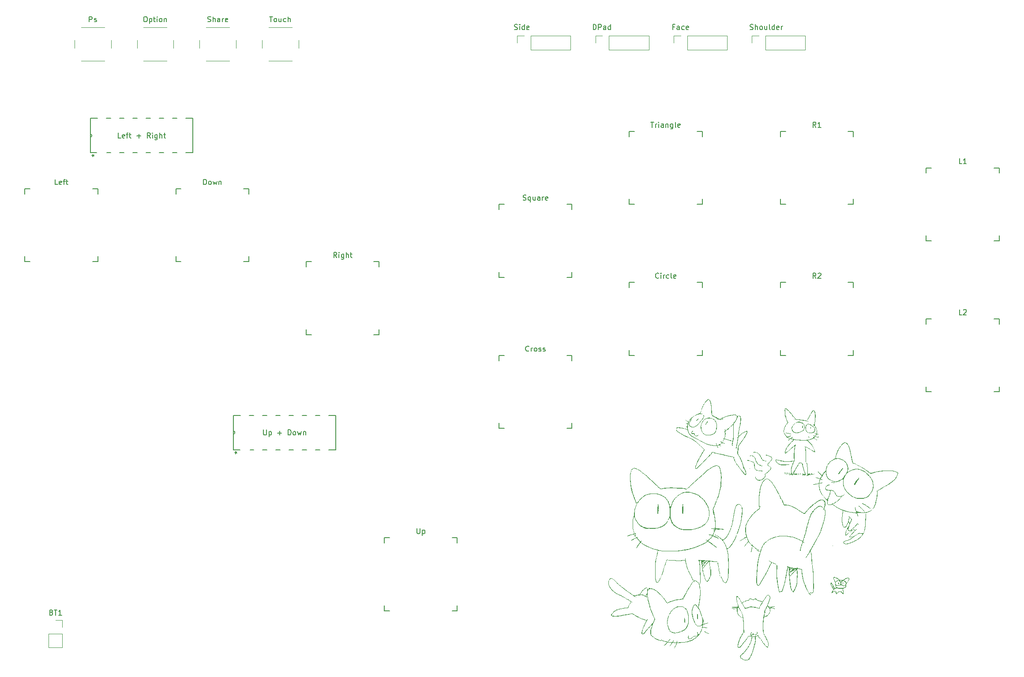
<source format=gbr>
%TF.GenerationSoftware,KiCad,Pcbnew,7.0.2*%
%TF.CreationDate,2023-06-15T03:48:31-07:00*%
%TF.ProjectId,DS5,4453352e-6b69-4636-9164-5f7063625858,rev?*%
%TF.SameCoordinates,Original*%
%TF.FileFunction,Legend,Top*%
%TF.FilePolarity,Positive*%
%FSLAX46Y46*%
G04 Gerber Fmt 4.6, Leading zero omitted, Abs format (unit mm)*
G04 Created by KiCad (PCBNEW 7.0.2) date 2023-06-15 03:48:31*
%MOMM*%
%LPD*%
G01*
G04 APERTURE LIST*
%ADD10C,0.150000*%
%ADD11C,0.152400*%
%ADD12C,0.120000*%
G04 APERTURE END LIST*
D10*
X143298095Y-25462619D02*
X143298095Y-24462619D01*
X143298095Y-24462619D02*
X143536190Y-24462619D01*
X143536190Y-24462619D02*
X143679047Y-24510238D01*
X143679047Y-24510238D02*
X143774285Y-24605476D01*
X143774285Y-24605476D02*
X143821904Y-24700714D01*
X143821904Y-24700714D02*
X143869523Y-24891190D01*
X143869523Y-24891190D02*
X143869523Y-25034047D01*
X143869523Y-25034047D02*
X143821904Y-25224523D01*
X143821904Y-25224523D02*
X143774285Y-25319761D01*
X143774285Y-25319761D02*
X143679047Y-25415000D01*
X143679047Y-25415000D02*
X143536190Y-25462619D01*
X143536190Y-25462619D02*
X143298095Y-25462619D01*
X144298095Y-25462619D02*
X144298095Y-24462619D01*
X144298095Y-24462619D02*
X144679047Y-24462619D01*
X144679047Y-24462619D02*
X144774285Y-24510238D01*
X144774285Y-24510238D02*
X144821904Y-24557857D01*
X144821904Y-24557857D02*
X144869523Y-24653095D01*
X144869523Y-24653095D02*
X144869523Y-24795952D01*
X144869523Y-24795952D02*
X144821904Y-24891190D01*
X144821904Y-24891190D02*
X144774285Y-24938809D01*
X144774285Y-24938809D02*
X144679047Y-24986428D01*
X144679047Y-24986428D02*
X144298095Y-24986428D01*
X145726666Y-25462619D02*
X145726666Y-24938809D01*
X145726666Y-24938809D02*
X145679047Y-24843571D01*
X145679047Y-24843571D02*
X145583809Y-24795952D01*
X145583809Y-24795952D02*
X145393333Y-24795952D01*
X145393333Y-24795952D02*
X145298095Y-24843571D01*
X145726666Y-25415000D02*
X145631428Y-25462619D01*
X145631428Y-25462619D02*
X145393333Y-25462619D01*
X145393333Y-25462619D02*
X145298095Y-25415000D01*
X145298095Y-25415000D02*
X145250476Y-25319761D01*
X145250476Y-25319761D02*
X145250476Y-25224523D01*
X145250476Y-25224523D02*
X145298095Y-25129285D01*
X145298095Y-25129285D02*
X145393333Y-25081666D01*
X145393333Y-25081666D02*
X145631428Y-25081666D01*
X145631428Y-25081666D02*
X145726666Y-25034047D01*
X146631428Y-25462619D02*
X146631428Y-24462619D01*
X146631428Y-25415000D02*
X146536190Y-25462619D01*
X146536190Y-25462619D02*
X146345714Y-25462619D01*
X146345714Y-25462619D02*
X146250476Y-25415000D01*
X146250476Y-25415000D02*
X146202857Y-25367380D01*
X146202857Y-25367380D02*
X146155238Y-25272142D01*
X146155238Y-25272142D02*
X146155238Y-24986428D01*
X146155238Y-24986428D02*
X146202857Y-24891190D01*
X146202857Y-24891190D02*
X146250476Y-24843571D01*
X146250476Y-24843571D02*
X146345714Y-24795952D01*
X146345714Y-24795952D02*
X146536190Y-24795952D01*
X146536190Y-24795952D02*
X146631428Y-24843571D01*
%TO.C,Left + Right*%
X52619999Y-46272619D02*
X52143809Y-46272619D01*
X52143809Y-46272619D02*
X52143809Y-45272619D01*
X53334285Y-46225000D02*
X53239047Y-46272619D01*
X53239047Y-46272619D02*
X53048571Y-46272619D01*
X53048571Y-46272619D02*
X52953333Y-46225000D01*
X52953333Y-46225000D02*
X52905714Y-46129761D01*
X52905714Y-46129761D02*
X52905714Y-45748809D01*
X52905714Y-45748809D02*
X52953333Y-45653571D01*
X52953333Y-45653571D02*
X53048571Y-45605952D01*
X53048571Y-45605952D02*
X53239047Y-45605952D01*
X53239047Y-45605952D02*
X53334285Y-45653571D01*
X53334285Y-45653571D02*
X53381904Y-45748809D01*
X53381904Y-45748809D02*
X53381904Y-45844047D01*
X53381904Y-45844047D02*
X52905714Y-45939285D01*
X53667619Y-45605952D02*
X54048571Y-45605952D01*
X53810476Y-46272619D02*
X53810476Y-45415476D01*
X53810476Y-45415476D02*
X53858095Y-45320238D01*
X53858095Y-45320238D02*
X53953333Y-45272619D01*
X53953333Y-45272619D02*
X54048571Y-45272619D01*
X54239048Y-45605952D02*
X54620000Y-45605952D01*
X54381905Y-45272619D02*
X54381905Y-46129761D01*
X54381905Y-46129761D02*
X54429524Y-46225000D01*
X54429524Y-46225000D02*
X54524762Y-46272619D01*
X54524762Y-46272619D02*
X54620000Y-46272619D01*
X55715239Y-45891666D02*
X56477144Y-45891666D01*
X56096191Y-46272619D02*
X56096191Y-45510714D01*
X58286667Y-46272619D02*
X57953334Y-45796428D01*
X57715239Y-46272619D02*
X57715239Y-45272619D01*
X57715239Y-45272619D02*
X58096191Y-45272619D01*
X58096191Y-45272619D02*
X58191429Y-45320238D01*
X58191429Y-45320238D02*
X58239048Y-45367857D01*
X58239048Y-45367857D02*
X58286667Y-45463095D01*
X58286667Y-45463095D02*
X58286667Y-45605952D01*
X58286667Y-45605952D02*
X58239048Y-45701190D01*
X58239048Y-45701190D02*
X58191429Y-45748809D01*
X58191429Y-45748809D02*
X58096191Y-45796428D01*
X58096191Y-45796428D02*
X57715239Y-45796428D01*
X58715239Y-46272619D02*
X58715239Y-45605952D01*
X58715239Y-45272619D02*
X58667620Y-45320238D01*
X58667620Y-45320238D02*
X58715239Y-45367857D01*
X58715239Y-45367857D02*
X58762858Y-45320238D01*
X58762858Y-45320238D02*
X58715239Y-45272619D01*
X58715239Y-45272619D02*
X58715239Y-45367857D01*
X59620000Y-45605952D02*
X59620000Y-46415476D01*
X59620000Y-46415476D02*
X59572381Y-46510714D01*
X59572381Y-46510714D02*
X59524762Y-46558333D01*
X59524762Y-46558333D02*
X59429524Y-46605952D01*
X59429524Y-46605952D02*
X59286667Y-46605952D01*
X59286667Y-46605952D02*
X59191429Y-46558333D01*
X59620000Y-46225000D02*
X59524762Y-46272619D01*
X59524762Y-46272619D02*
X59334286Y-46272619D01*
X59334286Y-46272619D02*
X59239048Y-46225000D01*
X59239048Y-46225000D02*
X59191429Y-46177380D01*
X59191429Y-46177380D02*
X59143810Y-46082142D01*
X59143810Y-46082142D02*
X59143810Y-45796428D01*
X59143810Y-45796428D02*
X59191429Y-45701190D01*
X59191429Y-45701190D02*
X59239048Y-45653571D01*
X59239048Y-45653571D02*
X59334286Y-45605952D01*
X59334286Y-45605952D02*
X59524762Y-45605952D01*
X59524762Y-45605952D02*
X59620000Y-45653571D01*
X60096191Y-46272619D02*
X60096191Y-45272619D01*
X60524762Y-46272619D02*
X60524762Y-45748809D01*
X60524762Y-45748809D02*
X60477143Y-45653571D01*
X60477143Y-45653571D02*
X60381905Y-45605952D01*
X60381905Y-45605952D02*
X60239048Y-45605952D01*
X60239048Y-45605952D02*
X60143810Y-45653571D01*
X60143810Y-45653571D02*
X60096191Y-45701190D01*
X60858096Y-45605952D02*
X61239048Y-45605952D01*
X61000953Y-45272619D02*
X61000953Y-46129761D01*
X61000953Y-46129761D02*
X61048572Y-46225000D01*
X61048572Y-46225000D02*
X61143810Y-46272619D01*
X61143810Y-46272619D02*
X61239048Y-46272619D01*
X47052919Y-49619999D02*
X47291014Y-49619999D01*
X47195776Y-49858094D02*
X47291014Y-49619999D01*
X47291014Y-49619999D02*
X47195776Y-49381904D01*
X47481490Y-49762856D02*
X47291014Y-49619999D01*
X47291014Y-49619999D02*
X47481490Y-49477142D01*
X47052919Y-49619999D02*
X47291014Y-49619999D01*
X47195776Y-49858094D02*
X47291014Y-49619999D01*
X47291014Y-49619999D02*
X47195776Y-49381904D01*
X47481490Y-49762856D02*
X47291014Y-49619999D01*
X47291014Y-49619999D02*
X47481490Y-49477142D01*
%TO.C,BT1*%
X39314285Y-137328809D02*
X39457142Y-137376428D01*
X39457142Y-137376428D02*
X39504761Y-137424047D01*
X39504761Y-137424047D02*
X39552380Y-137519285D01*
X39552380Y-137519285D02*
X39552380Y-137662142D01*
X39552380Y-137662142D02*
X39504761Y-137757380D01*
X39504761Y-137757380D02*
X39457142Y-137805000D01*
X39457142Y-137805000D02*
X39361904Y-137852619D01*
X39361904Y-137852619D02*
X38980952Y-137852619D01*
X38980952Y-137852619D02*
X38980952Y-136852619D01*
X38980952Y-136852619D02*
X39314285Y-136852619D01*
X39314285Y-136852619D02*
X39409523Y-136900238D01*
X39409523Y-136900238D02*
X39457142Y-136947857D01*
X39457142Y-136947857D02*
X39504761Y-137043095D01*
X39504761Y-137043095D02*
X39504761Y-137138333D01*
X39504761Y-137138333D02*
X39457142Y-137233571D01*
X39457142Y-137233571D02*
X39409523Y-137281190D01*
X39409523Y-137281190D02*
X39314285Y-137328809D01*
X39314285Y-137328809D02*
X38980952Y-137328809D01*
X39838095Y-136852619D02*
X40409523Y-136852619D01*
X40123809Y-137852619D02*
X40123809Y-136852619D01*
X41266666Y-137852619D02*
X40695238Y-137852619D01*
X40980952Y-137852619D02*
X40980952Y-136852619D01*
X40980952Y-136852619D02*
X40885714Y-136995476D01*
X40885714Y-136995476D02*
X40790476Y-137090714D01*
X40790476Y-137090714D02*
X40695238Y-137138333D01*
%TO.C,Shoulder*%
X173404761Y-25415000D02*
X173547618Y-25462619D01*
X173547618Y-25462619D02*
X173785713Y-25462619D01*
X173785713Y-25462619D02*
X173880951Y-25415000D01*
X173880951Y-25415000D02*
X173928570Y-25367380D01*
X173928570Y-25367380D02*
X173976189Y-25272142D01*
X173976189Y-25272142D02*
X173976189Y-25176904D01*
X173976189Y-25176904D02*
X173928570Y-25081666D01*
X173928570Y-25081666D02*
X173880951Y-25034047D01*
X173880951Y-25034047D02*
X173785713Y-24986428D01*
X173785713Y-24986428D02*
X173595237Y-24938809D01*
X173595237Y-24938809D02*
X173499999Y-24891190D01*
X173499999Y-24891190D02*
X173452380Y-24843571D01*
X173452380Y-24843571D02*
X173404761Y-24748333D01*
X173404761Y-24748333D02*
X173404761Y-24653095D01*
X173404761Y-24653095D02*
X173452380Y-24557857D01*
X173452380Y-24557857D02*
X173499999Y-24510238D01*
X173499999Y-24510238D02*
X173595237Y-24462619D01*
X173595237Y-24462619D02*
X173833332Y-24462619D01*
X173833332Y-24462619D02*
X173976189Y-24510238D01*
X174404761Y-25462619D02*
X174404761Y-24462619D01*
X174833332Y-25462619D02*
X174833332Y-24938809D01*
X174833332Y-24938809D02*
X174785713Y-24843571D01*
X174785713Y-24843571D02*
X174690475Y-24795952D01*
X174690475Y-24795952D02*
X174547618Y-24795952D01*
X174547618Y-24795952D02*
X174452380Y-24843571D01*
X174452380Y-24843571D02*
X174404761Y-24891190D01*
X175452380Y-25462619D02*
X175357142Y-25415000D01*
X175357142Y-25415000D02*
X175309523Y-25367380D01*
X175309523Y-25367380D02*
X175261904Y-25272142D01*
X175261904Y-25272142D02*
X175261904Y-24986428D01*
X175261904Y-24986428D02*
X175309523Y-24891190D01*
X175309523Y-24891190D02*
X175357142Y-24843571D01*
X175357142Y-24843571D02*
X175452380Y-24795952D01*
X175452380Y-24795952D02*
X175595237Y-24795952D01*
X175595237Y-24795952D02*
X175690475Y-24843571D01*
X175690475Y-24843571D02*
X175738094Y-24891190D01*
X175738094Y-24891190D02*
X175785713Y-24986428D01*
X175785713Y-24986428D02*
X175785713Y-25272142D01*
X175785713Y-25272142D02*
X175738094Y-25367380D01*
X175738094Y-25367380D02*
X175690475Y-25415000D01*
X175690475Y-25415000D02*
X175595237Y-25462619D01*
X175595237Y-25462619D02*
X175452380Y-25462619D01*
X176642856Y-24795952D02*
X176642856Y-25462619D01*
X176214285Y-24795952D02*
X176214285Y-25319761D01*
X176214285Y-25319761D02*
X176261904Y-25415000D01*
X176261904Y-25415000D02*
X176357142Y-25462619D01*
X176357142Y-25462619D02*
X176499999Y-25462619D01*
X176499999Y-25462619D02*
X176595237Y-25415000D01*
X176595237Y-25415000D02*
X176642856Y-25367380D01*
X177261904Y-25462619D02*
X177166666Y-25415000D01*
X177166666Y-25415000D02*
X177119047Y-25319761D01*
X177119047Y-25319761D02*
X177119047Y-24462619D01*
X178071428Y-25462619D02*
X178071428Y-24462619D01*
X178071428Y-25415000D02*
X177976190Y-25462619D01*
X177976190Y-25462619D02*
X177785714Y-25462619D01*
X177785714Y-25462619D02*
X177690476Y-25415000D01*
X177690476Y-25415000D02*
X177642857Y-25367380D01*
X177642857Y-25367380D02*
X177595238Y-25272142D01*
X177595238Y-25272142D02*
X177595238Y-24986428D01*
X177595238Y-24986428D02*
X177642857Y-24891190D01*
X177642857Y-24891190D02*
X177690476Y-24843571D01*
X177690476Y-24843571D02*
X177785714Y-24795952D01*
X177785714Y-24795952D02*
X177976190Y-24795952D01*
X177976190Y-24795952D02*
X178071428Y-24843571D01*
X178928571Y-25415000D02*
X178833333Y-25462619D01*
X178833333Y-25462619D02*
X178642857Y-25462619D01*
X178642857Y-25462619D02*
X178547619Y-25415000D01*
X178547619Y-25415000D02*
X178500000Y-25319761D01*
X178500000Y-25319761D02*
X178500000Y-24938809D01*
X178500000Y-24938809D02*
X178547619Y-24843571D01*
X178547619Y-24843571D02*
X178642857Y-24795952D01*
X178642857Y-24795952D02*
X178833333Y-24795952D01*
X178833333Y-24795952D02*
X178928571Y-24843571D01*
X178928571Y-24843571D02*
X178976190Y-24938809D01*
X178976190Y-24938809D02*
X178976190Y-25034047D01*
X178976190Y-25034047D02*
X178500000Y-25129285D01*
X179404762Y-25462619D02*
X179404762Y-24795952D01*
X179404762Y-24986428D02*
X179452381Y-24891190D01*
X179452381Y-24891190D02*
X179500000Y-24843571D01*
X179500000Y-24843571D02*
X179595238Y-24795952D01*
X179595238Y-24795952D02*
X179690476Y-24795952D01*
%TO.C,Right*%
X94090952Y-69207619D02*
X93757619Y-68731428D01*
X93519524Y-69207619D02*
X93519524Y-68207619D01*
X93519524Y-68207619D02*
X93900476Y-68207619D01*
X93900476Y-68207619D02*
X93995714Y-68255238D01*
X93995714Y-68255238D02*
X94043333Y-68302857D01*
X94043333Y-68302857D02*
X94090952Y-68398095D01*
X94090952Y-68398095D02*
X94090952Y-68540952D01*
X94090952Y-68540952D02*
X94043333Y-68636190D01*
X94043333Y-68636190D02*
X93995714Y-68683809D01*
X93995714Y-68683809D02*
X93900476Y-68731428D01*
X93900476Y-68731428D02*
X93519524Y-68731428D01*
X94519524Y-69207619D02*
X94519524Y-68540952D01*
X94519524Y-68207619D02*
X94471905Y-68255238D01*
X94471905Y-68255238D02*
X94519524Y-68302857D01*
X94519524Y-68302857D02*
X94567143Y-68255238D01*
X94567143Y-68255238D02*
X94519524Y-68207619D01*
X94519524Y-68207619D02*
X94519524Y-68302857D01*
X95424285Y-68540952D02*
X95424285Y-69350476D01*
X95424285Y-69350476D02*
X95376666Y-69445714D01*
X95376666Y-69445714D02*
X95329047Y-69493333D01*
X95329047Y-69493333D02*
X95233809Y-69540952D01*
X95233809Y-69540952D02*
X95090952Y-69540952D01*
X95090952Y-69540952D02*
X94995714Y-69493333D01*
X95424285Y-69160000D02*
X95329047Y-69207619D01*
X95329047Y-69207619D02*
X95138571Y-69207619D01*
X95138571Y-69207619D02*
X95043333Y-69160000D01*
X95043333Y-69160000D02*
X94995714Y-69112380D01*
X94995714Y-69112380D02*
X94948095Y-69017142D01*
X94948095Y-69017142D02*
X94948095Y-68731428D01*
X94948095Y-68731428D02*
X94995714Y-68636190D01*
X94995714Y-68636190D02*
X95043333Y-68588571D01*
X95043333Y-68588571D02*
X95138571Y-68540952D01*
X95138571Y-68540952D02*
X95329047Y-68540952D01*
X95329047Y-68540952D02*
X95424285Y-68588571D01*
X95900476Y-69207619D02*
X95900476Y-68207619D01*
X96329047Y-69207619D02*
X96329047Y-68683809D01*
X96329047Y-68683809D02*
X96281428Y-68588571D01*
X96281428Y-68588571D02*
X96186190Y-68540952D01*
X96186190Y-68540952D02*
X96043333Y-68540952D01*
X96043333Y-68540952D02*
X95948095Y-68588571D01*
X95948095Y-68588571D02*
X95900476Y-68636190D01*
X96662381Y-68540952D02*
X97043333Y-68540952D01*
X96805238Y-68207619D02*
X96805238Y-69064761D01*
X96805238Y-69064761D02*
X96852857Y-69160000D01*
X96852857Y-69160000D02*
X96948095Y-69207619D01*
X96948095Y-69207619D02*
X97043333Y-69207619D01*
%TO.C,L1*%
X214043333Y-51207619D02*
X213567143Y-51207619D01*
X213567143Y-51207619D02*
X213567143Y-50207619D01*
X214900476Y-51207619D02*
X214329048Y-51207619D01*
X214614762Y-51207619D02*
X214614762Y-50207619D01*
X214614762Y-50207619D02*
X214519524Y-50350476D01*
X214519524Y-50350476D02*
X214424286Y-50445714D01*
X214424286Y-50445714D02*
X214329048Y-50493333D01*
%TO.C,Cross*%
X130948094Y-87112380D02*
X130900475Y-87160000D01*
X130900475Y-87160000D02*
X130757618Y-87207619D01*
X130757618Y-87207619D02*
X130662380Y-87207619D01*
X130662380Y-87207619D02*
X130519523Y-87160000D01*
X130519523Y-87160000D02*
X130424285Y-87064761D01*
X130424285Y-87064761D02*
X130376666Y-86969523D01*
X130376666Y-86969523D02*
X130329047Y-86779047D01*
X130329047Y-86779047D02*
X130329047Y-86636190D01*
X130329047Y-86636190D02*
X130376666Y-86445714D01*
X130376666Y-86445714D02*
X130424285Y-86350476D01*
X130424285Y-86350476D02*
X130519523Y-86255238D01*
X130519523Y-86255238D02*
X130662380Y-86207619D01*
X130662380Y-86207619D02*
X130757618Y-86207619D01*
X130757618Y-86207619D02*
X130900475Y-86255238D01*
X130900475Y-86255238D02*
X130948094Y-86302857D01*
X131376666Y-87207619D02*
X131376666Y-86540952D01*
X131376666Y-86731428D02*
X131424285Y-86636190D01*
X131424285Y-86636190D02*
X131471904Y-86588571D01*
X131471904Y-86588571D02*
X131567142Y-86540952D01*
X131567142Y-86540952D02*
X131662380Y-86540952D01*
X132138571Y-87207619D02*
X132043333Y-87160000D01*
X132043333Y-87160000D02*
X131995714Y-87112380D01*
X131995714Y-87112380D02*
X131948095Y-87017142D01*
X131948095Y-87017142D02*
X131948095Y-86731428D01*
X131948095Y-86731428D02*
X131995714Y-86636190D01*
X131995714Y-86636190D02*
X132043333Y-86588571D01*
X132043333Y-86588571D02*
X132138571Y-86540952D01*
X132138571Y-86540952D02*
X132281428Y-86540952D01*
X132281428Y-86540952D02*
X132376666Y-86588571D01*
X132376666Y-86588571D02*
X132424285Y-86636190D01*
X132424285Y-86636190D02*
X132471904Y-86731428D01*
X132471904Y-86731428D02*
X132471904Y-87017142D01*
X132471904Y-87017142D02*
X132424285Y-87112380D01*
X132424285Y-87112380D02*
X132376666Y-87160000D01*
X132376666Y-87160000D02*
X132281428Y-87207619D01*
X132281428Y-87207619D02*
X132138571Y-87207619D01*
X132852857Y-87160000D02*
X132948095Y-87207619D01*
X132948095Y-87207619D02*
X133138571Y-87207619D01*
X133138571Y-87207619D02*
X133233809Y-87160000D01*
X133233809Y-87160000D02*
X133281428Y-87064761D01*
X133281428Y-87064761D02*
X133281428Y-87017142D01*
X133281428Y-87017142D02*
X133233809Y-86921904D01*
X133233809Y-86921904D02*
X133138571Y-86874285D01*
X133138571Y-86874285D02*
X132995714Y-86874285D01*
X132995714Y-86874285D02*
X132900476Y-86826666D01*
X132900476Y-86826666D02*
X132852857Y-86731428D01*
X132852857Y-86731428D02*
X132852857Y-86683809D01*
X132852857Y-86683809D02*
X132900476Y-86588571D01*
X132900476Y-86588571D02*
X132995714Y-86540952D01*
X132995714Y-86540952D02*
X133138571Y-86540952D01*
X133138571Y-86540952D02*
X133233809Y-86588571D01*
X133662381Y-87160000D02*
X133757619Y-87207619D01*
X133757619Y-87207619D02*
X133948095Y-87207619D01*
X133948095Y-87207619D02*
X134043333Y-87160000D01*
X134043333Y-87160000D02*
X134090952Y-87064761D01*
X134090952Y-87064761D02*
X134090952Y-87017142D01*
X134090952Y-87017142D02*
X134043333Y-86921904D01*
X134043333Y-86921904D02*
X133948095Y-86874285D01*
X133948095Y-86874285D02*
X133805238Y-86874285D01*
X133805238Y-86874285D02*
X133710000Y-86826666D01*
X133710000Y-86826666D02*
X133662381Y-86731428D01*
X133662381Y-86731428D02*
X133662381Y-86683809D01*
X133662381Y-86683809D02*
X133710000Y-86588571D01*
X133710000Y-86588571D02*
X133805238Y-86540952D01*
X133805238Y-86540952D02*
X133948095Y-86540952D01*
X133948095Y-86540952D02*
X134043333Y-86588571D01*
%TO.C,Up + Down*%
X80032381Y-102272619D02*
X80032381Y-103082142D01*
X80032381Y-103082142D02*
X80080000Y-103177380D01*
X80080000Y-103177380D02*
X80127619Y-103225000D01*
X80127619Y-103225000D02*
X80222857Y-103272619D01*
X80222857Y-103272619D02*
X80413333Y-103272619D01*
X80413333Y-103272619D02*
X80508571Y-103225000D01*
X80508571Y-103225000D02*
X80556190Y-103177380D01*
X80556190Y-103177380D02*
X80603809Y-103082142D01*
X80603809Y-103082142D02*
X80603809Y-102272619D01*
X81080000Y-102605952D02*
X81080000Y-103605952D01*
X81080000Y-102653571D02*
X81175238Y-102605952D01*
X81175238Y-102605952D02*
X81365714Y-102605952D01*
X81365714Y-102605952D02*
X81460952Y-102653571D01*
X81460952Y-102653571D02*
X81508571Y-102701190D01*
X81508571Y-102701190D02*
X81556190Y-102796428D01*
X81556190Y-102796428D02*
X81556190Y-103082142D01*
X81556190Y-103082142D02*
X81508571Y-103177380D01*
X81508571Y-103177380D02*
X81460952Y-103225000D01*
X81460952Y-103225000D02*
X81365714Y-103272619D01*
X81365714Y-103272619D02*
X81175238Y-103272619D01*
X81175238Y-103272619D02*
X81080000Y-103225000D01*
X82746667Y-102891666D02*
X83508572Y-102891666D01*
X83127619Y-103272619D02*
X83127619Y-102510714D01*
X84746667Y-103272619D02*
X84746667Y-102272619D01*
X84746667Y-102272619D02*
X84984762Y-102272619D01*
X84984762Y-102272619D02*
X85127619Y-102320238D01*
X85127619Y-102320238D02*
X85222857Y-102415476D01*
X85222857Y-102415476D02*
X85270476Y-102510714D01*
X85270476Y-102510714D02*
X85318095Y-102701190D01*
X85318095Y-102701190D02*
X85318095Y-102844047D01*
X85318095Y-102844047D02*
X85270476Y-103034523D01*
X85270476Y-103034523D02*
X85222857Y-103129761D01*
X85222857Y-103129761D02*
X85127619Y-103225000D01*
X85127619Y-103225000D02*
X84984762Y-103272619D01*
X84984762Y-103272619D02*
X84746667Y-103272619D01*
X85889524Y-103272619D02*
X85794286Y-103225000D01*
X85794286Y-103225000D02*
X85746667Y-103177380D01*
X85746667Y-103177380D02*
X85699048Y-103082142D01*
X85699048Y-103082142D02*
X85699048Y-102796428D01*
X85699048Y-102796428D02*
X85746667Y-102701190D01*
X85746667Y-102701190D02*
X85794286Y-102653571D01*
X85794286Y-102653571D02*
X85889524Y-102605952D01*
X85889524Y-102605952D02*
X86032381Y-102605952D01*
X86032381Y-102605952D02*
X86127619Y-102653571D01*
X86127619Y-102653571D02*
X86175238Y-102701190D01*
X86175238Y-102701190D02*
X86222857Y-102796428D01*
X86222857Y-102796428D02*
X86222857Y-103082142D01*
X86222857Y-103082142D02*
X86175238Y-103177380D01*
X86175238Y-103177380D02*
X86127619Y-103225000D01*
X86127619Y-103225000D02*
X86032381Y-103272619D01*
X86032381Y-103272619D02*
X85889524Y-103272619D01*
X86556191Y-102605952D02*
X86746667Y-103272619D01*
X86746667Y-103272619D02*
X86937143Y-102796428D01*
X86937143Y-102796428D02*
X87127619Y-103272619D01*
X87127619Y-103272619D02*
X87318095Y-102605952D01*
X87699048Y-102605952D02*
X87699048Y-103272619D01*
X87699048Y-102701190D02*
X87746667Y-102653571D01*
X87746667Y-102653571D02*
X87841905Y-102605952D01*
X87841905Y-102605952D02*
X87984762Y-102605952D01*
X87984762Y-102605952D02*
X88080000Y-102653571D01*
X88080000Y-102653571D02*
X88127619Y-102748809D01*
X88127619Y-102748809D02*
X88127619Y-103272619D01*
X74512919Y-106619999D02*
X74751014Y-106619999D01*
X74655776Y-106858094D02*
X74751014Y-106619999D01*
X74751014Y-106619999D02*
X74655776Y-106381904D01*
X74941490Y-106762856D02*
X74751014Y-106619999D01*
X74751014Y-106619999D02*
X74941490Y-106477142D01*
X74512919Y-106619999D02*
X74751014Y-106619999D01*
X74655776Y-106858094D02*
X74751014Y-106619999D01*
X74751014Y-106619999D02*
X74655776Y-106381904D01*
X74941490Y-106762856D02*
X74751014Y-106619999D01*
X74751014Y-106619999D02*
X74941490Y-106477142D01*
%TO.C,Share*%
X69321428Y-23915000D02*
X69464285Y-23962619D01*
X69464285Y-23962619D02*
X69702380Y-23962619D01*
X69702380Y-23962619D02*
X69797618Y-23915000D01*
X69797618Y-23915000D02*
X69845237Y-23867380D01*
X69845237Y-23867380D02*
X69892856Y-23772142D01*
X69892856Y-23772142D02*
X69892856Y-23676904D01*
X69892856Y-23676904D02*
X69845237Y-23581666D01*
X69845237Y-23581666D02*
X69797618Y-23534047D01*
X69797618Y-23534047D02*
X69702380Y-23486428D01*
X69702380Y-23486428D02*
X69511904Y-23438809D01*
X69511904Y-23438809D02*
X69416666Y-23391190D01*
X69416666Y-23391190D02*
X69369047Y-23343571D01*
X69369047Y-23343571D02*
X69321428Y-23248333D01*
X69321428Y-23248333D02*
X69321428Y-23153095D01*
X69321428Y-23153095D02*
X69369047Y-23057857D01*
X69369047Y-23057857D02*
X69416666Y-23010238D01*
X69416666Y-23010238D02*
X69511904Y-22962619D01*
X69511904Y-22962619D02*
X69749999Y-22962619D01*
X69749999Y-22962619D02*
X69892856Y-23010238D01*
X70321428Y-23962619D02*
X70321428Y-22962619D01*
X70749999Y-23962619D02*
X70749999Y-23438809D01*
X70749999Y-23438809D02*
X70702380Y-23343571D01*
X70702380Y-23343571D02*
X70607142Y-23295952D01*
X70607142Y-23295952D02*
X70464285Y-23295952D01*
X70464285Y-23295952D02*
X70369047Y-23343571D01*
X70369047Y-23343571D02*
X70321428Y-23391190D01*
X71654761Y-23962619D02*
X71654761Y-23438809D01*
X71654761Y-23438809D02*
X71607142Y-23343571D01*
X71607142Y-23343571D02*
X71511904Y-23295952D01*
X71511904Y-23295952D02*
X71321428Y-23295952D01*
X71321428Y-23295952D02*
X71226190Y-23343571D01*
X71654761Y-23915000D02*
X71559523Y-23962619D01*
X71559523Y-23962619D02*
X71321428Y-23962619D01*
X71321428Y-23962619D02*
X71226190Y-23915000D01*
X71226190Y-23915000D02*
X71178571Y-23819761D01*
X71178571Y-23819761D02*
X71178571Y-23724523D01*
X71178571Y-23724523D02*
X71226190Y-23629285D01*
X71226190Y-23629285D02*
X71321428Y-23581666D01*
X71321428Y-23581666D02*
X71559523Y-23581666D01*
X71559523Y-23581666D02*
X71654761Y-23534047D01*
X72130952Y-23962619D02*
X72130952Y-23295952D01*
X72130952Y-23486428D02*
X72178571Y-23391190D01*
X72178571Y-23391190D02*
X72226190Y-23343571D01*
X72226190Y-23343571D02*
X72321428Y-23295952D01*
X72321428Y-23295952D02*
X72416666Y-23295952D01*
X73130952Y-23915000D02*
X73035714Y-23962619D01*
X73035714Y-23962619D02*
X72845238Y-23962619D01*
X72845238Y-23962619D02*
X72750000Y-23915000D01*
X72750000Y-23915000D02*
X72702381Y-23819761D01*
X72702381Y-23819761D02*
X72702381Y-23438809D01*
X72702381Y-23438809D02*
X72750000Y-23343571D01*
X72750000Y-23343571D02*
X72845238Y-23295952D01*
X72845238Y-23295952D02*
X73035714Y-23295952D01*
X73035714Y-23295952D02*
X73130952Y-23343571D01*
X73130952Y-23343571D02*
X73178571Y-23438809D01*
X73178571Y-23438809D02*
X73178571Y-23534047D01*
X73178571Y-23534047D02*
X72702381Y-23629285D01*
%TO.C,L2*%
X214043333Y-80207619D02*
X213567143Y-80207619D01*
X213567143Y-80207619D02*
X213567143Y-79207619D01*
X214329048Y-79302857D02*
X214376667Y-79255238D01*
X214376667Y-79255238D02*
X214471905Y-79207619D01*
X214471905Y-79207619D02*
X214710000Y-79207619D01*
X214710000Y-79207619D02*
X214805238Y-79255238D01*
X214805238Y-79255238D02*
X214852857Y-79302857D01*
X214852857Y-79302857D02*
X214900476Y-79398095D01*
X214900476Y-79398095D02*
X214900476Y-79493333D01*
X214900476Y-79493333D02*
X214852857Y-79636190D01*
X214852857Y-79636190D02*
X214281429Y-80207619D01*
X214281429Y-80207619D02*
X214900476Y-80207619D01*
%TO.C,Left*%
X40519523Y-55207619D02*
X40043333Y-55207619D01*
X40043333Y-55207619D02*
X40043333Y-54207619D01*
X41233809Y-55160000D02*
X41138571Y-55207619D01*
X41138571Y-55207619D02*
X40948095Y-55207619D01*
X40948095Y-55207619D02*
X40852857Y-55160000D01*
X40852857Y-55160000D02*
X40805238Y-55064761D01*
X40805238Y-55064761D02*
X40805238Y-54683809D01*
X40805238Y-54683809D02*
X40852857Y-54588571D01*
X40852857Y-54588571D02*
X40948095Y-54540952D01*
X40948095Y-54540952D02*
X41138571Y-54540952D01*
X41138571Y-54540952D02*
X41233809Y-54588571D01*
X41233809Y-54588571D02*
X41281428Y-54683809D01*
X41281428Y-54683809D02*
X41281428Y-54779047D01*
X41281428Y-54779047D02*
X40805238Y-54874285D01*
X41567143Y-54540952D02*
X41948095Y-54540952D01*
X41710000Y-55207619D02*
X41710000Y-54350476D01*
X41710000Y-54350476D02*
X41757619Y-54255238D01*
X41757619Y-54255238D02*
X41852857Y-54207619D01*
X41852857Y-54207619D02*
X41948095Y-54207619D01*
X42138572Y-54540952D02*
X42519524Y-54540952D01*
X42281429Y-54207619D02*
X42281429Y-55064761D01*
X42281429Y-55064761D02*
X42329048Y-55160000D01*
X42329048Y-55160000D02*
X42424286Y-55207619D01*
X42424286Y-55207619D02*
X42519524Y-55207619D01*
%TO.C,R2*%
X186043333Y-73207619D02*
X185710000Y-72731428D01*
X185471905Y-73207619D02*
X185471905Y-72207619D01*
X185471905Y-72207619D02*
X185852857Y-72207619D01*
X185852857Y-72207619D02*
X185948095Y-72255238D01*
X185948095Y-72255238D02*
X185995714Y-72302857D01*
X185995714Y-72302857D02*
X186043333Y-72398095D01*
X186043333Y-72398095D02*
X186043333Y-72540952D01*
X186043333Y-72540952D02*
X185995714Y-72636190D01*
X185995714Y-72636190D02*
X185948095Y-72683809D01*
X185948095Y-72683809D02*
X185852857Y-72731428D01*
X185852857Y-72731428D02*
X185471905Y-72731428D01*
X186424286Y-72302857D02*
X186471905Y-72255238D01*
X186471905Y-72255238D02*
X186567143Y-72207619D01*
X186567143Y-72207619D02*
X186805238Y-72207619D01*
X186805238Y-72207619D02*
X186900476Y-72255238D01*
X186900476Y-72255238D02*
X186948095Y-72302857D01*
X186948095Y-72302857D02*
X186995714Y-72398095D01*
X186995714Y-72398095D02*
X186995714Y-72493333D01*
X186995714Y-72493333D02*
X186948095Y-72636190D01*
X186948095Y-72636190D02*
X186376667Y-73207619D01*
X186376667Y-73207619D02*
X186995714Y-73207619D01*
%TO.C,Touch*%
X81178571Y-22962619D02*
X81749999Y-22962619D01*
X81464285Y-23962619D02*
X81464285Y-22962619D01*
X82226190Y-23962619D02*
X82130952Y-23915000D01*
X82130952Y-23915000D02*
X82083333Y-23867380D01*
X82083333Y-23867380D02*
X82035714Y-23772142D01*
X82035714Y-23772142D02*
X82035714Y-23486428D01*
X82035714Y-23486428D02*
X82083333Y-23391190D01*
X82083333Y-23391190D02*
X82130952Y-23343571D01*
X82130952Y-23343571D02*
X82226190Y-23295952D01*
X82226190Y-23295952D02*
X82369047Y-23295952D01*
X82369047Y-23295952D02*
X82464285Y-23343571D01*
X82464285Y-23343571D02*
X82511904Y-23391190D01*
X82511904Y-23391190D02*
X82559523Y-23486428D01*
X82559523Y-23486428D02*
X82559523Y-23772142D01*
X82559523Y-23772142D02*
X82511904Y-23867380D01*
X82511904Y-23867380D02*
X82464285Y-23915000D01*
X82464285Y-23915000D02*
X82369047Y-23962619D01*
X82369047Y-23962619D02*
X82226190Y-23962619D01*
X83416666Y-23295952D02*
X83416666Y-23962619D01*
X82988095Y-23295952D02*
X82988095Y-23819761D01*
X82988095Y-23819761D02*
X83035714Y-23915000D01*
X83035714Y-23915000D02*
X83130952Y-23962619D01*
X83130952Y-23962619D02*
X83273809Y-23962619D01*
X83273809Y-23962619D02*
X83369047Y-23915000D01*
X83369047Y-23915000D02*
X83416666Y-23867380D01*
X84321428Y-23915000D02*
X84226190Y-23962619D01*
X84226190Y-23962619D02*
X84035714Y-23962619D01*
X84035714Y-23962619D02*
X83940476Y-23915000D01*
X83940476Y-23915000D02*
X83892857Y-23867380D01*
X83892857Y-23867380D02*
X83845238Y-23772142D01*
X83845238Y-23772142D02*
X83845238Y-23486428D01*
X83845238Y-23486428D02*
X83892857Y-23391190D01*
X83892857Y-23391190D02*
X83940476Y-23343571D01*
X83940476Y-23343571D02*
X84035714Y-23295952D01*
X84035714Y-23295952D02*
X84226190Y-23295952D01*
X84226190Y-23295952D02*
X84321428Y-23343571D01*
X84750000Y-23962619D02*
X84750000Y-22962619D01*
X85178571Y-23962619D02*
X85178571Y-23438809D01*
X85178571Y-23438809D02*
X85130952Y-23343571D01*
X85130952Y-23343571D02*
X85035714Y-23295952D01*
X85035714Y-23295952D02*
X84892857Y-23295952D01*
X84892857Y-23295952D02*
X84797619Y-23343571D01*
X84797619Y-23343571D02*
X84750000Y-23391190D01*
%TO.C,Up*%
X109471905Y-121207619D02*
X109471905Y-122017142D01*
X109471905Y-122017142D02*
X109519524Y-122112380D01*
X109519524Y-122112380D02*
X109567143Y-122160000D01*
X109567143Y-122160000D02*
X109662381Y-122207619D01*
X109662381Y-122207619D02*
X109852857Y-122207619D01*
X109852857Y-122207619D02*
X109948095Y-122160000D01*
X109948095Y-122160000D02*
X109995714Y-122112380D01*
X109995714Y-122112380D02*
X110043333Y-122017142D01*
X110043333Y-122017142D02*
X110043333Y-121207619D01*
X110519524Y-121540952D02*
X110519524Y-122540952D01*
X110519524Y-121588571D02*
X110614762Y-121540952D01*
X110614762Y-121540952D02*
X110805238Y-121540952D01*
X110805238Y-121540952D02*
X110900476Y-121588571D01*
X110900476Y-121588571D02*
X110948095Y-121636190D01*
X110948095Y-121636190D02*
X110995714Y-121731428D01*
X110995714Y-121731428D02*
X110995714Y-122017142D01*
X110995714Y-122017142D02*
X110948095Y-122112380D01*
X110948095Y-122112380D02*
X110900476Y-122160000D01*
X110900476Y-122160000D02*
X110805238Y-122207619D01*
X110805238Y-122207619D02*
X110614762Y-122207619D01*
X110614762Y-122207619D02*
X110519524Y-122160000D01*
%TO.C,R1*%
X186043333Y-44207619D02*
X185710000Y-43731428D01*
X185471905Y-44207619D02*
X185471905Y-43207619D01*
X185471905Y-43207619D02*
X185852857Y-43207619D01*
X185852857Y-43207619D02*
X185948095Y-43255238D01*
X185948095Y-43255238D02*
X185995714Y-43302857D01*
X185995714Y-43302857D02*
X186043333Y-43398095D01*
X186043333Y-43398095D02*
X186043333Y-43540952D01*
X186043333Y-43540952D02*
X185995714Y-43636190D01*
X185995714Y-43636190D02*
X185948095Y-43683809D01*
X185948095Y-43683809D02*
X185852857Y-43731428D01*
X185852857Y-43731428D02*
X185471905Y-43731428D01*
X186995714Y-44207619D02*
X186424286Y-44207619D01*
X186710000Y-44207619D02*
X186710000Y-43207619D01*
X186710000Y-43207619D02*
X186614762Y-43350476D01*
X186614762Y-43350476D02*
X186519524Y-43445714D01*
X186519524Y-43445714D02*
X186424286Y-43493333D01*
%TO.C,Option*%
X57273809Y-22962619D02*
X57464285Y-22962619D01*
X57464285Y-22962619D02*
X57559523Y-23010238D01*
X57559523Y-23010238D02*
X57654761Y-23105476D01*
X57654761Y-23105476D02*
X57702380Y-23295952D01*
X57702380Y-23295952D02*
X57702380Y-23629285D01*
X57702380Y-23629285D02*
X57654761Y-23819761D01*
X57654761Y-23819761D02*
X57559523Y-23915000D01*
X57559523Y-23915000D02*
X57464285Y-23962619D01*
X57464285Y-23962619D02*
X57273809Y-23962619D01*
X57273809Y-23962619D02*
X57178571Y-23915000D01*
X57178571Y-23915000D02*
X57083333Y-23819761D01*
X57083333Y-23819761D02*
X57035714Y-23629285D01*
X57035714Y-23629285D02*
X57035714Y-23295952D01*
X57035714Y-23295952D02*
X57083333Y-23105476D01*
X57083333Y-23105476D02*
X57178571Y-23010238D01*
X57178571Y-23010238D02*
X57273809Y-22962619D01*
X58130952Y-23295952D02*
X58130952Y-24295952D01*
X58130952Y-23343571D02*
X58226190Y-23295952D01*
X58226190Y-23295952D02*
X58416666Y-23295952D01*
X58416666Y-23295952D02*
X58511904Y-23343571D01*
X58511904Y-23343571D02*
X58559523Y-23391190D01*
X58559523Y-23391190D02*
X58607142Y-23486428D01*
X58607142Y-23486428D02*
X58607142Y-23772142D01*
X58607142Y-23772142D02*
X58559523Y-23867380D01*
X58559523Y-23867380D02*
X58511904Y-23915000D01*
X58511904Y-23915000D02*
X58416666Y-23962619D01*
X58416666Y-23962619D02*
X58226190Y-23962619D01*
X58226190Y-23962619D02*
X58130952Y-23915000D01*
X58892857Y-23295952D02*
X59273809Y-23295952D01*
X59035714Y-22962619D02*
X59035714Y-23819761D01*
X59035714Y-23819761D02*
X59083333Y-23915000D01*
X59083333Y-23915000D02*
X59178571Y-23962619D01*
X59178571Y-23962619D02*
X59273809Y-23962619D01*
X59607143Y-23962619D02*
X59607143Y-23295952D01*
X59607143Y-22962619D02*
X59559524Y-23010238D01*
X59559524Y-23010238D02*
X59607143Y-23057857D01*
X59607143Y-23057857D02*
X59654762Y-23010238D01*
X59654762Y-23010238D02*
X59607143Y-22962619D01*
X59607143Y-22962619D02*
X59607143Y-23057857D01*
X60226190Y-23962619D02*
X60130952Y-23915000D01*
X60130952Y-23915000D02*
X60083333Y-23867380D01*
X60083333Y-23867380D02*
X60035714Y-23772142D01*
X60035714Y-23772142D02*
X60035714Y-23486428D01*
X60035714Y-23486428D02*
X60083333Y-23391190D01*
X60083333Y-23391190D02*
X60130952Y-23343571D01*
X60130952Y-23343571D02*
X60226190Y-23295952D01*
X60226190Y-23295952D02*
X60369047Y-23295952D01*
X60369047Y-23295952D02*
X60464285Y-23343571D01*
X60464285Y-23343571D02*
X60511904Y-23391190D01*
X60511904Y-23391190D02*
X60559523Y-23486428D01*
X60559523Y-23486428D02*
X60559523Y-23772142D01*
X60559523Y-23772142D02*
X60511904Y-23867380D01*
X60511904Y-23867380D02*
X60464285Y-23915000D01*
X60464285Y-23915000D02*
X60369047Y-23962619D01*
X60369047Y-23962619D02*
X60226190Y-23962619D01*
X60988095Y-23295952D02*
X60988095Y-23962619D01*
X60988095Y-23391190D02*
X61035714Y-23343571D01*
X61035714Y-23343571D02*
X61130952Y-23295952D01*
X61130952Y-23295952D02*
X61273809Y-23295952D01*
X61273809Y-23295952D02*
X61369047Y-23343571D01*
X61369047Y-23343571D02*
X61416666Y-23438809D01*
X61416666Y-23438809D02*
X61416666Y-23962619D01*
%TO.C,Square*%
X129829047Y-58160000D02*
X129971904Y-58207619D01*
X129971904Y-58207619D02*
X130209999Y-58207619D01*
X130209999Y-58207619D02*
X130305237Y-58160000D01*
X130305237Y-58160000D02*
X130352856Y-58112380D01*
X130352856Y-58112380D02*
X130400475Y-58017142D01*
X130400475Y-58017142D02*
X130400475Y-57921904D01*
X130400475Y-57921904D02*
X130352856Y-57826666D01*
X130352856Y-57826666D02*
X130305237Y-57779047D01*
X130305237Y-57779047D02*
X130209999Y-57731428D01*
X130209999Y-57731428D02*
X130019523Y-57683809D01*
X130019523Y-57683809D02*
X129924285Y-57636190D01*
X129924285Y-57636190D02*
X129876666Y-57588571D01*
X129876666Y-57588571D02*
X129829047Y-57493333D01*
X129829047Y-57493333D02*
X129829047Y-57398095D01*
X129829047Y-57398095D02*
X129876666Y-57302857D01*
X129876666Y-57302857D02*
X129924285Y-57255238D01*
X129924285Y-57255238D02*
X130019523Y-57207619D01*
X130019523Y-57207619D02*
X130257618Y-57207619D01*
X130257618Y-57207619D02*
X130400475Y-57255238D01*
X131257618Y-57540952D02*
X131257618Y-58540952D01*
X131257618Y-58160000D02*
X131162380Y-58207619D01*
X131162380Y-58207619D02*
X130971904Y-58207619D01*
X130971904Y-58207619D02*
X130876666Y-58160000D01*
X130876666Y-58160000D02*
X130829047Y-58112380D01*
X130829047Y-58112380D02*
X130781428Y-58017142D01*
X130781428Y-58017142D02*
X130781428Y-57731428D01*
X130781428Y-57731428D02*
X130829047Y-57636190D01*
X130829047Y-57636190D02*
X130876666Y-57588571D01*
X130876666Y-57588571D02*
X130971904Y-57540952D01*
X130971904Y-57540952D02*
X131162380Y-57540952D01*
X131162380Y-57540952D02*
X131257618Y-57588571D01*
X132162380Y-57540952D02*
X132162380Y-58207619D01*
X131733809Y-57540952D02*
X131733809Y-58064761D01*
X131733809Y-58064761D02*
X131781428Y-58160000D01*
X131781428Y-58160000D02*
X131876666Y-58207619D01*
X131876666Y-58207619D02*
X132019523Y-58207619D01*
X132019523Y-58207619D02*
X132114761Y-58160000D01*
X132114761Y-58160000D02*
X132162380Y-58112380D01*
X133067142Y-58207619D02*
X133067142Y-57683809D01*
X133067142Y-57683809D02*
X133019523Y-57588571D01*
X133019523Y-57588571D02*
X132924285Y-57540952D01*
X132924285Y-57540952D02*
X132733809Y-57540952D01*
X132733809Y-57540952D02*
X132638571Y-57588571D01*
X133067142Y-58160000D02*
X132971904Y-58207619D01*
X132971904Y-58207619D02*
X132733809Y-58207619D01*
X132733809Y-58207619D02*
X132638571Y-58160000D01*
X132638571Y-58160000D02*
X132590952Y-58064761D01*
X132590952Y-58064761D02*
X132590952Y-57969523D01*
X132590952Y-57969523D02*
X132638571Y-57874285D01*
X132638571Y-57874285D02*
X132733809Y-57826666D01*
X132733809Y-57826666D02*
X132971904Y-57826666D01*
X132971904Y-57826666D02*
X133067142Y-57779047D01*
X133543333Y-58207619D02*
X133543333Y-57540952D01*
X133543333Y-57731428D02*
X133590952Y-57636190D01*
X133590952Y-57636190D02*
X133638571Y-57588571D01*
X133638571Y-57588571D02*
X133733809Y-57540952D01*
X133733809Y-57540952D02*
X133829047Y-57540952D01*
X134543333Y-58160000D02*
X134448095Y-58207619D01*
X134448095Y-58207619D02*
X134257619Y-58207619D01*
X134257619Y-58207619D02*
X134162381Y-58160000D01*
X134162381Y-58160000D02*
X134114762Y-58064761D01*
X134114762Y-58064761D02*
X134114762Y-57683809D01*
X134114762Y-57683809D02*
X134162381Y-57588571D01*
X134162381Y-57588571D02*
X134257619Y-57540952D01*
X134257619Y-57540952D02*
X134448095Y-57540952D01*
X134448095Y-57540952D02*
X134543333Y-57588571D01*
X134543333Y-57588571D02*
X134590952Y-57683809D01*
X134590952Y-57683809D02*
X134590952Y-57779047D01*
X134590952Y-57779047D02*
X134114762Y-57874285D01*
%TO.C,Face*%
X158893333Y-24938809D02*
X158560000Y-24938809D01*
X158560000Y-25462619D02*
X158560000Y-24462619D01*
X158560000Y-24462619D02*
X159036190Y-24462619D01*
X159845714Y-25462619D02*
X159845714Y-24938809D01*
X159845714Y-24938809D02*
X159798095Y-24843571D01*
X159798095Y-24843571D02*
X159702857Y-24795952D01*
X159702857Y-24795952D02*
X159512381Y-24795952D01*
X159512381Y-24795952D02*
X159417143Y-24843571D01*
X159845714Y-25415000D02*
X159750476Y-25462619D01*
X159750476Y-25462619D02*
X159512381Y-25462619D01*
X159512381Y-25462619D02*
X159417143Y-25415000D01*
X159417143Y-25415000D02*
X159369524Y-25319761D01*
X159369524Y-25319761D02*
X159369524Y-25224523D01*
X159369524Y-25224523D02*
X159417143Y-25129285D01*
X159417143Y-25129285D02*
X159512381Y-25081666D01*
X159512381Y-25081666D02*
X159750476Y-25081666D01*
X159750476Y-25081666D02*
X159845714Y-25034047D01*
X160750476Y-25415000D02*
X160655238Y-25462619D01*
X160655238Y-25462619D02*
X160464762Y-25462619D01*
X160464762Y-25462619D02*
X160369524Y-25415000D01*
X160369524Y-25415000D02*
X160321905Y-25367380D01*
X160321905Y-25367380D02*
X160274286Y-25272142D01*
X160274286Y-25272142D02*
X160274286Y-24986428D01*
X160274286Y-24986428D02*
X160321905Y-24891190D01*
X160321905Y-24891190D02*
X160369524Y-24843571D01*
X160369524Y-24843571D02*
X160464762Y-24795952D01*
X160464762Y-24795952D02*
X160655238Y-24795952D01*
X160655238Y-24795952D02*
X160750476Y-24843571D01*
X161560000Y-25415000D02*
X161464762Y-25462619D01*
X161464762Y-25462619D02*
X161274286Y-25462619D01*
X161274286Y-25462619D02*
X161179048Y-25415000D01*
X161179048Y-25415000D02*
X161131429Y-25319761D01*
X161131429Y-25319761D02*
X161131429Y-24938809D01*
X161131429Y-24938809D02*
X161179048Y-24843571D01*
X161179048Y-24843571D02*
X161274286Y-24795952D01*
X161274286Y-24795952D02*
X161464762Y-24795952D01*
X161464762Y-24795952D02*
X161560000Y-24843571D01*
X161560000Y-24843571D02*
X161607619Y-24938809D01*
X161607619Y-24938809D02*
X161607619Y-25034047D01*
X161607619Y-25034047D02*
X161131429Y-25129285D01*
%TO.C,Circle*%
X155852856Y-73112380D02*
X155805237Y-73160000D01*
X155805237Y-73160000D02*
X155662380Y-73207619D01*
X155662380Y-73207619D02*
X155567142Y-73207619D01*
X155567142Y-73207619D02*
X155424285Y-73160000D01*
X155424285Y-73160000D02*
X155329047Y-73064761D01*
X155329047Y-73064761D02*
X155281428Y-72969523D01*
X155281428Y-72969523D02*
X155233809Y-72779047D01*
X155233809Y-72779047D02*
X155233809Y-72636190D01*
X155233809Y-72636190D02*
X155281428Y-72445714D01*
X155281428Y-72445714D02*
X155329047Y-72350476D01*
X155329047Y-72350476D02*
X155424285Y-72255238D01*
X155424285Y-72255238D02*
X155567142Y-72207619D01*
X155567142Y-72207619D02*
X155662380Y-72207619D01*
X155662380Y-72207619D02*
X155805237Y-72255238D01*
X155805237Y-72255238D02*
X155852856Y-72302857D01*
X156281428Y-73207619D02*
X156281428Y-72540952D01*
X156281428Y-72207619D02*
X156233809Y-72255238D01*
X156233809Y-72255238D02*
X156281428Y-72302857D01*
X156281428Y-72302857D02*
X156329047Y-72255238D01*
X156329047Y-72255238D02*
X156281428Y-72207619D01*
X156281428Y-72207619D02*
X156281428Y-72302857D01*
X156757618Y-73207619D02*
X156757618Y-72540952D01*
X156757618Y-72731428D02*
X156805237Y-72636190D01*
X156805237Y-72636190D02*
X156852856Y-72588571D01*
X156852856Y-72588571D02*
X156948094Y-72540952D01*
X156948094Y-72540952D02*
X157043332Y-72540952D01*
X157805237Y-73160000D02*
X157709999Y-73207619D01*
X157709999Y-73207619D02*
X157519523Y-73207619D01*
X157519523Y-73207619D02*
X157424285Y-73160000D01*
X157424285Y-73160000D02*
X157376666Y-73112380D01*
X157376666Y-73112380D02*
X157329047Y-73017142D01*
X157329047Y-73017142D02*
X157329047Y-72731428D01*
X157329047Y-72731428D02*
X157376666Y-72636190D01*
X157376666Y-72636190D02*
X157424285Y-72588571D01*
X157424285Y-72588571D02*
X157519523Y-72540952D01*
X157519523Y-72540952D02*
X157709999Y-72540952D01*
X157709999Y-72540952D02*
X157805237Y-72588571D01*
X158376666Y-73207619D02*
X158281428Y-73160000D01*
X158281428Y-73160000D02*
X158233809Y-73064761D01*
X158233809Y-73064761D02*
X158233809Y-72207619D01*
X159138571Y-73160000D02*
X159043333Y-73207619D01*
X159043333Y-73207619D02*
X158852857Y-73207619D01*
X158852857Y-73207619D02*
X158757619Y-73160000D01*
X158757619Y-73160000D02*
X158710000Y-73064761D01*
X158710000Y-73064761D02*
X158710000Y-72683809D01*
X158710000Y-72683809D02*
X158757619Y-72588571D01*
X158757619Y-72588571D02*
X158852857Y-72540952D01*
X158852857Y-72540952D02*
X159043333Y-72540952D01*
X159043333Y-72540952D02*
X159138571Y-72588571D01*
X159138571Y-72588571D02*
X159186190Y-72683809D01*
X159186190Y-72683809D02*
X159186190Y-72779047D01*
X159186190Y-72779047D02*
X158710000Y-72874285D01*
%TO.C,Down*%
X68519524Y-55207619D02*
X68519524Y-54207619D01*
X68519524Y-54207619D02*
X68757619Y-54207619D01*
X68757619Y-54207619D02*
X68900476Y-54255238D01*
X68900476Y-54255238D02*
X68995714Y-54350476D01*
X68995714Y-54350476D02*
X69043333Y-54445714D01*
X69043333Y-54445714D02*
X69090952Y-54636190D01*
X69090952Y-54636190D02*
X69090952Y-54779047D01*
X69090952Y-54779047D02*
X69043333Y-54969523D01*
X69043333Y-54969523D02*
X68995714Y-55064761D01*
X68995714Y-55064761D02*
X68900476Y-55160000D01*
X68900476Y-55160000D02*
X68757619Y-55207619D01*
X68757619Y-55207619D02*
X68519524Y-55207619D01*
X69662381Y-55207619D02*
X69567143Y-55160000D01*
X69567143Y-55160000D02*
X69519524Y-55112380D01*
X69519524Y-55112380D02*
X69471905Y-55017142D01*
X69471905Y-55017142D02*
X69471905Y-54731428D01*
X69471905Y-54731428D02*
X69519524Y-54636190D01*
X69519524Y-54636190D02*
X69567143Y-54588571D01*
X69567143Y-54588571D02*
X69662381Y-54540952D01*
X69662381Y-54540952D02*
X69805238Y-54540952D01*
X69805238Y-54540952D02*
X69900476Y-54588571D01*
X69900476Y-54588571D02*
X69948095Y-54636190D01*
X69948095Y-54636190D02*
X69995714Y-54731428D01*
X69995714Y-54731428D02*
X69995714Y-55017142D01*
X69995714Y-55017142D02*
X69948095Y-55112380D01*
X69948095Y-55112380D02*
X69900476Y-55160000D01*
X69900476Y-55160000D02*
X69805238Y-55207619D01*
X69805238Y-55207619D02*
X69662381Y-55207619D01*
X70329048Y-54540952D02*
X70519524Y-55207619D01*
X70519524Y-55207619D02*
X70710000Y-54731428D01*
X70710000Y-54731428D02*
X70900476Y-55207619D01*
X70900476Y-55207619D02*
X71090952Y-54540952D01*
X71471905Y-54540952D02*
X71471905Y-55207619D01*
X71471905Y-54636190D02*
X71519524Y-54588571D01*
X71519524Y-54588571D02*
X71614762Y-54540952D01*
X71614762Y-54540952D02*
X71757619Y-54540952D01*
X71757619Y-54540952D02*
X71852857Y-54588571D01*
X71852857Y-54588571D02*
X71900476Y-54683809D01*
X71900476Y-54683809D02*
X71900476Y-55207619D01*
%TO.C,Triangle*%
X154329047Y-43207619D02*
X154900475Y-43207619D01*
X154614761Y-44207619D02*
X154614761Y-43207619D01*
X155233809Y-44207619D02*
X155233809Y-43540952D01*
X155233809Y-43731428D02*
X155281428Y-43636190D01*
X155281428Y-43636190D02*
X155329047Y-43588571D01*
X155329047Y-43588571D02*
X155424285Y-43540952D01*
X155424285Y-43540952D02*
X155519523Y-43540952D01*
X155852857Y-44207619D02*
X155852857Y-43540952D01*
X155852857Y-43207619D02*
X155805238Y-43255238D01*
X155805238Y-43255238D02*
X155852857Y-43302857D01*
X155852857Y-43302857D02*
X155900476Y-43255238D01*
X155900476Y-43255238D02*
X155852857Y-43207619D01*
X155852857Y-43207619D02*
X155852857Y-43302857D01*
X156757618Y-44207619D02*
X156757618Y-43683809D01*
X156757618Y-43683809D02*
X156709999Y-43588571D01*
X156709999Y-43588571D02*
X156614761Y-43540952D01*
X156614761Y-43540952D02*
X156424285Y-43540952D01*
X156424285Y-43540952D02*
X156329047Y-43588571D01*
X156757618Y-44160000D02*
X156662380Y-44207619D01*
X156662380Y-44207619D02*
X156424285Y-44207619D01*
X156424285Y-44207619D02*
X156329047Y-44160000D01*
X156329047Y-44160000D02*
X156281428Y-44064761D01*
X156281428Y-44064761D02*
X156281428Y-43969523D01*
X156281428Y-43969523D02*
X156329047Y-43874285D01*
X156329047Y-43874285D02*
X156424285Y-43826666D01*
X156424285Y-43826666D02*
X156662380Y-43826666D01*
X156662380Y-43826666D02*
X156757618Y-43779047D01*
X157233809Y-43540952D02*
X157233809Y-44207619D01*
X157233809Y-43636190D02*
X157281428Y-43588571D01*
X157281428Y-43588571D02*
X157376666Y-43540952D01*
X157376666Y-43540952D02*
X157519523Y-43540952D01*
X157519523Y-43540952D02*
X157614761Y-43588571D01*
X157614761Y-43588571D02*
X157662380Y-43683809D01*
X157662380Y-43683809D02*
X157662380Y-44207619D01*
X158567142Y-43540952D02*
X158567142Y-44350476D01*
X158567142Y-44350476D02*
X158519523Y-44445714D01*
X158519523Y-44445714D02*
X158471904Y-44493333D01*
X158471904Y-44493333D02*
X158376666Y-44540952D01*
X158376666Y-44540952D02*
X158233809Y-44540952D01*
X158233809Y-44540952D02*
X158138571Y-44493333D01*
X158567142Y-44160000D02*
X158471904Y-44207619D01*
X158471904Y-44207619D02*
X158281428Y-44207619D01*
X158281428Y-44207619D02*
X158186190Y-44160000D01*
X158186190Y-44160000D02*
X158138571Y-44112380D01*
X158138571Y-44112380D02*
X158090952Y-44017142D01*
X158090952Y-44017142D02*
X158090952Y-43731428D01*
X158090952Y-43731428D02*
X158138571Y-43636190D01*
X158138571Y-43636190D02*
X158186190Y-43588571D01*
X158186190Y-43588571D02*
X158281428Y-43540952D01*
X158281428Y-43540952D02*
X158471904Y-43540952D01*
X158471904Y-43540952D02*
X158567142Y-43588571D01*
X159186190Y-44207619D02*
X159090952Y-44160000D01*
X159090952Y-44160000D02*
X159043333Y-44064761D01*
X159043333Y-44064761D02*
X159043333Y-43207619D01*
X159948095Y-44160000D02*
X159852857Y-44207619D01*
X159852857Y-44207619D02*
X159662381Y-44207619D01*
X159662381Y-44207619D02*
X159567143Y-44160000D01*
X159567143Y-44160000D02*
X159519524Y-44064761D01*
X159519524Y-44064761D02*
X159519524Y-43683809D01*
X159519524Y-43683809D02*
X159567143Y-43588571D01*
X159567143Y-43588571D02*
X159662381Y-43540952D01*
X159662381Y-43540952D02*
X159852857Y-43540952D01*
X159852857Y-43540952D02*
X159948095Y-43588571D01*
X159948095Y-43588571D02*
X159995714Y-43683809D01*
X159995714Y-43683809D02*
X159995714Y-43779047D01*
X159995714Y-43779047D02*
X159519524Y-43874285D01*
%TO.C,Ps*%
X46583333Y-23962619D02*
X46583333Y-22962619D01*
X46583333Y-22962619D02*
X46964285Y-22962619D01*
X46964285Y-22962619D02*
X47059523Y-23010238D01*
X47059523Y-23010238D02*
X47107142Y-23057857D01*
X47107142Y-23057857D02*
X47154761Y-23153095D01*
X47154761Y-23153095D02*
X47154761Y-23295952D01*
X47154761Y-23295952D02*
X47107142Y-23391190D01*
X47107142Y-23391190D02*
X47059523Y-23438809D01*
X47059523Y-23438809D02*
X46964285Y-23486428D01*
X46964285Y-23486428D02*
X46583333Y-23486428D01*
X47535714Y-23915000D02*
X47630952Y-23962619D01*
X47630952Y-23962619D02*
X47821428Y-23962619D01*
X47821428Y-23962619D02*
X47916666Y-23915000D01*
X47916666Y-23915000D02*
X47964285Y-23819761D01*
X47964285Y-23819761D02*
X47964285Y-23772142D01*
X47964285Y-23772142D02*
X47916666Y-23676904D01*
X47916666Y-23676904D02*
X47821428Y-23629285D01*
X47821428Y-23629285D02*
X47678571Y-23629285D01*
X47678571Y-23629285D02*
X47583333Y-23581666D01*
X47583333Y-23581666D02*
X47535714Y-23486428D01*
X47535714Y-23486428D02*
X47535714Y-23438809D01*
X47535714Y-23438809D02*
X47583333Y-23343571D01*
X47583333Y-23343571D02*
X47678571Y-23295952D01*
X47678571Y-23295952D02*
X47821428Y-23295952D01*
X47821428Y-23295952D02*
X47916666Y-23343571D01*
%TO.C,Side*%
X128190476Y-25415000D02*
X128333333Y-25462619D01*
X128333333Y-25462619D02*
X128571428Y-25462619D01*
X128571428Y-25462619D02*
X128666666Y-25415000D01*
X128666666Y-25415000D02*
X128714285Y-25367380D01*
X128714285Y-25367380D02*
X128761904Y-25272142D01*
X128761904Y-25272142D02*
X128761904Y-25176904D01*
X128761904Y-25176904D02*
X128714285Y-25081666D01*
X128714285Y-25081666D02*
X128666666Y-25034047D01*
X128666666Y-25034047D02*
X128571428Y-24986428D01*
X128571428Y-24986428D02*
X128380952Y-24938809D01*
X128380952Y-24938809D02*
X128285714Y-24891190D01*
X128285714Y-24891190D02*
X128238095Y-24843571D01*
X128238095Y-24843571D02*
X128190476Y-24748333D01*
X128190476Y-24748333D02*
X128190476Y-24653095D01*
X128190476Y-24653095D02*
X128238095Y-24557857D01*
X128238095Y-24557857D02*
X128285714Y-24510238D01*
X128285714Y-24510238D02*
X128380952Y-24462619D01*
X128380952Y-24462619D02*
X128619047Y-24462619D01*
X128619047Y-24462619D02*
X128761904Y-24510238D01*
X129190476Y-25462619D02*
X129190476Y-24795952D01*
X129190476Y-24462619D02*
X129142857Y-24510238D01*
X129142857Y-24510238D02*
X129190476Y-24557857D01*
X129190476Y-24557857D02*
X129238095Y-24510238D01*
X129238095Y-24510238D02*
X129190476Y-24462619D01*
X129190476Y-24462619D02*
X129190476Y-24557857D01*
X130095237Y-25462619D02*
X130095237Y-24462619D01*
X130095237Y-25415000D02*
X129999999Y-25462619D01*
X129999999Y-25462619D02*
X129809523Y-25462619D01*
X129809523Y-25462619D02*
X129714285Y-25415000D01*
X129714285Y-25415000D02*
X129666666Y-25367380D01*
X129666666Y-25367380D02*
X129619047Y-25272142D01*
X129619047Y-25272142D02*
X129619047Y-24986428D01*
X129619047Y-24986428D02*
X129666666Y-24891190D01*
X129666666Y-24891190D02*
X129714285Y-24843571D01*
X129714285Y-24843571D02*
X129809523Y-24795952D01*
X129809523Y-24795952D02*
X129999999Y-24795952D01*
X129999999Y-24795952D02*
X130095237Y-24843571D01*
X130952380Y-25415000D02*
X130857142Y-25462619D01*
X130857142Y-25462619D02*
X130666666Y-25462619D01*
X130666666Y-25462619D02*
X130571428Y-25415000D01*
X130571428Y-25415000D02*
X130523809Y-25319761D01*
X130523809Y-25319761D02*
X130523809Y-24938809D01*
X130523809Y-24938809D02*
X130571428Y-24843571D01*
X130571428Y-24843571D02*
X130666666Y-24795952D01*
X130666666Y-24795952D02*
X130857142Y-24795952D01*
X130857142Y-24795952D02*
X130952380Y-24843571D01*
X130952380Y-24843571D02*
X130999999Y-24938809D01*
X130999999Y-24938809D02*
X130999999Y-25034047D01*
X130999999Y-25034047D02*
X130523809Y-25129285D01*
D11*
%TO.C,Left + Right*%
X46777500Y-49112000D02*
X48019560Y-49112000D01*
X49980440Y-49112000D02*
X50701431Y-49112000D01*
X52378569Y-49112000D02*
X53241431Y-49112000D01*
X54918569Y-49112000D02*
X55781431Y-49112000D01*
X57458569Y-49112000D02*
X58321431Y-49112000D01*
X59998569Y-49112000D02*
X60861431Y-49112000D01*
X62538569Y-49112000D02*
X63401431Y-49112000D01*
X65078569Y-49112000D02*
X66462500Y-49112000D01*
X66462500Y-49112000D02*
X66462500Y-42508000D01*
X46777500Y-42508000D02*
X46777500Y-49112000D01*
X48161431Y-42508000D02*
X46777500Y-42508000D01*
X50701431Y-42508000D02*
X49838569Y-42508000D01*
X53241431Y-42508000D02*
X52378569Y-42508000D01*
X55781431Y-42508000D02*
X54918569Y-42508000D01*
X58321431Y-42508000D02*
X57458569Y-42508000D01*
X60861431Y-42508000D02*
X59998569Y-42508000D01*
X63401431Y-42508000D02*
X62538569Y-42508000D01*
X66462500Y-42508000D02*
X65078569Y-42508000D01*
X46777500Y-46114800D02*
G75*
G03*
X46777500Y-45505200I0J304800D01*
G01*
D12*
%TO.C,BT1*%
X38770000Y-141430000D02*
X38770000Y-144030000D01*
X38770000Y-141430000D02*
X41430000Y-141430000D01*
X38770000Y-144030000D02*
X41430000Y-144030000D01*
X40100000Y-138830000D02*
X41430000Y-138830000D01*
X41430000Y-138830000D02*
X41430000Y-140160000D01*
X41430000Y-141430000D02*
X41430000Y-144030000D01*
%TO.C,Shoulder*%
X176330000Y-29330000D02*
X184010000Y-29330000D01*
X176330000Y-29330000D02*
X176330000Y-26670000D01*
X184010000Y-29330000D02*
X184010000Y-26670000D01*
X173730000Y-28000000D02*
X173730000Y-26670000D01*
X173730000Y-26670000D02*
X175060000Y-26670000D01*
X176330000Y-26670000D02*
X184010000Y-26670000D01*
D10*
%TO.C,Right*%
X102210000Y-83000000D02*
X102210000Y-84000000D01*
X102210000Y-70000000D02*
X102210000Y-71000000D01*
X102210000Y-70000000D02*
X101210000Y-70000000D01*
X101210000Y-84000000D02*
X102210000Y-84000000D01*
X89210000Y-70000000D02*
X88210000Y-70000000D01*
X88210000Y-84000000D02*
X89210000Y-84000000D01*
X88210000Y-84000000D02*
X88210000Y-83000000D01*
X88210000Y-71000000D02*
X88210000Y-70000000D01*
%TO.C,L1*%
X207210000Y-53000000D02*
X207210000Y-52000000D01*
X207210000Y-66000000D02*
X207210000Y-65000000D01*
X207210000Y-66000000D02*
X208210000Y-66000000D01*
X208210000Y-52000000D02*
X207210000Y-52000000D01*
X220210000Y-66000000D02*
X221210000Y-66000000D01*
X221210000Y-52000000D02*
X220210000Y-52000000D01*
X221210000Y-52000000D02*
X221210000Y-53000000D01*
X221210000Y-65000000D02*
X221210000Y-66000000D01*
D12*
%TO.C,DPad1*%
X146330000Y-29330000D02*
X154010000Y-29330000D01*
X146330000Y-29330000D02*
X146330000Y-26670000D01*
X154010000Y-29330000D02*
X154010000Y-26670000D01*
X143730000Y-28000000D02*
X143730000Y-26670000D01*
X143730000Y-26670000D02*
X145060000Y-26670000D01*
X146330000Y-26670000D02*
X154010000Y-26670000D01*
D10*
%TO.C,Cross*%
X125210000Y-89000000D02*
X125210000Y-88000000D01*
X125210000Y-102000000D02*
X125210000Y-101000000D01*
X125210000Y-102000000D02*
X126210000Y-102000000D01*
X126210000Y-88000000D02*
X125210000Y-88000000D01*
X138210000Y-102000000D02*
X139210000Y-102000000D01*
X139210000Y-88000000D02*
X138210000Y-88000000D01*
X139210000Y-88000000D02*
X139210000Y-89000000D01*
X139210000Y-101000000D02*
X139210000Y-102000000D01*
D11*
%TO.C,Up + Down*%
X74237500Y-106112000D02*
X75479560Y-106112000D01*
X77440440Y-106112000D02*
X78161431Y-106112000D01*
X79838569Y-106112000D02*
X80701431Y-106112000D01*
X82378569Y-106112000D02*
X83241431Y-106112000D01*
X84918569Y-106112000D02*
X85781431Y-106112000D01*
X87458569Y-106112000D02*
X88321431Y-106112000D01*
X89998569Y-106112000D02*
X90861431Y-106112000D01*
X92538569Y-106112000D02*
X93922500Y-106112000D01*
X93922500Y-106112000D02*
X93922500Y-99508000D01*
X74237500Y-99508000D02*
X74237500Y-106112000D01*
X75621431Y-99508000D02*
X74237500Y-99508000D01*
X78161431Y-99508000D02*
X77298569Y-99508000D01*
X80701431Y-99508000D02*
X79838569Y-99508000D01*
X83241431Y-99508000D02*
X82378569Y-99508000D01*
X85781431Y-99508000D02*
X84918569Y-99508000D01*
X88321431Y-99508000D02*
X87458569Y-99508000D01*
X90861431Y-99508000D02*
X89998569Y-99508000D01*
X93922500Y-99508000D02*
X92538569Y-99508000D01*
X74237500Y-103114800D02*
G75*
G03*
X74237500Y-102505200I0J304800D01*
G01*
D12*
%TO.C,Share*%
X67750000Y-27500000D02*
X67750000Y-29000000D01*
X69000000Y-31500000D02*
X73500000Y-31500000D01*
X73500000Y-25000000D02*
X69000000Y-25000000D01*
X74750000Y-29000000D02*
X74750000Y-27500000D01*
D10*
%TO.C,L2*%
X207210000Y-82000000D02*
X207210000Y-81000000D01*
X207210000Y-95000000D02*
X207210000Y-94000000D01*
X207210000Y-95000000D02*
X208210000Y-95000000D01*
X208210000Y-81000000D02*
X207210000Y-81000000D01*
X220210000Y-95000000D02*
X221210000Y-95000000D01*
X221210000Y-81000000D02*
X220210000Y-81000000D01*
X221210000Y-81000000D02*
X221210000Y-82000000D01*
X221210000Y-94000000D02*
X221210000Y-95000000D01*
%TO.C,Left*%
X34210000Y-57000000D02*
X34210000Y-56000000D01*
X34210000Y-70000000D02*
X34210000Y-69000000D01*
X34210000Y-70000000D02*
X35210000Y-70000000D01*
X35210000Y-56000000D02*
X34210000Y-56000000D01*
X47210000Y-70000000D02*
X48210000Y-70000000D01*
X48210000Y-56000000D02*
X47210000Y-56000000D01*
X48210000Y-56000000D02*
X48210000Y-57000000D01*
X48210000Y-69000000D02*
X48210000Y-70000000D01*
%TO.C,R2*%
X179210000Y-75000000D02*
X179210000Y-74000000D01*
X179210000Y-88000000D02*
X179210000Y-87000000D01*
X179210000Y-88000000D02*
X180210000Y-88000000D01*
X180210000Y-74000000D02*
X179210000Y-74000000D01*
X192210000Y-88000000D02*
X193210000Y-88000000D01*
X193210000Y-74000000D02*
X192210000Y-74000000D01*
X193210000Y-74000000D02*
X193210000Y-75000000D01*
X193210000Y-87000000D02*
X193210000Y-88000000D01*
D12*
%TO.C,Touch*%
X79750000Y-27500000D02*
X79750000Y-29000000D01*
X81000000Y-31500000D02*
X85500000Y-31500000D01*
X85500000Y-25000000D02*
X81000000Y-25000000D01*
X86750000Y-29000000D02*
X86750000Y-27500000D01*
D10*
%TO.C,Up*%
X103210000Y-124000000D02*
X103210000Y-123000000D01*
X103210000Y-137000000D02*
X103210000Y-136000000D01*
X103210000Y-137000000D02*
X104210000Y-137000000D01*
X104210000Y-123000000D02*
X103210000Y-123000000D01*
X116210000Y-137000000D02*
X117210000Y-137000000D01*
X117210000Y-123000000D02*
X116210000Y-123000000D01*
X117210000Y-123000000D02*
X117210000Y-124000000D01*
X117210000Y-136000000D02*
X117210000Y-137000000D01*
%TO.C,R1*%
X179210000Y-46000000D02*
X179210000Y-45000000D01*
X179210000Y-59000000D02*
X179210000Y-58000000D01*
X179210000Y-59000000D02*
X180210000Y-59000000D01*
X180210000Y-45000000D02*
X179210000Y-45000000D01*
X192210000Y-59000000D02*
X193210000Y-59000000D01*
X193210000Y-45000000D02*
X192210000Y-45000000D01*
X193210000Y-45000000D02*
X193210000Y-46000000D01*
X193210000Y-58000000D02*
X193210000Y-59000000D01*
D12*
%TO.C,Option*%
X55750000Y-27500000D02*
X55750000Y-29000000D01*
X57000000Y-31500000D02*
X61500000Y-31500000D01*
X61500000Y-25000000D02*
X57000000Y-25000000D01*
X62750000Y-29000000D02*
X62750000Y-27500000D01*
D10*
%TO.C,Square*%
X125210000Y-60000000D02*
X125210000Y-59000000D01*
X125210000Y-73000000D02*
X125210000Y-72000000D01*
X125210000Y-73000000D02*
X126210000Y-73000000D01*
X126210000Y-59000000D02*
X125210000Y-59000000D01*
X138210000Y-73000000D02*
X139210000Y-73000000D01*
X139210000Y-59000000D02*
X138210000Y-59000000D01*
X139210000Y-59000000D02*
X139210000Y-60000000D01*
X139210000Y-72000000D02*
X139210000Y-73000000D01*
%TO.C,G\u002A\u002A\u002A*%
G36*
X157394825Y-143062439D02*
G01*
X157377959Y-143079305D01*
X157361093Y-143062439D01*
X157377959Y-143045573D01*
X157394825Y-143062439D01*
G37*
G36*
X161746219Y-102887937D02*
G01*
X161729354Y-102904803D01*
X161712488Y-102887937D01*
X161729354Y-102871071D01*
X161746219Y-102887937D01*
G37*
G36*
X165659101Y-96681297D02*
G01*
X165642235Y-96698163D01*
X165625370Y-96681297D01*
X165642235Y-96664431D01*
X165659101Y-96681297D01*
G37*
G36*
X187787123Y-101707326D02*
G01*
X187770257Y-101724192D01*
X187753391Y-101707326D01*
X187770257Y-101690460D01*
X187787123Y-101707326D01*
G37*
G36*
X193723909Y-121103077D02*
G01*
X193707043Y-121119942D01*
X193690177Y-121103077D01*
X193707043Y-121086211D01*
X193723909Y-121103077D01*
G37*
G36*
X166322492Y-122750310D02*
G01*
X166326529Y-122790342D01*
X166322492Y-122795286D01*
X166302439Y-122790655D01*
X166300004Y-122772798D01*
X166312346Y-122745033D01*
X166322492Y-122750310D01*
G37*
G36*
X166356224Y-121805821D02*
G01*
X166360261Y-121845853D01*
X166356224Y-121850797D01*
X166336170Y-121846166D01*
X166333736Y-121828309D01*
X166346078Y-121800544D01*
X166356224Y-121805821D01*
G37*
G36*
X166588248Y-122356403D02*
G01*
X166621156Y-122388198D01*
X166618271Y-122405283D01*
X166589053Y-122433327D01*
X166563633Y-122399813D01*
X166558319Y-122386601D01*
X166559833Y-122352357D01*
X166588248Y-122356403D01*
G37*
G36*
X151280172Y-122561554D02*
G01*
X151289380Y-122618194D01*
X151275636Y-122683817D01*
X151244668Y-122707621D01*
X151213286Y-122680035D01*
X151203075Y-122610372D01*
X151230701Y-122554547D01*
X151247215Y-122545108D01*
X151280172Y-122561554D01*
G37*
G36*
X151487547Y-122325422D02*
G01*
X151487448Y-122376306D01*
X151460370Y-122417174D01*
X151417047Y-122412944D01*
X151407781Y-122402299D01*
X151403266Y-122346173D01*
X151439958Y-122304701D01*
X151460030Y-122300553D01*
X151487547Y-122325422D01*
G37*
G36*
X164207656Y-100535518D02*
G01*
X164208636Y-100543581D01*
X164182967Y-100576333D01*
X164174905Y-100577313D01*
X164142153Y-100551644D01*
X164141173Y-100543581D01*
X164166842Y-100510830D01*
X164174905Y-100509849D01*
X164207656Y-100535518D01*
G37*
G36*
X164405482Y-120774441D02*
G01*
X164399387Y-120831768D01*
X164366477Y-120872911D01*
X164327471Y-120883866D01*
X164310348Y-120858521D01*
X164326951Y-120810883D01*
X164342246Y-120783602D01*
X164380589Y-120752947D01*
X164405482Y-120774441D01*
G37*
G36*
X166228735Y-122226679D02*
G01*
X166232541Y-122249956D01*
X166214327Y-122294845D01*
X166198809Y-122300553D01*
X166168883Y-122273232D01*
X166165077Y-122249956D01*
X166183292Y-122205067D01*
X166198809Y-122199358D01*
X166228735Y-122226679D01*
G37*
G36*
X166414456Y-121578080D02*
G01*
X166432663Y-121637961D01*
X166415177Y-121657896D01*
X166384334Y-121659650D01*
X166343127Y-121631528D01*
X166333736Y-121592187D01*
X166350149Y-121533929D01*
X166385790Y-121533835D01*
X166414456Y-121578080D01*
G37*
G36*
X166431549Y-121417171D02*
G01*
X166434931Y-121440394D01*
X166408472Y-121485127D01*
X166385392Y-121490992D01*
X166351362Y-121468642D01*
X166355270Y-121440394D01*
X166388380Y-121395757D01*
X166404808Y-121389796D01*
X166431549Y-121417171D01*
G37*
G36*
X166462338Y-118618314D02*
G01*
X166468663Y-118657525D01*
X166454537Y-118712338D01*
X166434931Y-118724989D01*
X166407525Y-118696737D01*
X166401200Y-118657525D01*
X166415326Y-118602712D01*
X166434931Y-118590062D01*
X166462338Y-118618314D01*
G37*
G36*
X167783323Y-130321919D02*
G01*
X167796399Y-130345573D01*
X167807356Y-130389483D01*
X167804138Y-130396171D01*
X167775957Y-130373863D01*
X167750469Y-130345573D01*
X167729944Y-130304482D01*
X167742730Y-130294976D01*
X167783323Y-130321919D01*
G37*
G36*
X170344132Y-100672114D02*
G01*
X170347813Y-100695374D01*
X170340596Y-100740379D01*
X170334556Y-100745972D01*
X170312806Y-100719595D01*
X170301883Y-100695374D01*
X170301182Y-100651939D01*
X170315140Y-100644776D01*
X170344132Y-100672114D01*
G37*
G36*
X173382689Y-109710552D02*
G01*
X173383670Y-109718614D01*
X173358001Y-109751366D01*
X173349938Y-109752346D01*
X173317186Y-109726677D01*
X173316206Y-109718614D01*
X173341875Y-109685863D01*
X173349938Y-109684883D01*
X173382689Y-109710552D01*
G37*
G36*
X175435429Y-117031671D02*
G01*
X175441306Y-117055268D01*
X175414305Y-117099988D01*
X175390708Y-117105865D01*
X175345988Y-117078864D01*
X175340111Y-117055268D01*
X175367112Y-117010547D01*
X175390708Y-117004670D01*
X175435429Y-117031671D01*
G37*
G36*
X189324618Y-124542714D02*
G01*
X189321917Y-124560580D01*
X189293064Y-124592724D01*
X189288185Y-124594312D01*
X189261367Y-124570785D01*
X189254453Y-124560580D01*
X189262463Y-124532003D01*
X189288185Y-124526848D01*
X189324618Y-124542714D01*
G37*
G36*
X190548271Y-112205544D02*
G01*
X190553125Y-112229638D01*
X190535514Y-112275791D01*
X190519393Y-112282227D01*
X190486627Y-112258016D01*
X190485662Y-112250486D01*
X190510181Y-112204802D01*
X190519393Y-112197897D01*
X190548271Y-112205544D01*
G37*
G36*
X196118171Y-111228495D02*
G01*
X196135944Y-111280054D01*
X196122094Y-111318875D01*
X196077226Y-111317884D01*
X196072970Y-111314333D01*
X196052576Y-111266396D01*
X196059928Y-111217655D01*
X196081522Y-111202811D01*
X196118171Y-111228495D01*
G37*
G36*
X167606155Y-130184970D02*
G01*
X167630491Y-130252811D01*
X167629693Y-130312132D01*
X167595493Y-130331204D01*
X167551944Y-130305142D01*
X167533716Y-130272469D01*
X167532020Y-130207189D01*
X167546411Y-130181956D01*
X167580609Y-130159789D01*
X167606155Y-130184970D01*
G37*
G36*
X172510179Y-123196629D02*
G01*
X172537909Y-123243185D01*
X172540376Y-123263899D01*
X172519152Y-123308820D01*
X172472699Y-123300028D01*
X172463993Y-123292342D01*
X172454449Y-123250937D01*
X172473956Y-123207438D01*
X172506607Y-123194805D01*
X172510179Y-123196629D01*
G37*
G36*
X184522795Y-100662962D02*
G01*
X184570741Y-100701333D01*
X184578286Y-100734848D01*
X184539694Y-100755342D01*
X184509583Y-100753695D01*
X184460568Y-100726881D01*
X184432326Y-100685008D01*
X184436219Y-100651571D01*
X184457172Y-100645293D01*
X184522795Y-100662962D01*
G37*
G36*
X184835434Y-100761652D02*
G01*
X184849547Y-100790448D01*
X184803963Y-100824761D01*
X184799105Y-100826692D01*
X184719443Y-100845831D01*
X184685905Y-100821781D01*
X184683802Y-100803926D01*
X184712761Y-100768984D01*
X184768132Y-100753707D01*
X184835434Y-100761652D01*
G37*
G36*
X162718146Y-131402538D02*
G01*
X162738715Y-131464747D01*
X162740431Y-131527677D01*
X162729519Y-131551463D01*
X162688177Y-131560554D01*
X162680026Y-131554856D01*
X162660959Y-131507029D01*
X162658344Y-131440330D01*
X162670981Y-131386856D01*
X162686774Y-131374391D01*
X162718146Y-131402538D01*
G37*
G36*
X164607636Y-128220527D02*
G01*
X164598851Y-128253615D01*
X164549008Y-128307711D01*
X164529088Y-128324525D01*
X164438779Y-128388857D01*
X164389422Y-128403262D01*
X164377295Y-128378610D01*
X164401757Y-128340142D01*
X164459995Y-128290320D01*
X164529290Y-128244736D01*
X164586921Y-128218984D01*
X164607636Y-128220527D01*
G37*
G36*
X165673005Y-122557796D02*
G01*
X165717601Y-122604391D01*
X165719986Y-122640741D01*
X165700890Y-122667508D01*
X165678731Y-122642343D01*
X165628928Y-122614092D01*
X165605092Y-122617647D01*
X165564015Y-122609280D01*
X165557906Y-122586214D01*
X165580922Y-122542395D01*
X165600071Y-122537192D01*
X165673005Y-122557796D01*
G37*
G36*
X181928857Y-100325188D02*
G01*
X181978364Y-100368426D01*
X182026019Y-100425216D01*
X182051911Y-100474451D01*
X182052727Y-100481279D01*
X182036262Y-100508751D01*
X181993142Y-100484135D01*
X181939784Y-100422153D01*
X181902199Y-100357279D01*
X181896644Y-100317493D01*
X181897405Y-100316610D01*
X181928857Y-100325188D01*
G37*
G36*
X191244676Y-131559646D02*
G01*
X191255141Y-131618406D01*
X191251883Y-131701241D01*
X191234767Y-131806460D01*
X191206734Y-131864569D01*
X191174159Y-131868917D01*
X191143779Y-131814003D01*
X191133368Y-131727234D01*
X191146691Y-131636959D01*
X191177367Y-131567546D01*
X191214728Y-131543050D01*
X191244676Y-131559646D01*
G37*
G36*
X182747478Y-110659520D02*
G01*
X182759546Y-110735801D01*
X182761093Y-110781164D01*
X182754394Y-110871690D01*
X182737442Y-110925992D01*
X182727362Y-110932957D01*
X182707245Y-110902808D01*
X182695178Y-110826528D01*
X182693630Y-110781164D01*
X182700330Y-110690639D01*
X182717281Y-110636336D01*
X182727362Y-110629371D01*
X182747478Y-110659520D01*
G37*
G36*
X183113491Y-110654363D02*
G01*
X183144792Y-110734783D01*
X183164097Y-110870285D01*
X183156616Y-110947864D01*
X183132142Y-110966689D01*
X183107754Y-110937559D01*
X183098411Y-110872999D01*
X183079014Y-110772730D01*
X183045900Y-110704340D01*
X183012569Y-110650283D01*
X183023514Y-110631412D01*
X183058550Y-110629371D01*
X183113491Y-110654363D01*
G37*
G36*
X184649731Y-103496378D02*
G01*
X184679365Y-103523493D01*
X184711991Y-103590948D01*
X184726308Y-103676848D01*
X184722140Y-103757308D01*
X184699310Y-103808444D01*
X184681529Y-103815560D01*
X184660809Y-103789381D01*
X184666449Y-103749634D01*
X184664081Y-103672319D01*
X184633157Y-103600965D01*
X184606185Y-103535326D01*
X184614845Y-103495207D01*
X184649731Y-103496378D01*
G37*
G36*
X185071736Y-101745018D02*
G01*
X185075907Y-101814893D01*
X185072154Y-101850686D01*
X185046172Y-102018866D01*
X185018834Y-102121868D01*
X184989499Y-102161972D01*
X184984708Y-102162705D01*
X184962288Y-102133594D01*
X184954028Y-102069942D01*
X184962393Y-101932409D01*
X184983696Y-101818818D01*
X185013983Y-101744678D01*
X185042193Y-101724192D01*
X185071736Y-101745018D01*
G37*
G36*
X180020389Y-110427324D02*
G01*
X180067798Y-110456374D01*
X180117779Y-110526760D01*
X180157806Y-110614064D01*
X180175352Y-110693871D01*
X180171970Y-110722771D01*
X180141173Y-110762794D01*
X180098584Y-110738243D01*
X180046100Y-110650605D01*
X180027624Y-110609709D01*
X179984559Y-110507697D01*
X179966988Y-110453130D01*
X179974326Y-110431235D01*
X180005986Y-110427240D01*
X180020389Y-110427324D01*
G37*
G36*
X190460399Y-131583690D02*
G01*
X190478425Y-131615620D01*
X190479500Y-131689380D01*
X190475496Y-131746065D01*
X190464744Y-131856987D01*
X190451063Y-131914213D01*
X190428087Y-131931421D01*
X190392899Y-131923536D01*
X190365360Y-131880470D01*
X190351686Y-131783880D01*
X190350735Y-131742629D01*
X190354302Y-131642689D01*
X190369674Y-131593234D01*
X190403862Y-131577461D01*
X190419901Y-131576782D01*
X190460399Y-131583690D01*
G37*
G36*
X183508575Y-101491727D02*
G01*
X183521954Y-101510197D01*
X183527284Y-101554730D01*
X183525133Y-101636577D01*
X183516072Y-101766988D01*
X183506640Y-101884418D01*
X183481250Y-101923699D01*
X183468401Y-101926583D01*
X183426021Y-101900025D01*
X183417616Y-101884418D01*
X183411480Y-101827078D01*
X183413411Y-101724908D01*
X183422533Y-101599944D01*
X183432372Y-101513369D01*
X183463173Y-101490833D01*
X183486576Y-101488070D01*
X183508575Y-101491727D01*
G37*
G36*
X180349872Y-110520830D02*
G01*
X180360053Y-110553475D01*
X180380087Y-110612786D01*
X180401559Y-110629371D01*
X180416989Y-110657563D01*
X180420274Y-110722667D01*
X180412665Y-110795473D01*
X180395412Y-110846773D01*
X180392079Y-110850798D01*
X180360562Y-110843176D01*
X180337507Y-110821040D01*
X180314167Y-110772918D01*
X180318530Y-110755688D01*
X180317353Y-110716291D01*
X180290145Y-110657597D01*
X180255043Y-110580298D01*
X180245285Y-110528176D01*
X180267761Y-110483446D01*
X180310952Y-110482833D01*
X180349872Y-110520830D01*
G37*
G36*
X180588666Y-110434444D02*
G01*
X180632142Y-110481690D01*
X180674530Y-110547563D01*
X180700814Y-110610910D01*
X180703457Y-110630297D01*
X180683076Y-110690619D01*
X180661293Y-110708227D01*
X180651286Y-110722891D01*
X180680969Y-110727904D01*
X180723901Y-110749121D01*
X180721203Y-110789233D01*
X180677023Y-110821602D01*
X180665942Y-110824369D01*
X180631779Y-110807258D01*
X180602362Y-110736217D01*
X180580529Y-110638844D01*
X180563294Y-110531747D01*
X180556179Y-110454134D01*
X180559122Y-110426981D01*
X180588666Y-110434444D01*
G37*
G36*
X163469084Y-100156105D02*
G01*
X163481270Y-100169079D01*
X163469904Y-100207509D01*
X163422352Y-100275789D01*
X163352563Y-100358625D01*
X163274485Y-100440726D01*
X163202067Y-100506797D01*
X163149256Y-100541546D01*
X163139695Y-100543581D01*
X163100308Y-100516538D01*
X163095489Y-100494170D01*
X163122287Y-100440677D01*
X163163897Y-100408149D01*
X163209731Y-100368517D01*
X163213186Y-100340602D01*
X163223002Y-100301783D01*
X163262839Y-100266716D01*
X163316458Y-100217274D01*
X163331611Y-100181284D01*
X163358137Y-100148814D01*
X163415213Y-100139503D01*
X163469084Y-100156105D01*
G37*
G36*
X188985907Y-112300449D02*
G01*
X189104061Y-112323492D01*
X189237587Y-112350871D01*
X189365026Y-112375480D01*
X189490658Y-112397256D01*
X189515874Y-112401187D01*
X189597090Y-112420172D01*
X189640240Y-112443456D01*
X189642368Y-112449041D01*
X189610928Y-112470629D01*
X189520427Y-112473758D01*
X189376598Y-112458767D01*
X189185171Y-112425996D01*
X189155759Y-112420181D01*
X189020544Y-112387952D01*
X188922344Y-112354342D01*
X188875151Y-112324276D01*
X188873475Y-112320833D01*
X188869084Y-112300630D01*
X188879183Y-112289906D01*
X188914536Y-112289550D01*
X188985907Y-112300449D01*
G37*
G36*
X163330204Y-137627868D02*
G01*
X163353523Y-137671192D01*
X163369356Y-137750751D01*
X163378099Y-137872561D01*
X163380144Y-138042638D01*
X163375887Y-138266996D01*
X163365720Y-138551651D01*
X163363647Y-138601417D01*
X163342592Y-138652695D01*
X163303963Y-138652572D01*
X163280837Y-138618282D01*
X163274578Y-138570774D01*
X163267623Y-138469215D01*
X163260693Y-138327004D01*
X163254509Y-138157540D01*
X163252687Y-138095440D01*
X163248090Y-137906132D01*
X163247132Y-137774063D01*
X163250793Y-137689063D01*
X163260053Y-137640960D01*
X163275892Y-137619584D01*
X163299006Y-137614763D01*
X163330204Y-137627868D01*
G37*
G36*
X164770441Y-140973986D02*
G01*
X164816558Y-141005707D01*
X164899717Y-141081375D01*
X165023968Y-141166319D01*
X165166967Y-141246853D01*
X165306369Y-141309295D01*
X165321015Y-141314646D01*
X165415510Y-141352625D01*
X165477013Y-141385821D01*
X165490443Y-141400635D01*
X165463133Y-141425375D01*
X165390390Y-141420615D01*
X165285995Y-141389187D01*
X165163729Y-141333921D01*
X165162553Y-141333305D01*
X164989374Y-141239349D01*
X164838260Y-141151453D01*
X164718824Y-141075705D01*
X164640678Y-141018195D01*
X164613417Y-140985462D01*
X164639926Y-140958837D01*
X164701329Y-140955915D01*
X164770441Y-140973986D01*
G37*
G36*
X174322926Y-106522815D02*
G01*
X174341568Y-106524393D01*
X174483995Y-106539615D01*
X174571443Y-106557825D01*
X174616376Y-106583737D01*
X174631258Y-106622064D01*
X174631744Y-106634151D01*
X174612707Y-106678710D01*
X174565018Y-106668121D01*
X174545728Y-106652327D01*
X174494471Y-106630101D01*
X174404178Y-106610704D01*
X174366575Y-106605722D01*
X174261220Y-106602158D01*
X174195604Y-106624657D01*
X174165121Y-106653018D01*
X174103738Y-106708367D01*
X174067593Y-106703771D01*
X174058821Y-106657459D01*
X174069997Y-106580232D01*
X174109798Y-106535786D01*
X174190136Y-106518517D01*
X174322926Y-106522815D01*
G37*
G36*
X160814292Y-138324062D02*
G01*
X160858127Y-138381747D01*
X160869768Y-138408968D01*
X160883576Y-138478392D01*
X160895309Y-138598978D01*
X160904246Y-138754440D01*
X160909666Y-138928490D01*
X160910848Y-139104840D01*
X160907409Y-139259185D01*
X160892979Y-139338539D01*
X160865327Y-139368003D01*
X160835385Y-139340914D01*
X160824414Y-139309783D01*
X160817378Y-139252049D01*
X160811097Y-139144587D01*
X160806446Y-139005133D01*
X160804777Y-138911477D01*
X160800044Y-138754328D01*
X160790662Y-138611587D01*
X160778227Y-138504012D01*
X160770584Y-138467071D01*
X160758126Y-138373984D01*
X160776827Y-138323894D01*
X160814292Y-138324062D01*
G37*
G36*
X165255035Y-100645218D02*
G01*
X165255114Y-100645267D01*
X165282101Y-100683823D01*
X165264179Y-100718102D01*
X165220833Y-100781757D01*
X165158280Y-100886041D01*
X165087845Y-101011422D01*
X165023128Y-101133887D01*
X164959704Y-101241787D01*
X164908237Y-101295990D01*
X164873354Y-101292172D01*
X164867057Y-101279753D01*
X164862845Y-101173698D01*
X164918297Y-101067183D01*
X164927176Y-101056952D01*
X164971833Y-100986447D01*
X164984466Y-100937273D01*
X165001036Y-100888794D01*
X165018198Y-100880899D01*
X165048124Y-100853577D01*
X165051930Y-100830301D01*
X165070144Y-100785412D01*
X165085662Y-100779703D01*
X165118029Y-100753720D01*
X165119393Y-100743562D01*
X165143889Y-100682877D01*
X165198526Y-100643270D01*
X165255035Y-100645218D01*
G37*
G36*
X180394493Y-102864529D02*
G01*
X180516883Y-102882661D01*
X180569849Y-102891858D01*
X180710304Y-102916343D01*
X180832849Y-102936142D01*
X180916498Y-102947911D01*
X180931123Y-102949396D01*
X180990460Y-102963666D01*
X181007019Y-102980699D01*
X181035451Y-103001051D01*
X181076724Y-103005998D01*
X181161167Y-103020887D01*
X181236154Y-103056653D01*
X181275577Y-103099943D01*
X181276897Y-103108380D01*
X181254348Y-103134632D01*
X181182823Y-103127529D01*
X181108238Y-103105288D01*
X181004695Y-103075327D01*
X180869104Y-103042601D01*
X180723540Y-103011678D01*
X180590077Y-102987131D01*
X180490792Y-102973530D01*
X180465349Y-102972178D01*
X180392634Y-102959116D01*
X180321059Y-102927840D01*
X180271754Y-102890425D01*
X180265846Y-102858942D01*
X180266316Y-102858456D01*
X180305508Y-102855859D01*
X180394493Y-102864529D01*
G37*
G36*
X177193359Y-108426953D02*
G01*
X177195356Y-108450863D01*
X177180244Y-108501298D01*
X177170057Y-108509894D01*
X177137189Y-108539999D01*
X177075690Y-108607895D01*
X177001399Y-108695848D01*
X176898985Y-108839592D01*
X176854307Y-108956451D01*
X176867505Y-109054671D01*
X176938717Y-109142497D01*
X177009832Y-109193937D01*
X177094846Y-109252656D01*
X177149930Y-109300262D01*
X177161625Y-109318725D01*
X177152000Y-109341860D01*
X177116679Y-109336632D01*
X177045989Y-109299190D01*
X176933935Y-109228098D01*
X176840291Y-109158182D01*
X176774690Y-109092956D01*
X176753110Y-109052714D01*
X176756247Y-108916740D01*
X176783304Y-108825935D01*
X176809076Y-108798680D01*
X176855369Y-108765459D01*
X176909492Y-108710070D01*
X176983031Y-108619754D01*
X177043563Y-108540483D01*
X177121996Y-108445245D01*
X177171068Y-108407909D01*
X177193359Y-108426953D01*
G37*
G36*
X174765781Y-125363489D02*
G01*
X174821067Y-125407367D01*
X174903642Y-125449511D01*
X174975671Y-125471036D01*
X174981861Y-125471337D01*
X175033864Y-125498641D01*
X175049544Y-125524072D01*
X175080983Y-125560286D01*
X175099351Y-125558532D01*
X175141406Y-125566540D01*
X175208460Y-125609348D01*
X175226083Y-125623817D01*
X175283176Y-125678423D01*
X175288737Y-125703207D01*
X175264214Y-125707418D01*
X175214137Y-125692926D01*
X175205184Y-125676692D01*
X175175410Y-125652439D01*
X175100985Y-125629132D01*
X175070257Y-125623130D01*
X174985953Y-125602097D01*
X174938883Y-125577174D01*
X174935330Y-125569567D01*
X174908301Y-125541564D01*
X174889281Y-125538800D01*
X174832925Y-125519217D01*
X174757882Y-125471579D01*
X174751511Y-125466652D01*
X174694101Y-125412266D01*
X174691289Y-125377753D01*
X174703907Y-125367237D01*
X174752438Y-125355702D01*
X174765781Y-125363489D01*
G37*
G36*
X155750403Y-116572244D02*
G01*
X155812146Y-116607518D01*
X155826495Y-116689614D01*
X155802577Y-116793847D01*
X155794479Y-116853081D01*
X155810268Y-116869743D01*
X155825780Y-116900509D01*
X155836263Y-116981325D01*
X155841741Y-117094965D01*
X155842238Y-117224205D01*
X155837778Y-117351820D01*
X155828383Y-117460586D01*
X155814078Y-117533277D01*
X155809342Y-117544548D01*
X155793870Y-117606851D01*
X155807443Y-117627477D01*
X155823449Y-117670170D01*
X155825454Y-117753690D01*
X155822188Y-117789750D01*
X155808736Y-117920917D01*
X155797668Y-118060922D01*
X155796238Y-118084086D01*
X155779666Y-118242625D01*
X155752587Y-118353472D01*
X155717659Y-118411074D01*
X155677541Y-118409879D01*
X155653836Y-118381516D01*
X155647531Y-118338526D01*
X155642669Y-118240743D01*
X155639244Y-118100820D01*
X155637245Y-117931411D01*
X155636666Y-117745172D01*
X155637498Y-117554756D01*
X155639733Y-117372817D01*
X155643362Y-117212010D01*
X155648377Y-117084988D01*
X155654735Y-117004670D01*
X155662048Y-116921735D01*
X155668135Y-116805299D01*
X155670201Y-116740903D01*
X155675141Y-116637195D01*
X155688422Y-116585380D01*
X155717446Y-116569898D01*
X155750403Y-116572244D01*
G37*
G36*
X151477745Y-122177774D02*
G01*
X151491416Y-122205588D01*
X151491771Y-122214157D01*
X151458955Y-122253158D01*
X151363046Y-122281663D01*
X151339978Y-122285451D01*
X151249597Y-122305680D01*
X151195261Y-122330724D01*
X151188185Y-122341944D01*
X151159461Y-122361292D01*
X151090125Y-122361273D01*
X151087813Y-122360942D01*
X151014315Y-122357381D01*
X150978213Y-122369465D01*
X150978185Y-122369535D01*
X150943858Y-122386307D01*
X150856704Y-122415400D01*
X150729383Y-122452914D01*
X150574553Y-122494950D01*
X150552487Y-122500693D01*
X150332552Y-122559310D01*
X150171718Y-122606433D01*
X150063091Y-122644567D01*
X149999774Y-122676213D01*
X149974874Y-122703876D01*
X149973842Y-122710749D01*
X149954626Y-122738802D01*
X149915102Y-122726678D01*
X149883539Y-122685064D01*
X149875402Y-122650793D01*
X149888329Y-122622831D01*
X149932830Y-122594875D01*
X150019413Y-122560624D01*
X150158587Y-122513777D01*
X150181844Y-122506188D01*
X150307400Y-122465205D01*
X150411794Y-122430989D01*
X150475049Y-122410089D01*
X150479818Y-122408486D01*
X150552621Y-122390127D01*
X150614745Y-122378946D01*
X150710312Y-122356821D01*
X150766538Y-122336939D01*
X150997945Y-122253826D01*
X151215144Y-122201508D01*
X151351810Y-122176292D01*
X151435277Y-122168195D01*
X151477745Y-122177774D01*
G37*
G36*
X194994948Y-116380264D02*
G01*
X195073301Y-116420742D01*
X195086063Y-116428422D01*
X195185062Y-116482002D01*
X195305270Y-116537698D01*
X195343032Y-116553296D01*
X195454911Y-116607475D01*
X195553723Y-116671234D01*
X195579154Y-116692536D01*
X195656167Y-116753874D01*
X195764064Y-116827148D01*
X195839851Y-116873308D01*
X196055605Y-117013599D01*
X196278287Y-117186037D01*
X196379078Y-117273979D01*
X196449627Y-117323382D01*
X196505572Y-117341988D01*
X196551229Y-117359832D01*
X196557375Y-117375719D01*
X196529193Y-117398166D01*
X196465096Y-117408539D01*
X196395757Y-117405594D01*
X196351849Y-117388089D01*
X196349362Y-117384152D01*
X196315994Y-117346549D01*
X196244552Y-117282463D01*
X196151451Y-117205185D01*
X196053109Y-117128005D01*
X195965943Y-117064214D01*
X195911621Y-117029763D01*
X195819371Y-116976044D01*
X195706681Y-116903669D01*
X195591286Y-116824885D01*
X195490924Y-116751940D01*
X195423329Y-116697081D01*
X195409501Y-116683020D01*
X195353834Y-116640912D01*
X195325224Y-116633621D01*
X195269707Y-116619399D01*
X195183282Y-116583834D01*
X195152262Y-116568945D01*
X195056658Y-116523735D01*
X194978416Y-116490864D01*
X194963550Y-116485674D01*
X194919312Y-116450988D01*
X194904841Y-116402081D01*
X194924993Y-116367346D01*
X194942703Y-116363767D01*
X194994948Y-116380264D01*
G37*
G36*
X176569039Y-107099329D02*
G01*
X176688682Y-107131154D01*
X176831687Y-107177698D01*
X176984530Y-107233645D01*
X177133688Y-107293678D01*
X177265637Y-107352481D01*
X177366855Y-107404737D01*
X177423818Y-107445130D01*
X177431478Y-107459124D01*
X177459247Y-107491161D01*
X177498198Y-107508949D01*
X177555370Y-107557537D01*
X177601568Y-107652754D01*
X177604129Y-107661000D01*
X177623152Y-107743901D01*
X177620674Y-107818688D01*
X177593462Y-107911837D01*
X177564434Y-107986287D01*
X177511016Y-108094435D01*
X177441869Y-108203015D01*
X177367142Y-108299950D01*
X177296981Y-108373162D01*
X177241534Y-108410571D01*
X177213095Y-108404489D01*
X177221484Y-108361705D01*
X177267527Y-108293732D01*
X177297804Y-108259898D01*
X177382707Y-108155213D01*
X177456642Y-108037058D01*
X177467600Y-108015162D01*
X177512174Y-107888526D01*
X177530961Y-107764002D01*
X177524709Y-107657284D01*
X177494166Y-107584066D01*
X177445922Y-107559783D01*
X177394470Y-107533167D01*
X177366092Y-107496200D01*
X177312835Y-107443862D01*
X177234320Y-107406297D01*
X177165083Y-107399464D01*
X177160141Y-107401031D01*
X177122271Y-107389262D01*
X177055233Y-107351245D01*
X177049998Y-107347845D01*
X176925641Y-107290644D01*
X176734593Y-107238390D01*
X176529154Y-107199365D01*
X176455703Y-107173014D01*
X176420969Y-107134689D01*
X176431231Y-107100771D01*
X176486281Y-107087539D01*
X176569039Y-107099329D01*
G37*
G36*
X191224852Y-109673309D02*
G01*
X191227760Y-109692070D01*
X191207978Y-109736923D01*
X191157660Y-109814385D01*
X191090347Y-109905993D01*
X191019581Y-109993282D01*
X190960908Y-110055932D01*
X190913006Y-110111876D01*
X190850233Y-110199161D01*
X190784688Y-110298955D01*
X190728468Y-110392424D01*
X190693674Y-110460738D01*
X190688052Y-110480641D01*
X190665513Y-110521281D01*
X190609227Y-110585154D01*
X190586716Y-110607175D01*
X190527056Y-110671707D01*
X190499572Y-110718240D01*
X190500161Y-110726737D01*
X190498437Y-110772932D01*
X190488891Y-110792804D01*
X190458089Y-110815025D01*
X190419832Y-110783132D01*
X190371960Y-110748646D01*
X190346913Y-110749795D01*
X190317397Y-110754290D01*
X190321372Y-110717674D01*
X190353393Y-110653928D01*
X190408017Y-110577036D01*
X190419569Y-110563182D01*
X190480035Y-110483507D01*
X190515504Y-110419493D01*
X190519393Y-110402956D01*
X190539781Y-110362864D01*
X190552483Y-110359517D01*
X190584416Y-110330887D01*
X190606831Y-110274814D01*
X190648726Y-110196891D01*
X190721164Y-110123906D01*
X190725534Y-110120725D01*
X190790636Y-110065097D01*
X190822374Y-110019779D01*
X190822979Y-110015338D01*
X190845702Y-109969760D01*
X190901036Y-109907097D01*
X190907308Y-109901185D01*
X190964539Y-109840401D01*
X190991359Y-109796666D01*
X190991638Y-109794049D01*
X191012540Y-109750720D01*
X191059343Y-109692394D01*
X191124584Y-109648157D01*
X191187380Y-109641781D01*
X191224852Y-109673309D01*
G37*
G36*
X167241819Y-127733922D02*
G01*
X167260230Y-127799696D01*
X167268147Y-127900022D01*
X167276847Y-128021739D01*
X167290483Y-128128034D01*
X167299219Y-128169876D01*
X167315357Y-128230089D01*
X167328238Y-128285842D01*
X167341377Y-128355559D01*
X167358290Y-128457665D01*
X167378557Y-128585554D01*
X167402996Y-128737025D01*
X167428584Y-128889755D01*
X167447218Y-128996304D01*
X167471486Y-129140200D01*
X167494696Y-129293049D01*
X167500311Y-129333621D01*
X167520070Y-129440393D01*
X167544950Y-129522144D01*
X167557617Y-129545834D01*
X167587002Y-129611321D01*
X167600614Y-129680761D01*
X167609127Y-129750720D01*
X167616413Y-129780567D01*
X167628708Y-129814298D01*
X167649090Y-129864788D01*
X167654002Y-129873329D01*
X167660350Y-129929614D01*
X167649991Y-129974524D01*
X167632687Y-129999457D01*
X167611954Y-129975575D01*
X167583244Y-129895743D01*
X167568591Y-129846830D01*
X167530821Y-129723489D01*
X167493874Y-129613004D01*
X167474064Y-129560110D01*
X167444475Y-129482506D01*
X167429896Y-129434816D01*
X167417575Y-129387148D01*
X167416448Y-129384219D01*
X167409224Y-129342870D01*
X167399824Y-129260650D01*
X167397125Y-129232426D01*
X167390168Y-129169474D01*
X167378864Y-129090739D01*
X167361664Y-128987632D01*
X167337018Y-128851563D01*
X167303378Y-128673946D01*
X167259194Y-128446191D01*
X167211569Y-128203608D01*
X167175591Y-128008448D01*
X167156839Y-127870247D01*
X167155290Y-127780742D01*
X167170923Y-127731670D01*
X167203716Y-127714769D01*
X167210263Y-127714498D01*
X167241819Y-127733922D01*
G37*
G36*
X162475466Y-102514337D02*
G01*
X162481327Y-102548180D01*
X162431521Y-102588861D01*
X162400724Y-102602458D01*
X162329235Y-102650082D01*
X162295595Y-102702819D01*
X162270561Y-102757246D01*
X162252196Y-102769876D01*
X162223963Y-102797909D01*
X162208575Y-102837781D01*
X162216823Y-102907978D01*
X162284883Y-102949181D01*
X162411410Y-102960883D01*
X162515721Y-102953435D01*
X162644949Y-102945280D01*
X162725058Y-102963254D01*
X162772338Y-103016970D01*
X162803082Y-103116042D01*
X162804848Y-103124059D01*
X162824120Y-103212268D01*
X162837336Y-103272085D01*
X162882071Y-103340549D01*
X162965811Y-103392853D01*
X163049751Y-103410779D01*
X163158835Y-103390581D01*
X163277620Y-103340802D01*
X163359319Y-103284678D01*
X163419068Y-103246354D01*
X163459352Y-103253149D01*
X163466538Y-103277463D01*
X163438768Y-103334252D01*
X163369561Y-103399756D01*
X163280075Y-103457520D01*
X163191988Y-103490988D01*
X163058304Y-103509099D01*
X162960782Y-103494175D01*
X162873111Y-103438652D01*
X162813871Y-103382272D01*
X162730326Y-103278559D01*
X162682296Y-103181165D01*
X162676753Y-103154583D01*
X162668081Y-103101747D01*
X162645624Y-103072206D01*
X162593299Y-103058871D01*
X162495021Y-103054652D01*
X162448661Y-103054039D01*
X162330404Y-103049483D01*
X162238107Y-103040144D01*
X162195375Y-103029442D01*
X162150674Y-102966090D01*
X162136896Y-102865474D01*
X162154779Y-102750666D01*
X162184133Y-102678608D01*
X162251011Y-102572718D01*
X162317559Y-102518034D01*
X162401475Y-102500749D01*
X162412421Y-102500539D01*
X162475466Y-102514337D01*
G37*
G36*
X174777094Y-141074505D02*
G01*
X174780493Y-141075766D01*
X174830483Y-141125969D01*
X174838484Y-141212629D01*
X174808909Y-141323234D01*
X174746175Y-141445271D01*
X174654697Y-141566230D01*
X174581997Y-141638274D01*
X174488275Y-141680858D01*
X174366992Y-141685088D01*
X174244257Y-141653493D01*
X174154522Y-141596884D01*
X174061620Y-141516707D01*
X173996822Y-141486683D01*
X173944510Y-141505588D01*
X173889063Y-141572195D01*
X173886531Y-141575875D01*
X173793040Y-141685703D01*
X173697002Y-141753322D01*
X173611198Y-141771034D01*
X173579547Y-141760793D01*
X173513317Y-141688978D01*
X173475326Y-141578140D01*
X173467568Y-141451404D01*
X173492035Y-141331894D01*
X173536133Y-141257050D01*
X173592192Y-141203396D01*
X173636236Y-141196551D01*
X173685956Y-141222543D01*
X173710039Y-141250908D01*
X173687130Y-141288681D01*
X173641986Y-141327090D01*
X173576975Y-141393758D01*
X173556990Y-141471762D01*
X173558956Y-141523081D01*
X173575484Y-141609772D01*
X173613632Y-141648806D01*
X173643332Y-141656255D01*
X173701876Y-141646310D01*
X173762104Y-141591637D01*
X173811991Y-141521734D01*
X173883923Y-141412397D01*
X173929055Y-141350901D01*
X173957488Y-141328611D01*
X173979324Y-141336892D01*
X173999915Y-141361101D01*
X174084104Y-141440964D01*
X174197763Y-141516133D01*
X174315533Y-141572282D01*
X174412052Y-141595089D01*
X174414235Y-141595108D01*
X174509591Y-141568677D01*
X174598652Y-141500208D01*
X174671497Y-141405943D01*
X174718205Y-141302122D01*
X174728856Y-141204986D01*
X174696268Y-141133418D01*
X174680605Y-141091839D01*
X174713714Y-141067980D01*
X174777094Y-141074505D01*
G37*
G36*
X174741372Y-106634346D02*
G01*
X174805141Y-106663988D01*
X174828513Y-106687217D01*
X174867244Y-106713178D01*
X174895976Y-106717264D01*
X174948716Y-106742020D01*
X175029118Y-106806075D01*
X175123358Y-106895532D01*
X175217614Y-106996490D01*
X175298060Y-107095049D01*
X175348102Y-107171868D01*
X175385077Y-107244200D01*
X175442937Y-107359263D01*
X175512763Y-107499262D01*
X175564533Y-107603680D01*
X175643254Y-107757647D01*
X175706940Y-107865276D01*
X175767364Y-107942141D01*
X175836297Y-108003813D01*
X175902401Y-108050625D01*
X176002675Y-108112280D01*
X176086292Y-108154457D01*
X176128099Y-108166954D01*
X176186689Y-108186481D01*
X176200270Y-108200686D01*
X176245513Y-108224652D01*
X176325952Y-108235888D01*
X176328755Y-108235939D01*
X176440287Y-108252320D01*
X176537587Y-108284864D01*
X176638783Y-108332267D01*
X176482456Y-108327839D01*
X176352628Y-108314124D01*
X176208225Y-108284731D01*
X176154410Y-108269633D01*
X176048941Y-108231491D01*
X175967745Y-108192994D01*
X175941374Y-108174539D01*
X175884844Y-108138203D01*
X175861626Y-108133223D01*
X175799505Y-108102578D01*
X175718616Y-108014805D01*
X175623333Y-107876146D01*
X175518031Y-107692843D01*
X175427004Y-107513035D01*
X175353954Y-107366201D01*
X175288686Y-107244442D01*
X175237696Y-107159222D01*
X175207478Y-107122005D01*
X175205063Y-107121270D01*
X175174666Y-107094206D01*
X175171452Y-107074160D01*
X175145686Y-107025896D01*
X175079031Y-106954900D01*
X174987453Y-106874760D01*
X174886917Y-106799061D01*
X174793391Y-106741389D01*
X174763994Y-106727438D01*
X174694482Y-106686644D01*
X174665984Y-106648380D01*
X174681918Y-106626719D01*
X174741372Y-106634346D01*
G37*
G36*
X194283625Y-111487079D02*
G01*
X194312076Y-111529854D01*
X194307974Y-111599516D01*
X194265087Y-111680280D01*
X194218657Y-111747694D01*
X194196470Y-111788979D01*
X194196153Y-111791096D01*
X194177858Y-111832909D01*
X194129768Y-111913776D01*
X194062078Y-112018415D01*
X193984980Y-112131542D01*
X193908669Y-112237878D01*
X193843339Y-112322140D01*
X193836365Y-112330463D01*
X193772191Y-112411654D01*
X193731477Y-112473817D01*
X193723909Y-112493813D01*
X193703493Y-112538948D01*
X193651837Y-112615515D01*
X193583325Y-112705253D01*
X193512344Y-112789899D01*
X193453279Y-112851190D01*
X193427479Y-112870121D01*
X193380410Y-112860163D01*
X193363970Y-112835964D01*
X193365073Y-112771126D01*
X193379476Y-112748093D01*
X193401909Y-112690101D01*
X193398100Y-112668346D01*
X193404216Y-112612720D01*
X193441844Y-112536458D01*
X193446790Y-112529096D01*
X193476619Y-112484617D01*
X193555250Y-112484617D01*
X193567592Y-112512382D01*
X193577738Y-112507105D01*
X193581775Y-112467073D01*
X193577738Y-112462129D01*
X193557684Y-112466760D01*
X193555250Y-112484617D01*
X193476619Y-112484617D01*
X193499061Y-112451152D01*
X193571071Y-112341020D01*
X193641417Y-112231629D01*
X193735818Y-112090063D01*
X193828405Y-111962622D01*
X193910234Y-111860577D01*
X193972366Y-111795199D01*
X194002196Y-111776859D01*
X194028457Y-111798016D01*
X194012800Y-111855664D01*
X193959949Y-111937549D01*
X193923533Y-111980999D01*
X193844671Y-112075021D01*
X193766211Y-112178741D01*
X193698102Y-112277544D01*
X193650291Y-112356816D01*
X193632728Y-112401944D01*
X193634148Y-112406100D01*
X193658777Y-112389668D01*
X193703346Y-112331057D01*
X193723076Y-112300440D01*
X193785810Y-112215267D01*
X193848633Y-112154153D01*
X193861851Y-112145686D01*
X193913645Y-112105341D01*
X193926299Y-112080147D01*
X193943864Y-112035435D01*
X193988118Y-111959198D01*
X194011458Y-111923612D01*
X194061802Y-111839281D01*
X194070340Y-111790790D01*
X194053623Y-111770839D01*
X194039731Y-111739666D01*
X194074465Y-111686328D01*
X194120257Y-111640131D01*
X194186757Y-111570787D01*
X194225683Y-111517417D01*
X194229885Y-111504687D01*
X194247301Y-111473463D01*
X194283625Y-111487079D01*
G37*
G36*
X160540050Y-116539222D02*
G01*
X160558283Y-116569771D01*
X160563027Y-116639314D01*
X160559472Y-116740508D01*
X160558854Y-116873394D01*
X160573853Y-116945796D01*
X160591116Y-116962575D01*
X160630181Y-116996532D01*
X160633072Y-117009472D01*
X160612432Y-117027388D01*
X160600740Y-117022401D01*
X160583836Y-117035732D01*
X160581415Y-117091618D01*
X160590682Y-117167400D01*
X160608839Y-117240422D01*
X160633090Y-117288025D01*
X160633589Y-117288534D01*
X160638078Y-117336734D01*
X160596307Y-117395814D01*
X160551508Y-117447313D01*
X160552960Y-117465424D01*
X160588111Y-117465200D01*
X160631030Y-117475027D01*
X160641667Y-117526011D01*
X160638973Y-117560818D01*
X160624275Y-117637994D01*
X160605241Y-117678879D01*
X160588570Y-117719139D01*
X160581674Y-117786932D01*
X160585228Y-117851387D01*
X160599907Y-117881633D01*
X160600806Y-117881695D01*
X160618620Y-117907252D01*
X160613460Y-117964122D01*
X160591143Y-118022609D01*
X160568067Y-118048835D01*
X160546056Y-118082032D01*
X160556458Y-118095297D01*
X160570779Y-118137999D01*
X160565769Y-118218449D01*
X160546781Y-118312937D01*
X160519163Y-118397752D01*
X160488265Y-118449186D01*
X160475261Y-118455135D01*
X160435470Y-118426509D01*
X160416107Y-118379239D01*
X160390726Y-118209353D01*
X160373293Y-117991788D01*
X160364365Y-117745921D01*
X160364373Y-117729903D01*
X160430682Y-117729903D01*
X160447547Y-117746768D01*
X160464413Y-117729903D01*
X160447547Y-117713037D01*
X160430682Y-117729903D01*
X160364373Y-117729903D01*
X160364498Y-117491128D01*
X160374250Y-117246789D01*
X160380957Y-117156463D01*
X160464413Y-117156463D01*
X160481279Y-117173329D01*
X160498145Y-117156463D01*
X160481279Y-117139597D01*
X160464413Y-117156463D01*
X160380957Y-117156463D01*
X160394161Y-117004670D01*
X160464413Y-117004670D01*
X160476755Y-117032435D01*
X160486901Y-117027158D01*
X160490938Y-116987126D01*
X160486901Y-116982182D01*
X160466848Y-116986813D01*
X160464413Y-117004670D01*
X160394161Y-117004670D01*
X160399985Y-116937710D01*
X160415098Y-116777174D01*
X160428076Y-116665850D01*
X160440698Y-116594732D01*
X160454744Y-116554815D01*
X160471994Y-116537094D01*
X160494227Y-116532563D01*
X160504287Y-116532426D01*
X160540050Y-116539222D01*
G37*
G36*
X172973389Y-108104220D02*
G01*
X173086741Y-108123598D01*
X173208386Y-108163158D01*
X173229780Y-108172543D01*
X173326791Y-108211383D01*
X173407006Y-108232896D01*
X173423737Y-108234418D01*
X173475042Y-108247857D01*
X173484865Y-108263761D01*
X173515137Y-108285106D01*
X173593907Y-108311228D01*
X173687255Y-108332922D01*
X173793424Y-108358603D01*
X173866709Y-108385494D01*
X173889646Y-108404774D01*
X173917837Y-108431028D01*
X173955400Y-108436808D01*
X174024530Y-108463331D01*
X174104941Y-108529020D01*
X174177041Y-108613056D01*
X174221240Y-108694622D01*
X174226807Y-108725215D01*
X174241052Y-108797457D01*
X174258197Y-108826410D01*
X174271568Y-108871333D01*
X174283980Y-108968697D01*
X174293930Y-109103479D01*
X174299374Y-109237937D01*
X174305206Y-109388860D01*
X174313513Y-109511330D01*
X174323138Y-109591885D01*
X174331947Y-109617419D01*
X174356300Y-109645818D01*
X174374754Y-109697811D01*
X174437244Y-109820388D01*
X174551979Y-109930041D01*
X174703741Y-110013715D01*
X174769525Y-110036444D01*
X174878705Y-110060214D01*
X175033100Y-110083514D01*
X175210507Y-110103375D01*
X175356793Y-110114964D01*
X175530579Y-110127083D01*
X175647965Y-110139188D01*
X175719975Y-110153517D01*
X175757636Y-110172307D01*
X175771973Y-110197797D01*
X175772276Y-110199292D01*
X175760766Y-110246818D01*
X175722066Y-110253726D01*
X175660565Y-110248406D01*
X175552761Y-110238432D01*
X175419491Y-110225738D01*
X175387217Y-110222617D01*
X175224159Y-110204199D01*
X175056096Y-110181063D01*
X174918574Y-110158117D01*
X174914973Y-110157420D01*
X174800825Y-110135251D01*
X174710598Y-110117785D01*
X174672213Y-110110406D01*
X174598049Y-110073438D01*
X174504732Y-109996261D01*
X174408933Y-109895833D01*
X174327324Y-109789112D01*
X174287042Y-109718614D01*
X174251615Y-109622244D01*
X174225177Y-109499477D01*
X174205333Y-109336024D01*
X174191546Y-109149280D01*
X174176863Y-108958072D01*
X174159265Y-108815959D01*
X174139769Y-108729840D01*
X174126308Y-108706996D01*
X174095403Y-108677023D01*
X174095551Y-108669159D01*
X174088419Y-108627913D01*
X174028482Y-108574228D01*
X173927630Y-108514793D01*
X173797753Y-108456294D01*
X173650742Y-108405419D01*
X173602926Y-108392079D01*
X173539499Y-108372436D01*
X173433840Y-108336763D01*
X173307068Y-108292219D01*
X173286747Y-108284930D01*
X173152516Y-108242585D01*
X173038486Y-108217457D01*
X172964897Y-108213923D01*
X172961713Y-108214616D01*
X172897248Y-108214290D01*
X172867611Y-108165772D01*
X172864195Y-108121325D01*
X172896618Y-108104053D01*
X172973389Y-108104220D01*
G37*
G36*
X162183645Y-100226797D02*
G01*
X162184732Y-100237106D01*
X162166279Y-100282307D01*
X162118452Y-100362111D01*
X162066671Y-100437904D01*
X162003819Y-100528961D01*
X161960996Y-100597838D01*
X161948610Y-100625357D01*
X161935698Y-100667267D01*
X161902899Y-100747582D01*
X161881193Y-100796466D01*
X161828476Y-100964655D01*
X161807929Y-101150873D01*
X161820404Y-101328810D01*
X161859722Y-101458371D01*
X161952265Y-101578539D01*
X162092560Y-101670936D01*
X162263616Y-101726756D01*
X162401788Y-101739320D01*
X162503067Y-101727844D01*
X162622479Y-101699423D01*
X162742159Y-101660438D01*
X162844240Y-101617271D01*
X162910856Y-101576302D01*
X162926830Y-101551794D01*
X162954553Y-101522428D01*
X162993965Y-101505040D01*
X163048379Y-101471965D01*
X163134232Y-101402212D01*
X163240577Y-101306620D01*
X163356470Y-101196024D01*
X163470965Y-101081264D01*
X163573115Y-100973177D01*
X163651977Y-100882600D01*
X163696605Y-100820372D01*
X163702660Y-100803320D01*
X163715917Y-100754213D01*
X163729989Y-100745972D01*
X163768669Y-100724296D01*
X163834303Y-100669632D01*
X163865734Y-100639973D01*
X163934241Y-100580501D01*
X163982615Y-100552194D01*
X163993225Y-100553048D01*
X163986867Y-100591010D01*
X163942886Y-100666537D01*
X163869898Y-100768071D01*
X163776523Y-100884055D01*
X163671378Y-101002932D01*
X163609898Y-101067135D01*
X163524184Y-101158368D01*
X163461294Y-101234093D01*
X163433264Y-101279657D01*
X163432806Y-101282758D01*
X163405702Y-101315665D01*
X163384482Y-101319411D01*
X163336385Y-101347504D01*
X163314745Y-101386875D01*
X163279031Y-101441533D01*
X163249139Y-101454338D01*
X163193412Y-101478135D01*
X163158650Y-101510418D01*
X163099527Y-101559616D01*
X163008352Y-101614086D01*
X162977428Y-101629343D01*
X162870522Y-101684811D01*
X162775175Y-101743282D01*
X162758172Y-101755432D01*
X162648645Y-101806359D01*
X162499393Y-101834857D01*
X162335430Y-101837473D01*
X162245603Y-101826177D01*
X162073605Y-101763034D01*
X161915191Y-101647641D01*
X161810685Y-101524843D01*
X161751659Y-101440266D01*
X161703382Y-101376815D01*
X161693468Y-101365401D01*
X161677132Y-101307717D01*
X161679824Y-101204364D01*
X161697682Y-101073139D01*
X161726847Y-100931835D01*
X161763462Y-100798249D01*
X161803665Y-100690176D01*
X161843598Y-100625410D01*
X161855848Y-100616667D01*
X161878992Y-100577834D01*
X161881146Y-100557636D01*
X161900286Y-100514581D01*
X161914878Y-100509849D01*
X161945081Y-100482649D01*
X161948610Y-100460928D01*
X161974043Y-100399775D01*
X161990775Y-100385032D01*
X162041188Y-100334396D01*
X162069081Y-100292601D01*
X162113698Y-100236068D01*
X162158295Y-100211058D01*
X162183645Y-100226797D01*
G37*
G36*
X173627108Y-107168086D02*
G01*
X173764459Y-107204091D01*
X173913939Y-107264731D01*
X174046659Y-107336945D01*
X174115925Y-107389059D01*
X174180577Y-107438914D01*
X174227307Y-107458588D01*
X174262817Y-107487047D01*
X174298108Y-107555922D01*
X174299481Y-107559783D01*
X174332441Y-107629864D01*
X174363911Y-107660893D01*
X174365190Y-107660978D01*
X174390170Y-107689172D01*
X174395622Y-107726451D01*
X174411111Y-107791025D01*
X174429354Y-107812771D01*
X174455411Y-107859241D01*
X174463085Y-107916415D01*
X174475592Y-108006770D01*
X174493842Y-108057784D01*
X174522285Y-108114796D01*
X174570364Y-108213915D01*
X174628927Y-108336233D01*
X174644666Y-108369345D01*
X174725768Y-108516603D01*
X174822405Y-108656219D01*
X174923860Y-108775932D01*
X175019413Y-108863481D01*
X175098347Y-108906606D01*
X175116474Y-108909053D01*
X175164156Y-108922381D01*
X175171452Y-108935512D01*
X175197550Y-108970865D01*
X175258255Y-109012781D01*
X175327182Y-109046648D01*
X175377947Y-109057850D01*
X175385975Y-109054335D01*
X175406306Y-109057494D01*
X175407574Y-109068155D01*
X175438067Y-109104887D01*
X175517029Y-109139925D01*
X175625685Y-109166143D01*
X175685861Y-109173769D01*
X175740555Y-109189907D01*
X175740830Y-109215429D01*
X175696213Y-109238212D01*
X175628821Y-109246370D01*
X175544802Y-109237432D01*
X175494194Y-109215614D01*
X175491903Y-109212638D01*
X175443733Y-109183037D01*
X175413822Y-109178907D01*
X175351076Y-109161338D01*
X175261263Y-109116671D01*
X175163153Y-109056958D01*
X175075515Y-108994257D01*
X175017119Y-108940620D01*
X175003691Y-108915495D01*
X174982111Y-108889121D01*
X174964274Y-108895146D01*
X174921280Y-108885254D01*
X174853743Y-108830365D01*
X174772973Y-108742627D01*
X174690282Y-108634191D01*
X174623924Y-108529571D01*
X174573993Y-108452112D01*
X174533951Y-108407420D01*
X174524337Y-108403077D01*
X174500081Y-108375577D01*
X174496817Y-108351099D01*
X174487252Y-108297453D01*
X174462410Y-108199765D01*
X174428070Y-108078086D01*
X174390011Y-107952468D01*
X174354010Y-107842961D01*
X174336809Y-107795905D01*
X174317589Y-107739049D01*
X174314206Y-107724336D01*
X174287407Y-107674490D01*
X174226939Y-107600252D01*
X174149346Y-107518450D01*
X174071169Y-107445914D01*
X174008952Y-107399472D01*
X173986668Y-107391124D01*
X173915757Y-107368477D01*
X173876394Y-107339322D01*
X173827331Y-107299859D01*
X173805558Y-107292407D01*
X173761960Y-107287081D01*
X173711591Y-107273334D01*
X173589689Y-107246890D01*
X173511145Y-107262852D01*
X173468433Y-107315844D01*
X173424306Y-107376112D01*
X173379192Y-107387014D01*
X173351863Y-107347186D01*
X173349938Y-107324439D01*
X173380134Y-107248145D01*
X173457638Y-107191367D01*
X173562827Y-107165174D01*
X173627108Y-107168086D01*
G37*
G36*
X184602699Y-101169951D02*
G01*
X184727686Y-101181566D01*
X184829848Y-101195032D01*
X184886193Y-101207189D01*
X184962888Y-101226415D01*
X185005923Y-101231804D01*
X185077613Y-101257897D01*
X185155354Y-101314151D01*
X185157716Y-101316404D01*
X185240376Y-101396091D01*
X185156047Y-101375964D01*
X185071717Y-101355838D01*
X185155234Y-101419414D01*
X185218781Y-101463082D01*
X185256082Y-101480126D01*
X185256429Y-101480083D01*
X185318434Y-101493378D01*
X185408908Y-101538013D01*
X185505233Y-101601263D01*
X185572533Y-101657909D01*
X185641803Y-101719854D01*
X185692512Y-101754951D01*
X185702158Y-101757924D01*
X185725620Y-101785716D01*
X185729486Y-101814780D01*
X185751155Y-101880889D01*
X185793522Y-101941274D01*
X185844116Y-102033245D01*
X185876869Y-102165983D01*
X185887429Y-102314153D01*
X185876948Y-102426918D01*
X185820705Y-102560257D01*
X185710586Y-102687479D01*
X185559941Y-102796835D01*
X185382124Y-102876582D01*
X185356947Y-102884385D01*
X185181615Y-102929526D01*
X185035551Y-102948246D01*
X184888611Y-102941599D01*
X184710648Y-102910636D01*
X184695730Y-102907475D01*
X184560947Y-102872960D01*
X184463158Y-102828279D01*
X184372181Y-102757022D01*
X184312867Y-102699297D01*
X184166204Y-102527703D01*
X184075381Y-102360414D01*
X184032056Y-102180953D01*
X184027956Y-102136560D01*
X184015980Y-102026880D01*
X183998706Y-101937796D01*
X183991293Y-101914745D01*
X183984787Y-101853726D01*
X183999759Y-101830416D01*
X184000678Y-101828815D01*
X184099382Y-101828815D01*
X184107104Y-102018919D01*
X184122231Y-102186067D01*
X184142406Y-102299240D01*
X184173654Y-102391499D01*
X184192136Y-102422189D01*
X184315661Y-102565496D01*
X184407779Y-102665895D01*
X184479691Y-102732783D01*
X184542598Y-102775556D01*
X184607701Y-102803613D01*
X184668264Y-102821607D01*
X184820264Y-102855680D01*
X184952480Y-102865794D01*
X185093166Y-102851731D01*
X185255087Y-102817079D01*
X185436073Y-102759343D01*
X185587189Y-102684725D01*
X185695595Y-102600909D01*
X185746329Y-102523048D01*
X185763968Y-102444899D01*
X185780738Y-102334650D01*
X185786000Y-102288166D01*
X185788868Y-102173335D01*
X185764729Y-102075833D01*
X185709509Y-101967714D01*
X185623977Y-101840539D01*
X185533285Y-101737998D01*
X185450295Y-101673039D01*
X185400602Y-101656770D01*
X185361373Y-101638838D01*
X185358437Y-101628520D01*
X185329872Y-101601790D01*
X185255169Y-101559392D01*
X185156047Y-101512983D01*
X185037403Y-101454512D01*
X184969081Y-101405092D01*
X184955155Y-101369324D01*
X184999697Y-101351811D01*
X185012687Y-101351005D01*
X185053650Y-101344119D01*
X185039724Y-101330581D01*
X184982815Y-101313206D01*
X184894832Y-101294808D01*
X184787681Y-101278202D01*
X184673269Y-101266202D01*
X184645964Y-101264315D01*
X184388868Y-101248586D01*
X184278108Y-101366014D01*
X184196894Y-101463853D01*
X184141731Y-101564673D01*
X184110076Y-101681863D01*
X184099382Y-101828815D01*
X184000678Y-101828815D01*
X184027484Y-101782095D01*
X184032393Y-101741058D01*
X184036962Y-101615503D01*
X184064312Y-101517369D01*
X184124923Y-101421787D01*
X184206351Y-101328351D01*
X184369803Y-101152415D01*
X184602699Y-101169951D01*
G37*
G36*
X182905060Y-100748895D02*
G01*
X183001085Y-100759868D01*
X183064342Y-100782193D01*
X183104775Y-100812125D01*
X183178583Y-100857618D01*
X183288089Y-100900288D01*
X183354300Y-100918228D01*
X183511582Y-100972758D01*
X183637850Y-101066079D01*
X183651543Y-101079764D01*
X183720258Y-101154239D01*
X183764305Y-101209818D01*
X183772669Y-101226215D01*
X183786387Y-101269358D01*
X183818675Y-101351638D01*
X183841522Y-101406103D01*
X183892142Y-101562056D01*
X183902956Y-101715335D01*
X183873449Y-101886442D01*
X183825716Y-102035593D01*
X183768566Y-102176821D01*
X183705770Y-102286082D01*
X183623560Y-102379039D01*
X183508166Y-102471356D01*
X183351399Y-102575175D01*
X183160381Y-102692606D01*
X183007359Y-102776330D01*
X182875620Y-102832117D01*
X182748451Y-102865735D01*
X182609140Y-102882953D01*
X182440974Y-102889540D01*
X182440642Y-102889545D01*
X182283576Y-102889608D01*
X182140546Y-102885063D01*
X182032544Y-102876784D01*
X181996023Y-102871033D01*
X181905566Y-102839737D01*
X181841797Y-102799911D01*
X181784254Y-102750752D01*
X181700551Y-102687798D01*
X181679244Y-102672786D01*
X181602702Y-102599998D01*
X181524262Y-102495145D01*
X181457850Y-102380815D01*
X181417394Y-102279594D01*
X181411245Y-102238143D01*
X181394934Y-102176609D01*
X181371853Y-102131518D01*
X181355783Y-102058252D01*
X181467260Y-102058252D01*
X181506831Y-102258720D01*
X181598220Y-102441230D01*
X181736426Y-102596677D01*
X181916453Y-102715957D01*
X182133302Y-102789963D01*
X182201244Y-102801507D01*
X182423172Y-102815243D01*
X182640834Y-102791788D01*
X182836990Y-102743104D01*
X182939664Y-102708780D01*
X183009976Y-102677887D01*
X183030947Y-102660255D01*
X183057916Y-102636968D01*
X183075184Y-102634949D01*
X183130383Y-102613560D01*
X183191835Y-102567486D01*
X183260103Y-102518198D01*
X183312422Y-102500022D01*
X183359823Y-102478150D01*
X183437908Y-102420792D01*
X183529827Y-102340333D01*
X183530397Y-102339796D01*
X183641217Y-102222147D01*
X183703545Y-102120144D01*
X183723579Y-102052704D01*
X183745944Y-101965948D01*
X183771629Y-101912124D01*
X183776869Y-101907353D01*
X183798751Y-101859593D01*
X183806164Y-101765758D01*
X183800046Y-101645455D01*
X183781334Y-101518289D01*
X183753102Y-101410022D01*
X183677489Y-101245975D01*
X183570943Y-101124777D01*
X183420225Y-101034439D01*
X183281966Y-100983335D01*
X183150209Y-100944722D01*
X183030617Y-100913823D01*
X182949709Y-100897434D01*
X182872532Y-100878478D01*
X182831648Y-100853711D01*
X182789091Y-100840657D01*
X182698444Y-100840047D01*
X182609300Y-100848109D01*
X182409133Y-100894960D01*
X182207528Y-100979703D01*
X182031757Y-101089571D01*
X181959946Y-101152067D01*
X181818485Y-101297487D01*
X181715337Y-101413830D01*
X181638039Y-101516433D01*
X181574126Y-101620635D01*
X181563559Y-101639863D01*
X181484503Y-101848931D01*
X181467260Y-102058252D01*
X181355783Y-102058252D01*
X181352555Y-102043534D01*
X181371704Y-101917539D01*
X181423929Y-101766817D01*
X181503859Y-101604653D01*
X181606122Y-101444330D01*
X181694877Y-101332570D01*
X181819244Y-101193310D01*
X181915572Y-101093216D01*
X181998962Y-101019586D01*
X182084518Y-100959721D01*
X182187341Y-100900921D01*
X182243184Y-100871468D01*
X182373230Y-100807075D01*
X182474920Y-100769432D01*
X182577262Y-100751479D01*
X182709264Y-100746159D01*
X182759004Y-100745972D01*
X182905060Y-100748895D01*
G37*
G36*
X177266539Y-109342238D02*
G01*
X177323596Y-109393221D01*
X177379095Y-109470019D01*
X177419379Y-109554363D01*
X177431478Y-109616101D01*
X177416765Y-109713549D01*
X177368893Y-109821283D01*
X177282269Y-109948075D01*
X177151296Y-110102696D01*
X177054979Y-110206302D01*
X176950000Y-110318375D01*
X176861593Y-110416014D01*
X176800881Y-110486743D01*
X176780466Y-110514172D01*
X176731757Y-110556642D01*
X176708137Y-110561908D01*
X176657193Y-110583469D01*
X176583239Y-110637611D01*
X176554083Y-110663449D01*
X176467448Y-110732009D01*
X176384631Y-110778527D01*
X176364991Y-110785167D01*
X176305084Y-110805973D01*
X176290902Y-110838982D01*
X176318579Y-110903374D01*
X176335197Y-110932957D01*
X176371918Y-111019855D01*
X176384599Y-111085249D01*
X176364359Y-111176357D01*
X176309605Y-111292225D01*
X176233032Y-111409417D01*
X176168168Y-111484834D01*
X176110470Y-111555829D01*
X176082661Y-111616175D01*
X176082209Y-111621866D01*
X176059796Y-111657610D01*
X176035672Y-111655080D01*
X175983810Y-111665967D01*
X175926044Y-111716334D01*
X175826815Y-111803788D01*
X175675343Y-111889984D01*
X175486518Y-111967011D01*
X175404865Y-111993187D01*
X175276538Y-112028251D01*
X175185445Y-112041289D01*
X175105231Y-112032805D01*
X175009540Y-112003305D01*
X175002793Y-112000900D01*
X174918711Y-111971558D01*
X174863790Y-111953737D01*
X174859080Y-111952467D01*
X174740370Y-111897583D01*
X174621307Y-111798812D01*
X174550576Y-111713349D01*
X174486563Y-111603222D01*
X174440766Y-111490703D01*
X174418344Y-111393483D01*
X174424455Y-111329255D01*
X174435110Y-111317315D01*
X174477782Y-111311142D01*
X174500069Y-111363094D01*
X174504663Y-111409822D01*
X174528920Y-111488727D01*
X174585379Y-111590707D01*
X174659185Y-111694900D01*
X174735481Y-111780442D01*
X174799412Y-111826471D01*
X174801973Y-111827346D01*
X174855602Y-111855968D01*
X174867866Y-111875832D01*
X174898313Y-111902033D01*
X174977419Y-111919625D01*
X175086829Y-111927791D01*
X175208189Y-111925711D01*
X175323147Y-111912567D01*
X175382275Y-111898770D01*
X175473782Y-111875084D01*
X175532032Y-111867661D01*
X175543018Y-111872314D01*
X175558163Y-111872227D01*
X175568316Y-111860264D01*
X175609169Y-111823670D01*
X175686868Y-111766950D01*
X175744891Y-111728186D01*
X175855534Y-111648907D01*
X175967280Y-111555925D01*
X176068285Y-111460868D01*
X176146704Y-111375368D01*
X176190693Y-111311056D01*
X176195178Y-111286034D01*
X176205552Y-111235466D01*
X176232467Y-111204085D01*
X176274499Y-111131240D01*
X176281095Y-111033594D01*
X176252077Y-110943865D01*
X176234002Y-110920910D01*
X176188556Y-110850623D01*
X176204428Y-110786670D01*
X176284050Y-110723535D01*
X176332173Y-110698299D01*
X176441974Y-110633225D01*
X176564435Y-110543329D01*
X176635994Y-110481890D01*
X176718601Y-110409624D01*
X176780915Y-110363754D01*
X176807676Y-110354130D01*
X176823692Y-110346518D01*
X176824307Y-110338435D01*
X176846079Y-110296911D01*
X176899838Y-110229259D01*
X176968253Y-110154235D01*
X177033990Y-110090596D01*
X177079718Y-110057096D01*
X177085654Y-110055626D01*
X177119333Y-110031423D01*
X177173543Y-109973763D01*
X177230101Y-109904440D01*
X177270828Y-109845248D01*
X177280202Y-109822419D01*
X177295637Y-109778561D01*
X177300837Y-109769212D01*
X177322917Y-109713688D01*
X177344305Y-109638030D01*
X177349739Y-109558091D01*
X177313661Y-109487261D01*
X177278739Y-109447772D01*
X177229537Y-109384324D01*
X177217020Y-109341169D01*
X177221582Y-109335338D01*
X177266539Y-109342238D01*
G37*
G36*
X184279864Y-108584472D02*
G01*
X184324519Y-108678590D01*
X184362652Y-108812509D01*
X184389765Y-108972419D01*
X184397020Y-109047113D01*
X184409336Y-109177568D01*
X184425029Y-109300036D01*
X184433539Y-109350699D01*
X184451275Y-109444228D01*
X184463614Y-109513807D01*
X184464002Y-109516224D01*
X184484144Y-109591268D01*
X184497368Y-109626282D01*
X184501601Y-109697331D01*
X184486021Y-109729927D01*
X184468431Y-109784534D01*
X184466625Y-109891329D01*
X184480493Y-110057017D01*
X184480643Y-110058381D01*
X184491669Y-110188852D01*
X184498112Y-110327702D01*
X184499935Y-110458702D01*
X184497101Y-110565622D01*
X184489574Y-110632235D01*
X184481978Y-110646237D01*
X184474669Y-110675598D01*
X184463706Y-110747158D01*
X184462554Y-110755865D01*
X184461799Y-110839568D01*
X184484346Y-110861646D01*
X184522886Y-110819793D01*
X184542738Y-110781164D01*
X184589041Y-110719172D01*
X184640620Y-110698322D01*
X184677731Y-110722132D01*
X184684828Y-110755865D01*
X184689899Y-110792527D01*
X184710019Y-110771956D01*
X184724544Y-110747432D01*
X184778967Y-110675048D01*
X184814868Y-110641557D01*
X184870816Y-110619484D01*
X184921353Y-110624458D01*
X184940790Y-110651470D01*
X184935565Y-110665086D01*
X184929709Y-110716435D01*
X184939609Y-110780384D01*
X184961357Y-110867036D01*
X185041836Y-110780197D01*
X185095850Y-110714527D01*
X185121890Y-110668349D01*
X185122315Y-110664974D01*
X185149345Y-110630387D01*
X185178649Y-110614972D01*
X185221087Y-110608534D01*
X185259446Y-110634962D01*
X185307833Y-110706252D01*
X185329100Y-110742883D01*
X185368698Y-110780350D01*
X185437176Y-110790449D01*
X185546559Y-110773200D01*
X185658865Y-110743432D01*
X185716343Y-110734022D01*
X185722541Y-110750290D01*
X185684882Y-110784665D01*
X185610789Y-110829578D01*
X185541550Y-110863085D01*
X185427114Y-110902160D01*
X185340415Y-110909617D01*
X185294782Y-110885177D01*
X185290974Y-110868332D01*
X185273004Y-110825518D01*
X185242767Y-110779178D01*
X185212664Y-110745217D01*
X185182967Y-110743523D01*
X185138901Y-110780814D01*
X185071480Y-110857061D01*
X184995494Y-110936215D01*
X184930118Y-110988281D01*
X184900430Y-111000421D01*
X184865470Y-110970378D01*
X184846506Y-110893042D01*
X184848052Y-110787597D01*
X184848847Y-110781164D01*
X184833213Y-110782204D01*
X184788792Y-110825384D01*
X184768680Y-110848628D01*
X184713950Y-110924165D01*
X184685224Y-110983367D01*
X184683970Y-110991988D01*
X184664972Y-111031927D01*
X184624948Y-111030179D01*
X184588600Y-110994658D01*
X184578694Y-110958256D01*
X184572965Y-110912602D01*
X184561967Y-110931823D01*
X184559355Y-110941390D01*
X184531569Y-110991413D01*
X184512670Y-111000421D01*
X184484357Y-111027509D01*
X184481412Y-111047328D01*
X184452340Y-111081384D01*
X184383015Y-111104286D01*
X184300270Y-111111978D01*
X184230943Y-111100406D01*
X184211534Y-111088099D01*
X184179063Y-111035809D01*
X184198569Y-111009726D01*
X184236857Y-111014243D01*
X184311701Y-111016193D01*
X184355206Y-110962529D01*
X184370258Y-110865494D01*
X184377951Y-110615593D01*
X184381912Y-110356219D01*
X184382317Y-110099609D01*
X184379344Y-109858004D01*
X184373167Y-109643643D01*
X184363963Y-109468767D01*
X184351909Y-109345615D01*
X184348022Y-109321937D01*
X184325303Y-109187321D01*
X184303735Y-109036239D01*
X184296856Y-108980164D01*
X184275497Y-108856567D01*
X184244425Y-108745602D01*
X184226980Y-108703869D01*
X184184742Y-108603711D01*
X184187343Y-108551405D01*
X184233183Y-108543963D01*
X184279864Y-108584472D01*
G37*
G36*
X150677160Y-109873278D02*
G01*
X150676597Y-109937867D01*
X150647353Y-110055371D01*
X150647120Y-110056154D01*
X150595985Y-110246604D01*
X150547614Y-110460452D01*
X150505199Y-110679819D01*
X150471930Y-110886829D01*
X150451001Y-111063602D01*
X150445423Y-111185945D01*
X150458151Y-111585533D01*
X150477365Y-111927695D01*
X150502812Y-112208329D01*
X150514216Y-112299092D01*
X150535784Y-112469428D01*
X150556064Y-112653109D01*
X150570207Y-112805069D01*
X150582956Y-112930834D01*
X150598372Y-113033796D01*
X150613122Y-113091714D01*
X150613158Y-113091788D01*
X150629058Y-113153978D01*
X150641957Y-113254405D01*
X150645938Y-113310336D01*
X150661240Y-113444191D01*
X150689208Y-113576957D01*
X150700311Y-113613922D01*
X150753384Y-113794037D01*
X150798925Y-113989956D01*
X150829188Y-114167209D01*
X150833797Y-114208039D01*
X150860437Y-114321813D01*
X150909522Y-114434482D01*
X150913837Y-114441778D01*
X150954004Y-114519350D01*
X150968708Y-114572158D01*
X150967056Y-114579015D01*
X150972753Y-114620163D01*
X151003296Y-114700950D01*
X151038710Y-114776685D01*
X151088917Y-114885965D01*
X151124909Y-114981571D01*
X151135718Y-115024260D01*
X151157427Y-115109408D01*
X151199095Y-115226304D01*
X151249881Y-115346673D01*
X151290231Y-115427254D01*
X151318814Y-115511613D01*
X151323112Y-115551757D01*
X151339607Y-115617279D01*
X151359143Y-115639956D01*
X151381940Y-115686179D01*
X151378139Y-115706619D01*
X151388879Y-115754928D01*
X151411709Y-115770432D01*
X151446085Y-115802230D01*
X151443586Y-115820155D01*
X151446015Y-115865475D01*
X151471102Y-115946774D01*
X151509262Y-116040772D01*
X151550908Y-116124189D01*
X151586455Y-116173746D01*
X151590368Y-116176637D01*
X151610422Y-116221469D01*
X151615469Y-116302770D01*
X151607499Y-116393068D01*
X151588500Y-116464890D01*
X151567667Y-116490299D01*
X151526878Y-116481689D01*
X151521286Y-116467773D01*
X151508777Y-116398770D01*
X151493712Y-116355336D01*
X151493711Y-116355334D01*
X151485430Y-116319745D01*
X151473883Y-116244156D01*
X151472610Y-116234517D01*
X151446787Y-116132104D01*
X151407423Y-116049920D01*
X151368192Y-115971688D01*
X151356844Y-115917749D01*
X151341152Y-115867150D01*
X151323112Y-115857791D01*
X151297535Y-115828986D01*
X151289380Y-115775452D01*
X151277953Y-115704742D01*
X151258277Y-115673891D01*
X151232590Y-115634153D01*
X151195210Y-115548509D01*
X151154453Y-115436144D01*
X151113494Y-115323269D01*
X151076153Y-115237808D01*
X151050630Y-115198398D01*
X151029619Y-115154739D01*
X151019653Y-115073678D01*
X151019526Y-115063104D01*
X151010919Y-114985864D01*
X150989800Y-114947854D01*
X150985794Y-114947034D01*
X150958708Y-114918680D01*
X150952063Y-114877161D01*
X150928918Y-114795399D01*
X150901465Y-114756691D01*
X150859660Y-114682099D01*
X150850868Y-114631305D01*
X150835606Y-114555114D01*
X150797455Y-114455343D01*
X150781674Y-114422891D01*
X150734440Y-114303779D01*
X150699087Y-114165599D01*
X150692042Y-114120606D01*
X150670096Y-114004990D01*
X150638087Y-113906530D01*
X150622428Y-113876051D01*
X150592482Y-113820895D01*
X150591645Y-113800155D01*
X150595384Y-113772070D01*
X150580497Y-113703196D01*
X150576776Y-113690527D01*
X150558061Y-113623731D01*
X150542904Y-113553183D01*
X150528353Y-113461264D01*
X150511457Y-113330356D01*
X150499077Y-113226715D01*
X150484318Y-113114286D01*
X150469176Y-113018006D01*
X150465112Y-112996570D01*
X150455605Y-112922450D01*
X150446880Y-112807449D01*
X150441475Y-112692984D01*
X150435516Y-112574092D01*
X150427265Y-112482296D01*
X150418892Y-112438792D01*
X150410455Y-112392079D01*
X150403416Y-112299108D01*
X150399669Y-112194253D01*
X150395080Y-112083625D01*
X150387187Y-112005848D01*
X150378359Y-111978658D01*
X150371494Y-111946988D01*
X150364728Y-111860265D01*
X150358750Y-111730893D01*
X150354250Y-111571280D01*
X150353498Y-111531695D01*
X150354681Y-111347523D01*
X150363360Y-111153388D01*
X150378138Y-110960929D01*
X150397615Y-110781789D01*
X150420394Y-110627606D01*
X150445075Y-110510021D01*
X150470260Y-110440674D01*
X150486226Y-110426981D01*
X150504395Y-110398007D01*
X150507390Y-110332072D01*
X150514556Y-110228565D01*
X150537844Y-110138114D01*
X150573006Y-110032238D01*
X150595780Y-109946304D01*
X150620763Y-109879145D01*
X150649120Y-109853541D01*
X150677160Y-109873278D01*
G37*
G36*
X165665353Y-99887641D02*
G01*
X165715630Y-99922052D01*
X165718351Y-99928634D01*
X165697688Y-99956919D01*
X165630900Y-99977630D01*
X165618984Y-99979319D01*
X165567569Y-99987724D01*
X165576099Y-99993998D01*
X165647916Y-99999399D01*
X165675967Y-100000752D01*
X165897933Y-100017550D01*
X166072313Y-100048894D01*
X166218422Y-100100630D01*
X166355576Y-100178609D01*
X166424248Y-100227337D01*
X166498200Y-100278359D01*
X166548962Y-100305895D01*
X166555810Y-100307459D01*
X166591171Y-100330278D01*
X166653374Y-100387855D01*
X166727166Y-100463870D01*
X166797292Y-100542002D01*
X166848498Y-100605932D01*
X166865657Y-100638959D01*
X166872204Y-100680009D01*
X166895071Y-100767286D01*
X166929527Y-100882923D01*
X166934375Y-100898362D01*
X166975446Y-101041588D01*
X167009384Y-101183480D01*
X167027775Y-101286277D01*
X167048366Y-101462932D01*
X167059193Y-101583412D01*
X167060852Y-101658205D01*
X167053938Y-101697797D01*
X167051438Y-101702645D01*
X167036842Y-101753250D01*
X167024446Y-101839538D01*
X167023070Y-101854439D01*
X166997720Y-102059439D01*
X166958901Y-102257697D01*
X166910624Y-102435172D01*
X166856903Y-102577824D01*
X166801750Y-102671614D01*
X166784614Y-102688882D01*
X166756624Y-102730569D01*
X166761227Y-102747610D01*
X166752562Y-102781461D01*
X166705434Y-102841576D01*
X166676373Y-102871062D01*
X166611082Y-102940523D01*
X166573470Y-102994218D01*
X166569858Y-103006292D01*
X166541995Y-103034597D01*
X166510483Y-103039730D01*
X166447242Y-103061529D01*
X166370366Y-103114922D01*
X166360162Y-103124059D01*
X166286801Y-103180216D01*
X166225649Y-103207806D01*
X166219138Y-103208389D01*
X166161079Y-103228375D01*
X166148211Y-103242120D01*
X166101306Y-103269066D01*
X166051772Y-103275852D01*
X165972934Y-103293054D01*
X165935495Y-103316536D01*
X165885148Y-103334208D01*
X165782809Y-103348525D01*
X165643883Y-103359088D01*
X165483778Y-103365496D01*
X165317899Y-103367350D01*
X165161653Y-103364249D01*
X165030447Y-103355794D01*
X164942547Y-103342319D01*
X164731987Y-103257366D01*
X164529352Y-103115715D01*
X164342359Y-102928128D01*
X164178731Y-102705371D01*
X164046185Y-102458208D01*
X163952441Y-102197403D01*
X163905220Y-101933720D01*
X163902501Y-101892070D01*
X163903685Y-101772647D01*
X163909811Y-101694121D01*
X163997322Y-101694121D01*
X164010028Y-101725253D01*
X164043512Y-101729009D01*
X164047751Y-101728406D01*
X164060208Y-101756808D01*
X164067189Y-101834259D01*
X164067568Y-101918369D01*
X164069505Y-102057617D01*
X164079828Y-102195843D01*
X164088095Y-102255687D01*
X164121474Y-102379404D01*
X164176854Y-102521381D01*
X164244041Y-102660360D01*
X164312842Y-102775083D01*
X164368709Y-102840856D01*
X164441965Y-102913195D01*
X164481567Y-102961997D01*
X164549468Y-103026005D01*
X164660658Y-103099719D01*
X164794273Y-103171975D01*
X164929448Y-103231607D01*
X165045319Y-103267452D01*
X165056247Y-103269508D01*
X165235039Y-103283275D01*
X165452427Y-103274408D01*
X165684470Y-103245581D01*
X165907228Y-103199466D01*
X166041489Y-103159491D01*
X166172894Y-103109718D01*
X166284902Y-103059883D01*
X166357498Y-103019085D01*
X166366968Y-103011526D01*
X166433079Y-102951800D01*
X166516715Y-102877379D01*
X166531127Y-102864663D01*
X166614585Y-102768766D01*
X166703294Y-102631129D01*
X166784003Y-102474888D01*
X166843462Y-102323179D01*
X166846039Y-102314808D01*
X166877071Y-102191449D01*
X166910300Y-102025775D01*
X166941128Y-101842589D01*
X166962889Y-101684351D01*
X166964639Y-101590212D01*
X166955035Y-101459052D01*
X166936831Y-101308474D01*
X166912781Y-101156077D01*
X166885638Y-101019462D01*
X166858156Y-100916231D01*
X166834804Y-100865719D01*
X166809465Y-100806300D01*
X166805980Y-100774131D01*
X166784794Y-100713650D01*
X166731507Y-100631887D01*
X166704785Y-100599332D01*
X166643620Y-100521949D01*
X166607626Y-100461489D01*
X166603590Y-100446366D01*
X166576849Y-100411747D01*
X166559353Y-100408654D01*
X166502150Y-100387925D01*
X166447884Y-100349624D01*
X166291115Y-100230926D01*
X166131513Y-100154868D01*
X165949193Y-100114844D01*
X165724274Y-100104249D01*
X165709699Y-100104396D01*
X165449290Y-100109891D01*
X165252161Y-100119248D01*
X165114220Y-100132802D01*
X165031375Y-100150888D01*
X165009202Y-100161832D01*
X164922270Y-100210885D01*
X164782848Y-100271760D01*
X164696812Y-100305041D01*
X164607125Y-100356434D01*
X164545278Y-100424731D01*
X164525208Y-100491929D01*
X164533157Y-100516433D01*
X164535739Y-100538462D01*
X164521942Y-100532723D01*
X164475721Y-100537894D01*
X164435364Y-100569675D01*
X164384617Y-100644835D01*
X164319402Y-100767508D01*
X164246857Y-100921299D01*
X164174123Y-101089812D01*
X164108340Y-101256653D01*
X164056647Y-101405426D01*
X164030441Y-101499513D01*
X164004442Y-101623059D01*
X163997322Y-101694121D01*
X163909811Y-101694121D01*
X163914843Y-101629610D01*
X163932967Y-101488762D01*
X163955047Y-101375903D01*
X163967318Y-101336277D01*
X163996366Y-101268932D01*
X164045093Y-101161179D01*
X164104011Y-101033442D01*
X164163633Y-100906145D01*
X164214472Y-100799715D01*
X164245219Y-100737996D01*
X164271838Y-100662252D01*
X164276100Y-100628368D01*
X164294769Y-100583195D01*
X164310969Y-100577313D01*
X164348739Y-100550812D01*
X164399669Y-100484858D01*
X164414188Y-100461470D01*
X164485010Y-100375645D01*
X164592262Y-100281961D01*
X164713140Y-100197269D01*
X164824837Y-100138418D01*
X164871321Y-100123701D01*
X164937643Y-100103383D01*
X165037165Y-100065575D01*
X165096891Y-100040631D01*
X165201561Y-100000085D01*
X165288312Y-99974601D01*
X165319398Y-99970142D01*
X165391114Y-99955500D01*
X165476827Y-99921286D01*
X165579033Y-99887182D01*
X165665353Y-99887641D01*
G37*
G36*
X151305919Y-109650298D02*
G01*
X151506665Y-109689393D01*
X151710338Y-109759881D01*
X151837063Y-109821444D01*
X151912358Y-109849012D01*
X151946691Y-109853541D01*
X151991890Y-109870463D01*
X151997747Y-109885090D01*
X152026246Y-109916030D01*
X152096550Y-109952008D01*
X152114012Y-109958680D01*
X152185036Y-109992402D01*
X152214416Y-110022932D01*
X152213216Y-110028327D01*
X152223534Y-110052759D01*
X152243583Y-110055932D01*
X152303675Y-110075907D01*
X152363724Y-110114962D01*
X152439811Y-110176305D01*
X152530541Y-110248918D01*
X152542344Y-110258322D01*
X152636756Y-110338282D01*
X152738268Y-110430975D01*
X152760386Y-110452280D01*
X152830365Y-110517292D01*
X152879377Y-110556593D01*
X152890257Y-110561908D01*
X152927812Y-110583024D01*
X152998849Y-110637979D01*
X153087905Y-110714185D01*
X153168097Y-110788064D01*
X153220866Y-110833364D01*
X153245569Y-110844354D01*
X153245821Y-110843031D01*
X153268447Y-110846888D01*
X153332136Y-110893206D01*
X153430608Y-110976387D01*
X153557582Y-111090831D01*
X153706778Y-111230941D01*
X153871915Y-111391116D01*
X153971053Y-111489534D01*
X154111546Y-111627643D01*
X154242007Y-111751232D01*
X154352416Y-111851160D01*
X154432757Y-111918287D01*
X154465671Y-111940829D01*
X154510987Y-111968894D01*
X154573498Y-112016841D01*
X154658805Y-112089675D01*
X154772509Y-112192400D01*
X154920211Y-112330021D01*
X155107513Y-112507543D01*
X155217717Y-112612786D01*
X155334497Y-112718546D01*
X155455058Y-112818165D01*
X155555141Y-112891697D01*
X155563468Y-112897088D01*
X155646718Y-112957720D01*
X155699505Y-113010975D01*
X155709151Y-113032015D01*
X155731726Y-113080710D01*
X155786677Y-113153494D01*
X155856776Y-113231445D01*
X155924795Y-113295642D01*
X155973508Y-113327163D01*
X155978546Y-113327911D01*
X156009627Y-113354576D01*
X156012054Y-113370075D01*
X156037880Y-113414417D01*
X156101801Y-113472365D01*
X156123620Y-113488034D01*
X156206886Y-113533918D01*
X156295915Y-113552769D01*
X156420329Y-113550725D01*
X156424775Y-113550415D01*
X156533701Y-113540346D01*
X156614401Y-113528528D01*
X156642093Y-113520753D01*
X156709874Y-113496050D01*
X156810633Y-113473416D01*
X156910035Y-113459422D01*
X156965465Y-113458858D01*
X157031745Y-113457484D01*
X157135208Y-113444648D01*
X157201587Y-113433063D01*
X157297798Y-113419811D01*
X157444568Y-113406267D01*
X157625011Y-113393696D01*
X157822240Y-113383364D01*
X157913243Y-113379737D01*
X158097266Y-113372222D01*
X158257507Y-113363865D01*
X158381849Y-113355441D01*
X158458178Y-113347725D01*
X158475919Y-113343739D01*
X158515915Y-113349570D01*
X158522151Y-113357294D01*
X158562058Y-113371210D01*
X158653371Y-113383144D01*
X158780034Y-113391338D01*
X158853366Y-113393518D01*
X159250638Y-113401716D01*
X159583972Y-113410599D01*
X159856890Y-113420326D01*
X160072916Y-113431052D01*
X160235572Y-113442935D01*
X160348382Y-113456131D01*
X160378648Y-113461469D01*
X160491032Y-113481014D01*
X160584916Y-113492087D01*
X160616206Y-113493118D01*
X160695734Y-113497760D01*
X160796269Y-113512552D01*
X160801731Y-113513603D01*
X160923876Y-113535271D01*
X161037853Y-113552664D01*
X161151950Y-113570499D01*
X161210525Y-113589694D01*
X161225219Y-113617971D01*
X161207673Y-113663052D01*
X161206779Y-113664727D01*
X161152095Y-113716899D01*
X161081600Y-113731966D01*
X161024954Y-113704561D01*
X161020647Y-113698409D01*
X160982805Y-113677305D01*
X160972156Y-113681002D01*
X160926663Y-113678529D01*
X160850401Y-113650518D01*
X160836621Y-113643884D01*
X160702922Y-113606124D01*
X160617247Y-113607927D01*
X160532881Y-113612521D01*
X160478714Y-113599221D01*
X160476826Y-113597604D01*
X160436580Y-113589340D01*
X160337946Y-113580426D01*
X160189988Y-113571341D01*
X160001774Y-113562566D01*
X159782368Y-113554583D01*
X159540836Y-113547870D01*
X159536791Y-113547774D01*
X159288043Y-113541617D01*
X159054950Y-113535297D01*
X158848001Y-113529141D01*
X158677685Y-113523476D01*
X158554491Y-113518630D01*
X158491107Y-113515122D01*
X158328908Y-113502165D01*
X158223010Y-113495056D01*
X158162555Y-113493207D01*
X158136923Y-113495935D01*
X158087836Y-113502971D01*
X157972556Y-113511993D01*
X157792321Y-113522923D01*
X157548370Y-113535683D01*
X157361093Y-113544694D01*
X157191419Y-113553863D01*
X157039703Y-113564294D01*
X156922339Y-113574715D01*
X156855718Y-113583853D01*
X156855117Y-113583990D01*
X156765956Y-113604724D01*
X156655225Y-113630559D01*
X156635861Y-113635086D01*
X156431073Y-113675569D01*
X156267425Y-113692632D01*
X156151174Y-113686325D01*
X156088578Y-113656697D01*
X156079287Y-113630663D01*
X156057479Y-113592370D01*
X155999425Y-113519537D01*
X155916183Y-113425729D01*
X155885330Y-113392754D01*
X155794261Y-113293930D01*
X155722478Y-113210900D01*
X155682010Y-113157753D01*
X155677707Y-113149559D01*
X155642716Y-113100391D01*
X155581860Y-113042727D01*
X155521924Y-113000167D01*
X155498539Y-112991715D01*
X155461954Y-112969453D01*
X155397022Y-112914361D01*
X155361565Y-112880965D01*
X155272101Y-112796397D01*
X155186902Y-112719535D01*
X155166483Y-112701981D01*
X155084243Y-112621522D01*
X155017164Y-112541755D01*
X154961982Y-112479281D01*
X154918333Y-112450080D01*
X154915969Y-112449819D01*
X154865603Y-112426857D01*
X154797463Y-112373795D01*
X154734164Y-112311192D01*
X154698322Y-112259607D01*
X154696286Y-112250113D01*
X154672670Y-112216046D01*
X154664087Y-112214763D01*
X154619448Y-112193405D01*
X154555636Y-112141722D01*
X154552632Y-112138867D01*
X154471462Y-112064185D01*
X154387487Y-111991572D01*
X154316246Y-111933903D01*
X154273279Y-111904055D01*
X154267594Y-111902687D01*
X154240144Y-111886075D01*
X154183485Y-111833247D01*
X154111827Y-111759508D01*
X154039375Y-111680159D01*
X153980336Y-111610505D01*
X153948918Y-111565847D01*
X153947575Y-111557985D01*
X153937365Y-111542456D01*
X153914745Y-111540128D01*
X153868116Y-111516491D01*
X153797671Y-111457538D01*
X153721015Y-111381206D01*
X153655750Y-111305432D01*
X153619478Y-111248151D01*
X153616870Y-111236604D01*
X153591552Y-111198890D01*
X153587768Y-111197189D01*
X153558038Y-111180614D01*
X153504150Y-111142651D01*
X153418445Y-111077527D01*
X153293266Y-110979471D01*
X153182453Y-110891642D01*
X153070947Y-110804170D01*
X152963854Y-110722062D01*
X152895733Y-110671415D01*
X152766673Y-110572357D01*
X152630814Y-110458765D01*
X152512316Y-110351284D01*
X152461632Y-110300487D01*
X152397473Y-110246396D01*
X152345847Y-110224591D01*
X152305010Y-110204246D01*
X152301332Y-110190859D01*
X152274479Y-110159926D01*
X152256744Y-110157127D01*
X152205293Y-110137972D01*
X152124925Y-110089303D01*
X152079652Y-110056870D01*
X151996583Y-109998273D01*
X151933917Y-109961686D01*
X151916083Y-109955675D01*
X151872410Y-109941273D01*
X151786254Y-109904192D01*
X151675373Y-109852120D01*
X151663095Y-109846133D01*
X151501479Y-109781195D01*
X151334091Y-109737768D01*
X151176820Y-109717666D01*
X151045557Y-109722703D01*
X150956191Y-109754694D01*
X150945096Y-109764132D01*
X150896932Y-109798580D01*
X150874829Y-109798795D01*
X150852385Y-109810927D01*
X150835798Y-109847883D01*
X150796237Y-109911850D01*
X150765254Y-109933696D01*
X150724824Y-109938458D01*
X150721505Y-109902212D01*
X150754851Y-109817232D01*
X150758105Y-109810204D01*
X150834194Y-109722550D01*
X150958389Y-109666759D01*
X151119395Y-109642714D01*
X151305919Y-109650298D01*
G37*
G36*
X160147613Y-136164851D02*
G01*
X160308385Y-136178524D01*
X160450292Y-136198530D01*
X160559684Y-136223514D01*
X160622914Y-136252120D01*
X160633072Y-136269201D01*
X160661591Y-136293278D01*
X160718275Y-136313296D01*
X160782488Y-136346307D01*
X160866579Y-136410302D01*
X160953496Y-136489307D01*
X161026186Y-136567352D01*
X161067596Y-136628462D01*
X161071585Y-136644219D01*
X161096417Y-136662962D01*
X161123934Y-136657404D01*
X161159085Y-136654438D01*
X161157356Y-136667941D01*
X161162755Y-136713072D01*
X161189336Y-136749475D01*
X161231346Y-136812841D01*
X161240243Y-136849259D01*
X161264148Y-136910339D01*
X161291656Y-136940805D01*
X161326726Y-136982330D01*
X161326951Y-136999591D01*
X161332807Y-137035412D01*
X161363662Y-137113800D01*
X161412674Y-137217454D01*
X161461751Y-137321430D01*
X161492407Y-137399864D01*
X161498012Y-137435702D01*
X161497842Y-137474731D01*
X161517419Y-137552301D01*
X161527497Y-137582544D01*
X161564109Y-137722546D01*
X161596325Y-137916104D01*
X161622671Y-138149377D01*
X161641674Y-138408519D01*
X161651861Y-138679689D01*
X161652981Y-138761642D01*
X161643435Y-139108485D01*
X161606860Y-139406747D01*
X161540169Y-139670917D01*
X161440275Y-139915489D01*
X161384577Y-140021390D01*
X161328719Y-140122807D01*
X161288959Y-140198479D01*
X161273975Y-140231828D01*
X161252243Y-140270550D01*
X161198095Y-140336600D01*
X161128105Y-140410925D01*
X161074236Y-140461464D01*
X160999470Y-140528825D01*
X160906728Y-140615303D01*
X160869669Y-140650620D01*
X160767503Y-140737020D01*
X160657660Y-140813053D01*
X160622462Y-140833023D01*
X160545221Y-140877967D01*
X160501686Y-140912935D01*
X160498145Y-140920163D01*
X160471154Y-140941169D01*
X160454066Y-140942961D01*
X160399121Y-140956412D01*
X160309762Y-140990546D01*
X160260109Y-141012543D01*
X160142701Y-141062231D01*
X160016892Y-141108013D01*
X159901503Y-141143899D01*
X159815355Y-141163900D01*
X159781346Y-141164903D01*
X159756959Y-141181664D01*
X159756047Y-141190328D01*
X159727242Y-141215905D01*
X159673708Y-141224059D01*
X159601659Y-141237386D01*
X159569101Y-141260091D01*
X159523185Y-141281676D01*
X159496730Y-141276896D01*
X159439644Y-141274270D01*
X159339772Y-141286300D01*
X159228195Y-141308328D01*
X159070066Y-141341534D01*
X158956169Y-141354559D01*
X158866421Y-141347583D01*
X158780735Y-141320783D01*
X158760960Y-141312473D01*
X158678338Y-141285937D01*
X158618729Y-141282517D01*
X158617601Y-141282872D01*
X158579522Y-141273728D01*
X158575436Y-141258611D01*
X158556709Y-141234439D01*
X158545596Y-141238520D01*
X158500802Y-141233240D01*
X158416680Y-141198966D01*
X158309888Y-141144353D01*
X158197082Y-141078051D01*
X158094918Y-141008713D01*
X158077134Y-140995170D01*
X158013535Y-140926513D01*
X157938988Y-140818232D01*
X157868854Y-140692828D01*
X157864099Y-140683152D01*
X157806967Y-140571973D01*
X157758558Y-140489208D01*
X157727690Y-140449660D01*
X157724155Y-140448229D01*
X157705672Y-140419017D01*
X157698411Y-140352656D01*
X157690857Y-140275013D01*
X157674947Y-140233619D01*
X157649709Y-140182452D01*
X157643173Y-140153543D01*
X157621539Y-140076716D01*
X157601045Y-140028025D01*
X157557564Y-139904500D01*
X157520523Y-139734417D01*
X157492624Y-139538579D01*
X157476571Y-139337787D01*
X157475315Y-139183289D01*
X157553634Y-139183289D01*
X157560578Y-139316548D01*
X157576554Y-139472856D01*
X157598156Y-139626096D01*
X157621978Y-139750149D01*
X157632819Y-139790460D01*
X157713611Y-140042954D01*
X157778178Y-140237528D01*
X157829093Y-140381056D01*
X157868929Y-140480408D01*
X157900259Y-140542458D01*
X157925656Y-140574078D01*
X157926477Y-140574723D01*
X157959882Y-140608051D01*
X157955939Y-140616888D01*
X157953598Y-140641426D01*
X157980985Y-140703495D01*
X158028551Y-140785776D01*
X158086744Y-140870949D01*
X158117708Y-140910243D01*
X158182874Y-140966495D01*
X158240593Y-140987937D01*
X158301428Y-141015463D01*
X158319123Y-141042035D01*
X158360876Y-141079420D01*
X158390196Y-141076825D01*
X158433614Y-141073072D01*
X158440509Y-141083527D01*
X158469569Y-141108938D01*
X158542475Y-141143556D01*
X158637813Y-141179486D01*
X158734170Y-141208828D01*
X158810132Y-141223686D01*
X158821982Y-141224226D01*
X158863064Y-141209612D01*
X158862156Y-141190328D01*
X158854198Y-141159169D01*
X158883745Y-141166316D01*
X158934450Y-141207205D01*
X159001688Y-141237703D01*
X159116626Y-141238919D01*
X159284252Y-141210582D01*
X159401864Y-141182002D01*
X159499986Y-141157738D01*
X159575433Y-141141522D01*
X159587388Y-141139543D01*
X159654610Y-141122059D01*
X159732944Y-141093904D01*
X159815603Y-141066002D01*
X159872184Y-141055401D01*
X159945668Y-141039266D01*
X160060871Y-140996055D01*
X160201755Y-140933552D01*
X160352284Y-140859547D01*
X160496419Y-140781825D01*
X160618123Y-140708173D01*
X160683670Y-140661386D01*
X160783891Y-140580286D01*
X160883936Y-140498195D01*
X160884890Y-140497404D01*
X160955752Y-140443886D01*
X161005282Y-140415753D01*
X161011384Y-140414498D01*
X161035112Y-140387190D01*
X161037853Y-140365576D01*
X161063332Y-140304597D01*
X161080345Y-140289680D01*
X161151396Y-140217960D01*
X161230865Y-140094426D01*
X161312590Y-139933135D01*
X161390407Y-139748140D01*
X161458152Y-139553498D01*
X161509664Y-139363264D01*
X161528510Y-139267618D01*
X161538339Y-139167985D01*
X161544990Y-139018856D01*
X161548465Y-138838123D01*
X161548766Y-138643680D01*
X161545894Y-138453419D01*
X161539851Y-138285232D01*
X161530639Y-138157013D01*
X161528400Y-138137605D01*
X161504077Y-137954007D01*
X161482300Y-137814954D01*
X161458745Y-137697880D01*
X161429089Y-137580216D01*
X161405637Y-137496702D01*
X161369303Y-137373069D01*
X161337887Y-137271037D01*
X161317884Y-137211667D01*
X161317213Y-137209982D01*
X161295788Y-137155784D01*
X161290888Y-137142519D01*
X161241703Y-137032110D01*
X161167581Y-136904555D01*
X161078482Y-136772984D01*
X160984366Y-136650526D01*
X160895195Y-136550311D01*
X160820927Y-136485468D01*
X160779090Y-136467884D01*
X160738034Y-136448061D01*
X160734267Y-136434838D01*
X160706818Y-136401088D01*
X160637401Y-136353861D01*
X160596667Y-136331593D01*
X160521098Y-136298993D01*
X160436394Y-136277780D01*
X160325730Y-136265579D01*
X160172278Y-136260018D01*
X160082258Y-136259034D01*
X159733642Y-136274864D01*
X159432432Y-136328991D01*
X159168606Y-136424302D01*
X158932145Y-136563686D01*
X158874167Y-136607300D01*
X158793020Y-136665288D01*
X158730336Y-136699807D01*
X158714228Y-136704006D01*
X158669212Y-136729651D01*
X158635071Y-136771470D01*
X158588103Y-136824306D01*
X158556174Y-136838933D01*
X158518527Y-136864979D01*
X158455363Y-136933594D01*
X158377480Y-137030491D01*
X158295678Y-137141383D01*
X158220756Y-137251985D01*
X158163512Y-137348010D01*
X158148211Y-137378641D01*
X158113412Y-137439360D01*
X158059120Y-137520652D01*
X158052133Y-137530434D01*
X157981960Y-137648194D01*
X157906187Y-137808257D01*
X157834956Y-137987322D01*
X157780542Y-138154471D01*
X157748515Y-138267687D01*
X157707538Y-138412463D01*
X157670749Y-138542386D01*
X157602632Y-138811722D01*
X157563343Y-139035165D01*
X157553634Y-139183289D01*
X157475315Y-139183289D01*
X157475068Y-139152844D01*
X157479032Y-139089249D01*
X157489648Y-138968931D01*
X157498776Y-138878707D01*
X157509670Y-138802755D01*
X157525585Y-138725254D01*
X157549775Y-138630381D01*
X157585493Y-138502315D01*
X157635993Y-138325232D01*
X157636592Y-138323130D01*
X157681619Y-138171555D01*
X157722429Y-138045758D01*
X157754524Y-137958855D01*
X157773391Y-137923971D01*
X157795512Y-137885343D01*
X157799606Y-137850065D01*
X157815758Y-137786666D01*
X157833338Y-137766556D01*
X157862093Y-137718780D01*
X157867069Y-137683047D01*
X157878838Y-137624936D01*
X157892368Y-137609141D01*
X157927800Y-137572206D01*
X157977101Y-137498562D01*
X158025432Y-137412548D01*
X158057953Y-137338505D01*
X158058608Y-137336476D01*
X158088316Y-137286616D01*
X158107126Y-137277446D01*
X158133347Y-137249960D01*
X158136923Y-137225237D01*
X158160092Y-137167913D01*
X158216353Y-137099504D01*
X158221253Y-137094875D01*
X158278440Y-137034540D01*
X158305293Y-136991762D01*
X158305582Y-136989215D01*
X158328770Y-136955042D01*
X158387988Y-136891865D01*
X158467718Y-136814200D01*
X158552441Y-136736564D01*
X158626640Y-136673472D01*
X158674796Y-136639442D01*
X158682035Y-136637063D01*
X158718418Y-136617566D01*
X158790579Y-136567403D01*
X158867560Y-136509246D01*
X159131132Y-136345678D01*
X159440885Y-136229103D01*
X159688583Y-136175393D01*
X159824064Y-136161930D01*
X159981623Y-136158869D01*
X160147613Y-136164851D01*
G37*
G36*
X195602396Y-118301119D02*
G01*
X195613706Y-118349750D01*
X195621064Y-118442728D01*
X195624917Y-118585780D01*
X195625711Y-118784633D01*
X195623893Y-119045015D01*
X195623802Y-119053873D01*
X195617180Y-119494266D01*
X195606433Y-119878998D01*
X195590645Y-120219795D01*
X195568900Y-120528383D01*
X195540282Y-120816488D01*
X195503874Y-121095835D01*
X195458760Y-121378152D01*
X195429413Y-121541589D01*
X195349773Y-121844997D01*
X195230083Y-122132608D01*
X195079594Y-122383725D01*
X195016705Y-122464741D01*
X194942240Y-122549543D01*
X194844766Y-122655076D01*
X194734486Y-122770960D01*
X194621602Y-122886816D01*
X194516317Y-122992265D01*
X194428834Y-123076926D01*
X194369355Y-123130421D01*
X194349182Y-123143847D01*
X194311983Y-123164101D01*
X194242396Y-123216133D01*
X194187011Y-123261908D01*
X194102141Y-123328298D01*
X194033361Y-123371125D01*
X194007145Y-123379969D01*
X193954645Y-123399743D01*
X193880900Y-123448215D01*
X193869857Y-123456910D01*
X193803221Y-123500873D01*
X193692390Y-123563539D01*
X193549784Y-123638874D01*
X193387823Y-123720841D01*
X193218926Y-123803407D01*
X193055512Y-123880534D01*
X192910002Y-123946189D01*
X192794814Y-123994336D01*
X192722368Y-124018940D01*
X192709326Y-124020872D01*
X192661168Y-124035216D01*
X192578045Y-124071528D01*
X192533521Y-124093480D01*
X192263814Y-124199383D01*
X191987099Y-124248556D01*
X191717200Y-124239425D01*
X191560614Y-124204184D01*
X191463800Y-124164143D01*
X191397094Y-124117621D01*
X191382683Y-124096905D01*
X191350968Y-124025271D01*
X191307586Y-123941171D01*
X191278193Y-123838345D01*
X191374255Y-123838345D01*
X191380773Y-123885945D01*
X191442822Y-124003757D01*
X191556135Y-124089196D01*
X191711533Y-124139854D01*
X191899836Y-124153322D01*
X192111865Y-124127190D01*
X192208291Y-124103109D01*
X192333364Y-124063842D01*
X192449424Y-124022054D01*
X192497798Y-124001913D01*
X192575411Y-123969186D01*
X192623927Y-123953616D01*
X192626454Y-123953409D01*
X192666843Y-123940379D01*
X192748858Y-123906575D01*
X192833179Y-123869079D01*
X192939035Y-123823771D01*
X193023574Y-123793161D01*
X193060692Y-123784750D01*
X193119764Y-123765734D01*
X193169321Y-123735225D01*
X193244946Y-123695342D01*
X193293829Y-123684627D01*
X193343920Y-123667778D01*
X193352860Y-123649823D01*
X193380343Y-123620287D01*
X193405867Y-123616091D01*
X193472252Y-123593671D01*
X193509471Y-123565494D01*
X193581274Y-123523182D01*
X193625123Y-123514896D01*
X193678639Y-123501988D01*
X193690177Y-123485098D01*
X193717488Y-123450219D01*
X193749208Y-123434160D01*
X193854541Y-123382850D01*
X193991671Y-123296974D01*
X194143638Y-123188593D01*
X194293481Y-123069767D01*
X194418345Y-122958268D01*
X194507827Y-122881238D01*
X194596336Y-122818653D01*
X194612794Y-122809208D01*
X194676886Y-122757247D01*
X194702129Y-122703514D01*
X194728254Y-122644824D01*
X194787533Y-122589671D01*
X194841815Y-122541565D01*
X194854104Y-122503271D01*
X194853767Y-122502692D01*
X194861018Y-122459387D01*
X194903289Y-122402979D01*
X194957646Y-122338029D01*
X194960750Y-122296773D01*
X194907727Y-122274525D01*
X194793706Y-122266598D01*
X194761160Y-122266314D01*
X194621756Y-122257953D01*
X194486749Y-122236974D01*
X194415409Y-122217800D01*
X194322481Y-122190452D01*
X194269784Y-122193077D01*
X194246751Y-122211678D01*
X194180961Y-122271789D01*
X194073208Y-122348542D01*
X193942551Y-122429812D01*
X193808049Y-122503472D01*
X193729796Y-122540566D01*
X193634744Y-122586521D01*
X193571348Y-122625697D01*
X193555250Y-122644192D01*
X193528117Y-122669062D01*
X193508532Y-122671602D01*
X193458037Y-122697432D01*
X193406559Y-122755932D01*
X193351496Y-122816607D01*
X193301484Y-122840261D01*
X193257072Y-122857005D01*
X193251664Y-122870800D01*
X193226172Y-122903039D01*
X193157949Y-122963553D01*
X193059382Y-123041709D01*
X193007109Y-123080769D01*
X192896356Y-123163275D01*
X192807282Y-123231961D01*
X192753378Y-123276321D01*
X192744224Y-123285500D01*
X192699541Y-123310221D01*
X192649844Y-123322408D01*
X192560394Y-123354455D01*
X192515378Y-123384032D01*
X192461012Y-123413452D01*
X192357869Y-123455895D01*
X192222038Y-123505852D01*
X192069611Y-123557817D01*
X191916678Y-123606284D01*
X191779332Y-123645745D01*
X191683138Y-123668849D01*
X191580538Y-123699181D01*
X191473227Y-123744181D01*
X191470799Y-123745402D01*
X191397428Y-123791057D01*
X191374255Y-123838345D01*
X191278193Y-123838345D01*
X191276652Y-123832954D01*
X191309511Y-123741462D01*
X191403621Y-123671124D01*
X191478241Y-123643715D01*
X191571649Y-123612985D01*
X191637273Y-123583814D01*
X191647720Y-123576673D01*
X191706607Y-123552498D01*
X191742968Y-123548628D01*
X191815797Y-123536760D01*
X191928140Y-123505849D01*
X192059872Y-123462930D01*
X192190867Y-123415040D01*
X192301001Y-123369215D01*
X192370148Y-123332491D01*
X192377295Y-123326851D01*
X192445443Y-123286899D01*
X192484190Y-123278774D01*
X192546333Y-123263624D01*
X192626469Y-123227156D01*
X192700037Y-123182846D01*
X192742478Y-123144169D01*
X192745475Y-123135414D01*
X192773123Y-123112934D01*
X192796286Y-123110115D01*
X192841175Y-123091901D01*
X192846883Y-123076383D01*
X192873599Y-123044435D01*
X192889048Y-123041744D01*
X192939280Y-123020145D01*
X193012194Y-122967515D01*
X193033724Y-122948982D01*
X193087473Y-122898933D01*
X193103655Y-122879670D01*
X193096664Y-122883311D01*
X193033128Y-122903164D01*
X192925863Y-122917343D01*
X192798440Y-122924908D01*
X192674425Y-122924919D01*
X192577390Y-122916437D01*
X192539222Y-122905543D01*
X192492995Y-122871045D01*
X192471768Y-122826162D01*
X192478672Y-122766203D01*
X192516841Y-122686473D01*
X192589407Y-122582279D01*
X192699502Y-122448929D01*
X192850258Y-122281729D01*
X193044809Y-122075987D01*
X193200113Y-121915375D01*
X193321429Y-121789099D01*
X193400389Y-121701600D01*
X193442824Y-121644441D01*
X193454566Y-121609184D01*
X193441445Y-121587393D01*
X193431251Y-121580941D01*
X193373008Y-121543444D01*
X193352860Y-121525146D01*
X193309498Y-121495128D01*
X193281644Y-121482953D01*
X193233880Y-121444860D01*
X193207636Y-121388733D01*
X193209581Y-121339690D01*
X193239015Y-121322333D01*
X193293453Y-121349373D01*
X193305300Y-121368685D01*
X193344845Y-121413917D01*
X193419921Y-121466719D01*
X193438470Y-121477174D01*
X193553852Y-121539312D01*
X193665785Y-121430822D01*
X193755836Y-121361184D01*
X193838893Y-121326277D01*
X193900504Y-121329112D01*
X193926214Y-121372701D01*
X193926299Y-121376539D01*
X193905529Y-121414852D01*
X193875905Y-121411408D01*
X193820804Y-121423063D01*
X193737435Y-121481505D01*
X193689017Y-121525860D01*
X193620050Y-121597770D01*
X193581344Y-121646875D01*
X193579186Y-121661001D01*
X193572487Y-121675370D01*
X193520512Y-121708595D01*
X193513085Y-121712676D01*
X193448233Y-121756212D01*
X193420344Y-121791501D01*
X193420323Y-121792138D01*
X193398121Y-121825830D01*
X193337248Y-121897944D01*
X193246303Y-121998767D01*
X193133883Y-122118587D01*
X193100250Y-122153676D01*
X192972977Y-122285865D01*
X192853871Y-122409597D01*
X192755196Y-122512127D01*
X192689219Y-122580714D01*
X192682913Y-122587273D01*
X192600829Y-122678092D01*
X192563591Y-122738494D01*
X192565399Y-122782629D01*
X192589760Y-122814441D01*
X192635668Y-122840466D01*
X192712027Y-122846456D01*
X192834626Y-122834045D01*
X192950466Y-122818261D01*
X193043491Y-122806136D01*
X193083006Y-122801446D01*
X193138824Y-122785006D01*
X193150469Y-122776129D01*
X193198394Y-122740394D01*
X193300418Y-122680339D01*
X193437163Y-122606582D01*
X193511175Y-122563976D01*
X193554540Y-122531994D01*
X193555901Y-122530368D01*
X193594873Y-122504618D01*
X193674659Y-122464769D01*
X193728893Y-122440573D01*
X193837282Y-122385217D01*
X193968943Y-122305522D01*
X194088734Y-122223467D01*
X194211941Y-122139358D01*
X194300750Y-122096267D01*
X194368850Y-122087888D01*
X194379579Y-122089506D01*
X194443903Y-122111751D01*
X194466007Y-122135827D01*
X194496777Y-122149816D01*
X194577549Y-122159317D01*
X194691021Y-122164431D01*
X194819888Y-122165257D01*
X194946845Y-122161895D01*
X195054589Y-122154446D01*
X195125815Y-122143011D01*
X195144858Y-122131895D01*
X195153124Y-122085801D01*
X195171116Y-122030061D01*
X195203900Y-121946370D01*
X195277227Y-121753795D01*
X195324348Y-121602005D01*
X195350746Y-121472229D01*
X195356609Y-121423528D01*
X195366577Y-121333112D01*
X195374607Y-121278784D01*
X195376907Y-121271735D01*
X195384501Y-121242924D01*
X195392736Y-121187406D01*
X195404173Y-121108182D01*
X195422703Y-120992053D01*
X195438069Y-120900686D01*
X195456552Y-120772804D01*
X195472764Y-120614239D01*
X195487035Y-120418809D01*
X195499695Y-120180338D01*
X195511076Y-119892646D01*
X195521508Y-119549553D01*
X195530861Y-119165712D01*
X195536597Y-118936068D01*
X195543005Y-118728803D01*
X195549689Y-118553460D01*
X195556254Y-118419585D01*
X195562305Y-118336722D01*
X195566134Y-118313986D01*
X195586687Y-118291107D01*
X195602396Y-118301119D01*
G37*
G36*
X163587559Y-127173955D02*
G01*
X163637581Y-127212643D01*
X163658233Y-127266033D01*
X163655361Y-127279554D01*
X163676555Y-127301536D01*
X163749487Y-127316590D01*
X163858808Y-127324919D01*
X163989171Y-127326725D01*
X164125225Y-127322210D01*
X164251625Y-127311577D01*
X164353020Y-127295028D01*
X164414064Y-127272765D01*
X164418194Y-127269499D01*
X164481516Y-127236891D01*
X164537543Y-127242506D01*
X164563636Y-127280169D01*
X164558862Y-127307866D01*
X164554514Y-127339324D01*
X164587191Y-127340361D01*
X164647383Y-127321447D01*
X164727730Y-127300743D01*
X164771214Y-127313698D01*
X164784454Y-127330453D01*
X164838749Y-127361599D01*
X164951764Y-127381815D01*
X165025387Y-127387117D01*
X165237440Y-127398680D01*
X165460311Y-127413656D01*
X165683000Y-127431003D01*
X165894504Y-127449682D01*
X166083822Y-127468652D01*
X166239950Y-127486873D01*
X166351888Y-127503304D01*
X166408633Y-127516906D01*
X166410935Y-127518124D01*
X166456502Y-127527950D01*
X166550806Y-127537706D01*
X166675144Y-127545550D01*
X166701184Y-127546696D01*
X166912965Y-127559875D01*
X167071498Y-127579525D01*
X167172210Y-127604829D01*
X167210528Y-127634971D01*
X167210761Y-127637676D01*
X167181635Y-127656080D01*
X167106902Y-127652554D01*
X167101133Y-127651548D01*
X167024074Y-127643312D01*
X166897735Y-127635969D01*
X166740301Y-127630367D01*
X166586724Y-127627513D01*
X166426423Y-127623797D01*
X166290192Y-127616778D01*
X166192557Y-127607464D01*
X166148211Y-127597005D01*
X166098566Y-127579713D01*
X166004100Y-127561658D01*
X165909242Y-127549449D01*
X165704005Y-127528228D01*
X165714565Y-128042105D01*
X165719507Y-128224780D01*
X165726091Y-128385872D01*
X165733609Y-128512214D01*
X165741352Y-128590641D01*
X165744973Y-128607484D01*
X165758367Y-128667662D01*
X165772466Y-128770003D01*
X165781498Y-128861377D01*
X165793643Y-128978808D01*
X165807807Y-129073188D01*
X165817814Y-129114365D01*
X165830875Y-129152640D01*
X165840667Y-129199521D01*
X165850507Y-129275224D01*
X165862096Y-129384219D01*
X165869072Y-129405680D01*
X165878016Y-129367851D01*
X165887552Y-129278821D01*
X165893165Y-129201373D01*
X165905158Y-129066668D01*
X165921264Y-128960382D01*
X165938773Y-128898386D01*
X165946501Y-128889128D01*
X165961041Y-128914023D01*
X165969194Y-128989528D01*
X165971540Y-129099150D01*
X165968658Y-129226395D01*
X165961130Y-129354770D01*
X165949535Y-129467782D01*
X165934454Y-129548938D01*
X165922273Y-129577794D01*
X165906290Y-129614611D01*
X165920186Y-129620341D01*
X165935903Y-129624269D01*
X165943581Y-129644143D01*
X165942858Y-129692096D01*
X165933368Y-129780263D01*
X165914748Y-129920778D01*
X165910158Y-129954319D01*
X165900375Y-130059792D01*
X165906028Y-130113380D01*
X165916932Y-130116882D01*
X165944191Y-130128147D01*
X165953806Y-130165273D01*
X165942289Y-130214940D01*
X165916544Y-130217023D01*
X165879795Y-130236385D01*
X165841295Y-130317246D01*
X165828514Y-130357495D01*
X165790474Y-130468908D01*
X165748625Y-130564280D01*
X165733971Y-130590128D01*
X165705771Y-130645183D01*
X165708268Y-130666025D01*
X165706150Y-130688618D01*
X165670183Y-130743803D01*
X165664083Y-130751682D01*
X165617103Y-130822984D01*
X165554024Y-130933808D01*
X165487081Y-131062455D01*
X165474940Y-131087113D01*
X165373338Y-131264342D01*
X165272704Y-131375086D01*
X165171032Y-131420258D01*
X165066316Y-131400769D01*
X164960287Y-131321299D01*
X164901876Y-131241314D01*
X164831858Y-131112188D01*
X164757452Y-130949564D01*
X164685879Y-130769086D01*
X164630829Y-130607465D01*
X164586733Y-130468095D01*
X164547247Y-130347259D01*
X164518609Y-130263897D01*
X164511220Y-130244378D01*
X164491674Y-130182595D01*
X164463004Y-130076270D01*
X164430480Y-129946773D01*
X164399368Y-129815472D01*
X164374939Y-129703735D01*
X164365224Y-129652241D01*
X164342955Y-129583622D01*
X164320348Y-129536011D01*
X164298114Y-129467710D01*
X164277250Y-129357747D01*
X164264224Y-129249292D01*
X164251685Y-129120465D01*
X164238622Y-129007610D01*
X164229598Y-128945706D01*
X164218197Y-128852636D01*
X164211581Y-128742659D01*
X164211447Y-128737292D01*
X164195755Y-128639895D01*
X164187897Y-128623184D01*
X164279631Y-128623184D01*
X164303578Y-128798612D01*
X164310106Y-128828701D01*
X164334889Y-128964422D01*
X164355323Y-129119630D01*
X164361902Y-129191363D01*
X164375549Y-129310191D01*
X164395589Y-129408837D01*
X164410430Y-129450566D01*
X164434202Y-129528370D01*
X164444730Y-129628881D01*
X164444759Y-129633845D01*
X164458954Y-129752811D01*
X164491488Y-129863752D01*
X164522453Y-129947517D01*
X164563181Y-130071135D01*
X164607210Y-130213262D01*
X164648077Y-130352554D01*
X164679318Y-130467669D01*
X164693566Y-130531098D01*
X164715829Y-130599961D01*
X164741982Y-130655374D01*
X164773885Y-130738366D01*
X164782076Y-130790570D01*
X164800637Y-130868600D01*
X164848308Y-130977831D01*
X164913069Y-131095988D01*
X164982902Y-131200793D01*
X165036413Y-131261964D01*
X165125388Y-131314653D01*
X165209947Y-131303128D01*
X165294388Y-131226142D01*
X165328868Y-131177094D01*
X165387585Y-131083023D01*
X165435397Y-131002005D01*
X165443935Y-130986476D01*
X165491450Y-130897452D01*
X165515976Y-130851549D01*
X165557022Y-130768171D01*
X165613269Y-130645779D01*
X165674317Y-130507776D01*
X165729761Y-130377566D01*
X165760448Y-130301579D01*
X165787942Y-130178988D01*
X165799876Y-129998438D01*
X165796521Y-129767550D01*
X165778148Y-129493945D01*
X165745028Y-129185243D01*
X165712229Y-128945706D01*
X165679940Y-128713135D01*
X165649344Y-128465137D01*
X165623099Y-128225217D01*
X165603861Y-128016884D01*
X165597817Y-127933754D01*
X165571125Y-127512107D01*
X165227198Y-127857393D01*
X165105105Y-127980990D01*
X165002093Y-128087216D01*
X164926611Y-128167206D01*
X164887107Y-128212097D01*
X164883271Y-128218271D01*
X164862618Y-128250751D01*
X164811664Y-128310950D01*
X164798942Y-128324857D01*
X164743202Y-128394085D01*
X164715340Y-128446484D01*
X164714613Y-128452015D01*
X164691144Y-128496598D01*
X164633827Y-128557446D01*
X164625705Y-128564576D01*
X164563309Y-128638503D01*
X164533239Y-128713592D01*
X164532943Y-128717442D01*
X164510704Y-128778358D01*
X164478490Y-128793913D01*
X164445296Y-128767605D01*
X164438549Y-128706317D01*
X164456821Y-128636508D01*
X164489404Y-128591523D01*
X164530891Y-128544125D01*
X164589643Y-128463470D01*
X164616787Y-128422864D01*
X164691541Y-128319450D01*
X164771419Y-128225630D01*
X164793265Y-128203608D01*
X164852521Y-128137162D01*
X164881987Y-128084167D01*
X164882688Y-128078738D01*
X164887247Y-128058234D01*
X164905104Y-128029870D01*
X164943354Y-127986157D01*
X165009095Y-127919610D01*
X165109420Y-127822743D01*
X165251426Y-127688069D01*
X165266075Y-127674233D01*
X165415878Y-127532774D01*
X165322999Y-127512374D01*
X165203124Y-127508802D01*
X165078825Y-127552896D01*
X164945240Y-127648268D01*
X164797506Y-127798535D01*
X164630762Y-128007309D01*
X164598792Y-128050779D01*
X164533590Y-128138100D01*
X164480410Y-128205415D01*
X164463865Y-128224420D01*
X164354513Y-128356766D01*
X164294855Y-128482794D01*
X164279631Y-128623184D01*
X164187897Y-128623184D01*
X164161128Y-128566252D01*
X164156100Y-128560671D01*
X164122371Y-128495427D01*
X164134596Y-128452681D01*
X164151757Y-128375426D01*
X164149265Y-128262382D01*
X164130328Y-128141235D01*
X164123774Y-128120547D01*
X164219674Y-128120547D01*
X164220105Y-128164201D01*
X164232779Y-128257855D01*
X164258838Y-128302741D01*
X164266410Y-128304612D01*
X164303752Y-128278528D01*
X164364914Y-128209428D01*
X164437700Y-128111341D01*
X164449552Y-128093980D01*
X164527905Y-127982747D01*
X164600414Y-127888177D01*
X164652245Y-127829550D01*
X164654873Y-127827151D01*
X164697090Y-127775990D01*
X164689215Y-127750537D01*
X164644118Y-127752269D01*
X164574671Y-127782663D01*
X164529881Y-127812801D01*
X164453111Y-127867055D01*
X164398052Y-127898274D01*
X164387979Y-127901144D01*
X164344204Y-127921631D01*
X164287569Y-127963123D01*
X164236646Y-128027679D01*
X164219674Y-128120547D01*
X164123774Y-128120547D01*
X164098151Y-128039667D01*
X164083650Y-128012774D01*
X164056436Y-127945275D01*
X164071877Y-127918021D01*
X164106443Y-127868406D01*
X164101158Y-127854332D01*
X164189247Y-127854332D01*
X164209704Y-127865461D01*
X164233228Y-127866290D01*
X164300927Y-127848104D01*
X164397543Y-127801290D01*
X164468366Y-127758041D01*
X164558063Y-127695018D01*
X164621515Y-127644699D01*
X164641437Y-127623383D01*
X164675202Y-127615948D01*
X164717334Y-127631625D01*
X164768408Y-127648869D01*
X164782076Y-127620785D01*
X164810620Y-127580585D01*
X164881566Y-127537132D01*
X164905593Y-127526836D01*
X165029110Y-127478375D01*
X164866547Y-127455113D01*
X164764099Y-127445650D01*
X164686612Y-127458444D01*
X164603109Y-127501495D01*
X164549072Y-127537104D01*
X164433402Y-127622138D01*
X164319128Y-127716079D01*
X164277083Y-127754324D01*
X164210220Y-127821083D01*
X164189247Y-127854332D01*
X164101158Y-127854332D01*
X164086606Y-127815580D01*
X164037547Y-127788418D01*
X163991824Y-127771699D01*
X163989198Y-127742576D01*
X164025696Y-127681556D01*
X164059225Y-127613651D01*
X164207347Y-127613651D01*
X164226913Y-127630168D01*
X164262090Y-127609606D01*
X164317603Y-127562705D01*
X164384403Y-127513537D01*
X164434253Y-127495241D01*
X164474898Y-127474788D01*
X164478490Y-127461509D01*
X164455154Y-127430067D01*
X164396546Y-127437476D01*
X164319766Y-127480063D01*
X164293222Y-127501324D01*
X164230476Y-127566475D01*
X164207347Y-127613651D01*
X164059225Y-127613651D01*
X164061847Y-127608340D01*
X164050950Y-127560804D01*
X164044992Y-127554226D01*
X164011244Y-127488624D01*
X164006246Y-127453050D01*
X163995510Y-127413422D01*
X163987632Y-127410912D01*
X164107441Y-127410912D01*
X164124307Y-127427778D01*
X164141173Y-127410912D01*
X164124307Y-127394046D01*
X164107441Y-127410912D01*
X163987632Y-127410912D01*
X163951609Y-127399434D01*
X163871741Y-127403155D01*
X163781443Y-127415887D01*
X163723321Y-127432042D01*
X163716514Y-127436412D01*
X163712746Y-127476133D01*
X163718158Y-127568360D01*
X163731582Y-127698933D01*
X163749729Y-127838803D01*
X163773426Y-128007212D01*
X163795434Y-128164900D01*
X163812940Y-128291627D01*
X163821583Y-128355401D01*
X163827478Y-128427919D01*
X163834046Y-128556167D01*
X163840846Y-128728419D01*
X163847439Y-128932950D01*
X163853383Y-129158034D01*
X163855798Y-129266158D01*
X163861358Y-129506123D01*
X163867716Y-129739666D01*
X163874422Y-129952812D01*
X163881023Y-130131584D01*
X163887067Y-130262007D01*
X163889056Y-130294976D01*
X163904043Y-130545031D01*
X163915290Y-130787399D01*
X163922630Y-131012097D01*
X163925894Y-131209143D01*
X163924915Y-131368555D01*
X163919525Y-131480352D01*
X163909902Y-131533901D01*
X163852856Y-131655243D01*
X163805520Y-131772093D01*
X163775971Y-131863387D01*
X163770124Y-131898378D01*
X163751544Y-131942527D01*
X163736392Y-131947831D01*
X163712451Y-131918585D01*
X163702660Y-131849447D01*
X163711851Y-131775492D01*
X163732838Y-131739818D01*
X163755057Y-131702538D01*
X163776235Y-131621373D01*
X163783491Y-131576782D01*
X163800397Y-131462575D01*
X163817599Y-131362804D01*
X163822055Y-131340660D01*
X163836823Y-131214687D01*
X163835919Y-131041787D01*
X163819182Y-130814085D01*
X163809189Y-130716622D01*
X163800268Y-130603010D01*
X163791696Y-130435985D01*
X163783966Y-130229598D01*
X163777574Y-129997902D01*
X163773014Y-129754947D01*
X163771776Y-129654073D01*
X163769032Y-129423606D01*
X163765771Y-129210674D01*
X163762218Y-129026243D01*
X163758598Y-128881282D01*
X163755138Y-128786760D01*
X163753378Y-128760181D01*
X163745518Y-128676721D01*
X163734467Y-128551832D01*
X163722508Y-128411330D01*
X163721534Y-128399642D01*
X163708480Y-128256900D01*
X163694436Y-128125633D01*
X163682305Y-128032825D01*
X163681624Y-128028592D01*
X163666842Y-127933624D01*
X163647753Y-127804480D01*
X163633506Y-127704688D01*
X163612140Y-127568048D01*
X163590867Y-127485337D01*
X163563233Y-127443343D01*
X163522786Y-127428849D01*
X163498279Y-127427778D01*
X163442729Y-127410520D01*
X163439692Y-127373691D01*
X163488878Y-127339705D01*
X163499464Y-127336567D01*
X163545661Y-127310705D01*
X163534289Y-127259676D01*
X163533105Y-127257443D01*
X163519066Y-127193954D01*
X163535388Y-127173933D01*
X163587559Y-127173955D01*
G37*
G36*
X176581535Y-111681284D02*
G01*
X176566933Y-111709945D01*
X176559926Y-111718637D01*
X176504148Y-111763518D01*
X176411225Y-111817964D01*
X176349103Y-111848317D01*
X176257004Y-111894648D01*
X176196842Y-111933945D01*
X176183404Y-111950922D01*
X176162370Y-111994072D01*
X176124374Y-112040323D01*
X176030672Y-112144583D01*
X175935772Y-112260657D01*
X175850128Y-112374408D01*
X175784191Y-112471704D01*
X175748415Y-112538410D01*
X175744891Y-112553440D01*
X175731312Y-112602395D01*
X175695759Y-112692204D01*
X175647394Y-112800246D01*
X175565027Y-112984044D01*
X175516770Y-113113325D01*
X175501539Y-113191129D01*
X175503270Y-113204967D01*
X175491514Y-113253526D01*
X175477538Y-113274300D01*
X175453650Y-113330415D01*
X175427018Y-113433999D01*
X175400937Y-113565328D01*
X175378702Y-113704676D01*
X175363610Y-113832321D01*
X175358955Y-113928537D01*
X175362504Y-113962832D01*
X175367009Y-114049068D01*
X175356095Y-114094804D01*
X175329765Y-114173025D01*
X175322701Y-114204936D01*
X175300496Y-114329451D01*
X175277280Y-114435852D01*
X175257818Y-114503005D01*
X175253419Y-114512343D01*
X175242798Y-114557637D01*
X175231407Y-114649262D01*
X175222894Y-114751304D01*
X175210398Y-114899912D01*
X175193666Y-115052163D01*
X175182689Y-115132559D01*
X175171124Y-115249477D01*
X175162885Y-115418167D01*
X175157995Y-115623018D01*
X175156480Y-115848418D01*
X175158365Y-116078756D01*
X175163675Y-116298421D01*
X175172435Y-116491802D01*
X175180336Y-116599889D01*
X175195696Y-116780023D01*
X175211398Y-116978746D01*
X175224089Y-117153597D01*
X175224282Y-117156463D01*
X175242478Y-117426317D01*
X175135975Y-117510646D01*
X175057705Y-117573639D01*
X174998777Y-117622819D01*
X174990834Y-117629818D01*
X174939823Y-117670465D01*
X174860042Y-117729065D01*
X174834134Y-117747398D01*
X174714603Y-117836567D01*
X174578472Y-117946803D01*
X174434808Y-118069706D01*
X174292680Y-118196873D01*
X174161157Y-118319901D01*
X174049305Y-118430390D01*
X173966193Y-118519937D01*
X173920890Y-118580140D01*
X173915568Y-118598495D01*
X173895806Y-118620757D01*
X173872780Y-118623794D01*
X173827898Y-118642484D01*
X173822182Y-118658424D01*
X173801067Y-118701930D01*
X173747465Y-118773107D01*
X173712554Y-118813168D01*
X173639462Y-118898276D01*
X173583073Y-118972735D01*
X173569194Y-118994843D01*
X173525956Y-119057387D01*
X173457811Y-119140698D01*
X173430743Y-119171123D01*
X173364909Y-119246698D01*
X173320766Y-119303773D01*
X173312682Y-119317439D01*
X173287345Y-119365618D01*
X173238207Y-119451145D01*
X173175037Y-119557828D01*
X173107606Y-119669478D01*
X173045684Y-119769903D01*
X172999040Y-119842913D01*
X172978122Y-119871868D01*
X172949207Y-119915624D01*
X172907408Y-119998819D01*
X172863285Y-120097634D01*
X172827399Y-120188249D01*
X172810313Y-120246846D01*
X172810022Y-120250983D01*
X172795155Y-120310362D01*
X172764064Y-120381191D01*
X172709797Y-120522528D01*
X172663471Y-120716334D01*
X172627306Y-120947858D01*
X172603524Y-121202349D01*
X172594347Y-121465057D01*
X172594388Y-121507857D01*
X172596279Y-121700112D01*
X172600651Y-121845057D01*
X172609787Y-121962845D01*
X172625968Y-122073631D01*
X172651478Y-122197567D01*
X172688598Y-122354807D01*
X172691795Y-122368017D01*
X172724660Y-122505417D01*
X172755510Y-122637234D01*
X172773533Y-122716480D01*
X172801375Y-122809874D01*
X172833667Y-122875952D01*
X172839929Y-122883452D01*
X172871888Y-122947153D01*
X172877694Y-122988908D01*
X172891845Y-123040856D01*
X172929555Y-123136643D01*
X172983707Y-123261139D01*
X173047183Y-123399214D01*
X173112867Y-123535740D01*
X173173642Y-123655587D01*
X173222391Y-123743625D01*
X173251997Y-123784724D01*
X173252069Y-123784776D01*
X173282206Y-123819489D01*
X173337627Y-123893850D01*
X173403155Y-123987166D01*
X173495664Y-124110021D01*
X173600456Y-124231524D01*
X173667756Y-124299617D01*
X173746342Y-124369374D01*
X173789416Y-124396469D01*
X173809335Y-124385774D01*
X173816161Y-124358147D01*
X173836145Y-124309677D01*
X173862916Y-124315709D01*
X173884334Y-124365991D01*
X173889646Y-124420197D01*
X173919167Y-124517351D01*
X173962345Y-124561566D01*
X174035950Y-124619938D01*
X174118393Y-124696058D01*
X174126223Y-124703940D01*
X174192927Y-124763888D01*
X174243093Y-124795330D01*
X174250034Y-124796702D01*
X174293305Y-124819202D01*
X174355239Y-124874069D01*
X174361890Y-124881031D01*
X174426102Y-124938398D01*
X174476338Y-124965113D01*
X174479520Y-124965361D01*
X174525242Y-124987923D01*
X174592561Y-125044250D01*
X174614878Y-125066556D01*
X174690300Y-125130716D01*
X174758479Y-125165624D01*
X174772982Y-125167751D01*
X174824461Y-125179359D01*
X174834398Y-125193050D01*
X174862456Y-125223943D01*
X174928201Y-125261196D01*
X175004714Y-125291736D01*
X175060116Y-125302678D01*
X175100507Y-125323277D01*
X175103988Y-125336410D01*
X175077580Y-125368055D01*
X175008274Y-125368289D01*
X174910946Y-125340533D01*
X174800473Y-125288208D01*
X174744817Y-125253807D01*
X174651525Y-125196130D01*
X174581002Y-125162045D01*
X174551310Y-125158234D01*
X174531557Y-125154686D01*
X174530549Y-125145360D01*
X174505150Y-125109019D01*
X174439408Y-125049637D01*
X174370323Y-124996761D01*
X174251984Y-124909021D01*
X174118239Y-124805776D01*
X174036698Y-124740674D01*
X173863299Y-124599551D01*
X173842741Y-124702343D01*
X173827288Y-124811382D01*
X173822182Y-124897994D01*
X173808828Y-124994534D01*
X173776521Y-125100453D01*
X173774819Y-125104601D01*
X173741245Y-125221719D01*
X173727594Y-125340758D01*
X173717487Y-125443912D01*
X173692758Y-125528318D01*
X173690628Y-125532497D01*
X173660105Y-125619715D01*
X173653524Y-125671510D01*
X173637166Y-125727697D01*
X173602453Y-125741173D01*
X173577430Y-125715892D01*
X173571263Y-125651468D01*
X173585735Y-125580965D01*
X173599305Y-125525514D01*
X173599974Y-125521934D01*
X173613846Y-125442868D01*
X173631982Y-125336261D01*
X173649734Y-125229818D01*
X173662452Y-125151242D01*
X173665061Y-125134019D01*
X173685879Y-125064451D01*
X173694572Y-125047819D01*
X173713273Y-124993323D01*
X173731581Y-124903077D01*
X173735137Y-124879160D01*
X173752587Y-124760693D01*
X173770681Y-124649830D01*
X173772259Y-124640922D01*
X173776743Y-124587095D01*
X173762956Y-124537351D01*
X173722416Y-124478522D01*
X173646644Y-124397441D01*
X173562086Y-124314582D01*
X173445414Y-124193712D01*
X173335329Y-124065574D01*
X173250707Y-123952561D01*
X173231877Y-123922891D01*
X173172293Y-123831558D01*
X173121836Y-123770039D01*
X173096950Y-123753283D01*
X173059559Y-123778781D01*
X172997517Y-123842869D01*
X172924518Y-123928629D01*
X172854252Y-124019142D01*
X172800411Y-124097491D01*
X172776688Y-124146758D01*
X172776498Y-124149243D01*
X172751917Y-124196207D01*
X172715498Y-124229783D01*
X172665076Y-124278310D01*
X172591258Y-124363372D01*
X172509925Y-124466658D01*
X172509055Y-124467818D01*
X172433836Y-124562999D01*
X172371833Y-124632182D01*
X172335512Y-124661556D01*
X172333933Y-124661775D01*
X172304417Y-124640338D01*
X172321822Y-124580979D01*
X172383122Y-124491123D01*
X172422341Y-124444824D01*
X172488933Y-124365427D01*
X172531736Y-124305606D01*
X172540376Y-124286132D01*
X172561610Y-124246030D01*
X172613036Y-124184594D01*
X172616273Y-124181207D01*
X172686922Y-124099878D01*
X172762488Y-124001871D01*
X172774004Y-123985717D01*
X172835879Y-123905844D01*
X172889403Y-123850281D01*
X172900498Y-123842104D01*
X172940736Y-123796331D01*
X172945157Y-123777297D01*
X172965951Y-123724665D01*
X172999755Y-123679134D01*
X173029335Y-123638155D01*
X173030741Y-123595124D01*
X173000769Y-123528689D01*
X172968789Y-123472800D01*
X172911142Y-123359733D01*
X172850057Y-123217437D01*
X172809935Y-123108828D01*
X172771446Y-122997650D01*
X172740717Y-122914894D01*
X172724342Y-122878309D01*
X172724271Y-122878234D01*
X172692827Y-122889632D01*
X172623184Y-122931884D01*
X172541728Y-122987862D01*
X172449984Y-123051824D01*
X172381327Y-123096075D01*
X172353326Y-123110115D01*
X172318998Y-123128835D01*
X172247130Y-123177757D01*
X172159447Y-123241723D01*
X172002580Y-123352660D01*
X171861945Y-123439658D01*
X171749405Y-123495970D01*
X171679191Y-123514896D01*
X171634964Y-123533437D01*
X171629619Y-123548628D01*
X171602504Y-123579019D01*
X171581833Y-123582359D01*
X171530216Y-123606104D01*
X171520779Y-123622160D01*
X171482887Y-123645552D01*
X171443646Y-123637453D01*
X171407099Y-123617398D01*
X171416777Y-123591799D01*
X171478366Y-123546001D01*
X171479401Y-123545298D01*
X171564092Y-123492859D01*
X171680312Y-123427059D01*
X171773421Y-123377504D01*
X171876544Y-123322967D01*
X171956761Y-123274986D01*
X172033891Y-123219716D01*
X172127755Y-123143315D01*
X172214605Y-123069354D01*
X172307270Y-123001676D01*
X172427974Y-122928345D01*
X172500788Y-122889961D01*
X172680455Y-122801927D01*
X172657122Y-122660868D01*
X172637954Y-122564973D01*
X172618478Y-122497152D01*
X172613330Y-122486078D01*
X172595907Y-122448263D01*
X172582264Y-122390785D01*
X172569423Y-122297156D01*
X172556279Y-122170303D01*
X172540885Y-122057073D01*
X172520772Y-121965884D01*
X172508819Y-121933567D01*
X172496404Y-121875983D01*
X172487639Y-121767391D01*
X172482491Y-121624145D01*
X172480929Y-121462600D01*
X172482918Y-121299110D01*
X172488427Y-121150031D01*
X172497422Y-121031716D01*
X172509871Y-120960520D01*
X172510768Y-120957995D01*
X172533892Y-120873980D01*
X172554218Y-120763976D01*
X172557645Y-120738739D01*
X172582878Y-120579476D01*
X172617072Y-120455368D01*
X172640682Y-120394710D01*
X172669645Y-120323719D01*
X172710508Y-120220547D01*
X172731324Y-120167147D01*
X172771163Y-120076003D01*
X172805216Y-120017957D01*
X172818663Y-120006921D01*
X172840603Y-119979088D01*
X172843962Y-119951746D01*
X172860808Y-119891420D01*
X172901947Y-119805455D01*
X172953282Y-119718761D01*
X173000714Y-119656248D01*
X173019617Y-119641368D01*
X173042921Y-119602653D01*
X173046352Y-119573585D01*
X173072582Y-119512534D01*
X173113816Y-119474915D01*
X173167119Y-119419631D01*
X173181279Y-119376210D01*
X173201964Y-119321671D01*
X173255668Y-119237467D01*
X173316206Y-119159621D01*
X173386822Y-119073047D01*
X173435663Y-119007764D01*
X173451133Y-118980615D01*
X173474293Y-118936138D01*
X173538377Y-118853617D01*
X173635292Y-118741360D01*
X173756945Y-118607678D01*
X173895244Y-118460879D01*
X174042094Y-118309273D01*
X174189402Y-118161168D01*
X174329077Y-118024873D01*
X174453024Y-117908698D01*
X174553150Y-117820952D01*
X174621363Y-117769944D01*
X174638593Y-117761461D01*
X174689354Y-117731678D01*
X174699208Y-117712186D01*
X174725895Y-117679256D01*
X174793989Y-117628492D01*
X174844617Y-117596933D01*
X174949911Y-117527286D01*
X175043150Y-117452668D01*
X175069459Y-117427166D01*
X175148891Y-117342614D01*
X175109377Y-116743563D01*
X175095717Y-116506850D01*
X175084375Y-116253303D01*
X175076223Y-116007032D01*
X175072132Y-115792145D01*
X175071872Y-115705998D01*
X175075825Y-115525792D01*
X175085454Y-115320009D01*
X175099661Y-115100294D01*
X175117348Y-114878290D01*
X175137418Y-114665641D01*
X175158773Y-114473992D01*
X175180316Y-114314986D01*
X175200950Y-114200269D01*
X175219304Y-114141915D01*
X175229539Y-114098490D01*
X175242326Y-114007244D01*
X175254957Y-113887615D01*
X175255363Y-113883150D01*
X175267953Y-113757797D01*
X175280511Y-113655203D01*
X175290280Y-113597764D01*
X175304974Y-113530845D01*
X175322191Y-113436621D01*
X175323442Y-113429106D01*
X175347775Y-113318244D01*
X175385787Y-113183836D01*
X175430720Y-113046059D01*
X175475819Y-112925091D01*
X175514328Y-112841107D01*
X175526736Y-112821934D01*
X175553977Y-112759588D01*
X175552154Y-112729172D01*
X175557762Y-112691091D01*
X175570806Y-112687008D01*
X175601837Y-112658128D01*
X175637222Y-112586238D01*
X175646407Y-112560513D01*
X175688780Y-112459003D01*
X175746013Y-112354315D01*
X175804954Y-112267943D01*
X175852449Y-112221386D01*
X175854520Y-112220385D01*
X175878375Y-112181542D01*
X175879818Y-112166856D01*
X175903120Y-112119518D01*
X175962841Y-112044521D01*
X176043705Y-111957318D01*
X176130437Y-111873366D01*
X176207761Y-111808117D01*
X176260402Y-111777027D01*
X176265905Y-111776251D01*
X176315872Y-111755331D01*
X176324218Y-111741724D01*
X176361824Y-111715065D01*
X176441479Y-111690923D01*
X176470389Y-111685520D01*
X176553222Y-111674574D01*
X176581535Y-111681284D01*
G37*
G36*
X189688573Y-130571132D02*
G01*
X189812493Y-130610364D01*
X189908646Y-130657426D01*
X189927401Y-130671600D01*
X189984371Y-130694159D01*
X190037030Y-130699757D01*
X190097119Y-130712212D01*
X190114613Y-130733488D01*
X190141279Y-130764777D01*
X190157122Y-130767220D01*
X190208345Y-130788573D01*
X190278890Y-130841021D01*
X190290577Y-130851549D01*
X190358063Y-130907123D01*
X190406810Y-130935088D01*
X190411800Y-130935879D01*
X190454142Y-130956933D01*
X190520570Y-131009013D01*
X190536736Y-131023604D01*
X190591555Y-131067317D01*
X190653596Y-131095638D01*
X190740863Y-131113402D01*
X190871359Y-131125444D01*
X190929821Y-131129156D01*
X191073646Y-131136663D01*
X191167346Y-131136230D01*
X191228087Y-131124715D01*
X191273035Y-131098976D01*
X191316933Y-131058296D01*
X191381522Y-131000263D01*
X191427354Y-130970605D01*
X191432341Y-130969610D01*
X191476918Y-130948894D01*
X191503637Y-130927008D01*
X191601756Y-130850118D01*
X191707735Y-130792145D01*
X191795131Y-130767345D01*
X191800013Y-130767220D01*
X191855510Y-130756324D01*
X191868663Y-130740845D01*
X191899825Y-130717105D01*
X191983390Y-130700029D01*
X192104472Y-130691397D01*
X192248187Y-130692988D01*
X192262602Y-130693743D01*
X192379642Y-130717898D01*
X192442521Y-130776751D01*
X192453017Y-130874231D01*
X192412912Y-131014266D01*
X192410524Y-131020208D01*
X192310249Y-131246528D01*
X192211257Y-131421948D01*
X192103873Y-131562134D01*
X192028889Y-131638178D01*
X191982833Y-131691705D01*
X191969858Y-131721615D01*
X191948477Y-131766347D01*
X191919261Y-131800857D01*
X191885277Y-131872291D01*
X191869847Y-132002576D01*
X191868663Y-132066311D01*
X191863655Y-132180869D01*
X191850598Y-132266604D01*
X191834381Y-132302354D01*
X191813434Y-132340443D01*
X191817214Y-132351234D01*
X191808248Y-132394936D01*
X191753680Y-132458155D01*
X191667748Y-132529253D01*
X191564689Y-132596591D01*
X191458738Y-132648530D01*
X191448994Y-132652258D01*
X191359907Y-132691284D01*
X191301579Y-132737912D01*
X191271019Y-132804062D01*
X191265239Y-132901653D01*
X191281249Y-133042606D01*
X191309979Y-133206601D01*
X191346618Y-133428759D01*
X191361618Y-133593593D01*
X191354840Y-133707724D01*
X191326150Y-133777771D01*
X191297667Y-133801769D01*
X191241135Y-133815718D01*
X191178011Y-133787737D01*
X191132691Y-133752457D01*
X191060298Y-133673935D01*
X191014020Y-133591846D01*
X191010985Y-133581697D01*
X190956941Y-133498881D01*
X190847991Y-133438248D01*
X190694301Y-133404173D01*
X190584897Y-133398296D01*
X190475344Y-133403573D01*
X190404555Y-133427174D01*
X190344161Y-133480754D01*
X190322392Y-133506140D01*
X190176034Y-133667398D01*
X190056579Y-133766867D01*
X189963876Y-133804561D01*
X189897772Y-133780490D01*
X189858118Y-133694669D01*
X189844760Y-133547109D01*
X189844759Y-133545333D01*
X189839184Y-133441984D01*
X189824901Y-133369061D01*
X189813116Y-133348989D01*
X189750513Y-133326148D01*
X189664742Y-133311801D01*
X189580089Y-133307630D01*
X189520837Y-133315316D01*
X189507441Y-133327834D01*
X189480700Y-133361602D01*
X189463435Y-133364564D01*
X189414048Y-133385753D01*
X189338702Y-133439522D01*
X189298047Y-133474192D01*
X189210703Y-133548868D01*
X189132702Y-133608707D01*
X189109376Y-133624119D01*
X189055980Y-133645839D01*
X189030017Y-133615654D01*
X189023955Y-133595072D01*
X189032421Y-133512999D01*
X189063791Y-133463503D01*
X189088108Y-133427625D01*
X189209828Y-133427625D01*
X189376919Y-133307582D01*
X189496815Y-133233599D01*
X189603012Y-133203728D01*
X189719701Y-133215528D01*
X189853192Y-133259573D01*
X189904939Y-133284734D01*
X189932728Y-133321671D01*
X189943938Y-133389324D01*
X189945954Y-133497597D01*
X189948158Y-133609152D01*
X189957689Y-133666651D01*
X189978929Y-133683438D01*
X190004984Y-133677411D01*
X190079980Y-133635199D01*
X190106180Y-133613416D01*
X190142675Y-133565436D01*
X190148344Y-133547933D01*
X190170755Y-133511161D01*
X190225590Y-133452629D01*
X190234412Y-133444328D01*
X190284035Y-133392085D01*
X190296553Y-133365053D01*
X190293442Y-133364047D01*
X190290983Y-133350124D01*
X190307372Y-133337498D01*
X190370357Y-133318897D01*
X190476300Y-133306943D01*
X190603924Y-133301812D01*
X190731952Y-133303675D01*
X190839108Y-133312706D01*
X190904114Y-133329077D01*
X190909438Y-133332599D01*
X190948983Y-133353832D01*
X190957906Y-133345468D01*
X190973127Y-133338969D01*
X191011346Y-133376358D01*
X191061392Y-133443351D01*
X191112096Y-133525664D01*
X191137684Y-133575387D01*
X191178785Y-133653908D01*
X191210055Y-133698232D01*
X191216329Y-133701881D01*
X191222097Y-133670811D01*
X191222972Y-133587762D01*
X191219745Y-133467983D01*
X191213209Y-133326718D01*
X191204155Y-133179215D01*
X191193374Y-133040718D01*
X191181658Y-132926475D01*
X191172999Y-132867307D01*
X191153079Y-132793875D01*
X191118354Y-132771559D01*
X191064824Y-132780069D01*
X190991642Y-132790026D01*
X190872407Y-132797515D01*
X190728517Y-132801362D01*
X190672177Y-132801625D01*
X190508041Y-132797915D01*
X190387081Y-132784661D01*
X190285216Y-132757632D01*
X190186020Y-132716193D01*
X190081737Y-132669779D01*
X190012759Y-132650704D01*
X189953902Y-132656442D01*
X189879979Y-132684462D01*
X189878053Y-132685284D01*
X189790356Y-132735414D01*
X189768827Y-132783060D01*
X189770337Y-132787914D01*
X189769250Y-132821458D01*
X189734731Y-132815741D01*
X189660205Y-132820314D01*
X189566767Y-132872948D01*
X189466194Y-132961625D01*
X189370261Y-133074327D01*
X189290746Y-133199034D01*
X189240416Y-133320198D01*
X189209828Y-133427625D01*
X189088108Y-133427625D01*
X189113367Y-133390356D01*
X189160345Y-133290899D01*
X189166872Y-133273294D01*
X189219540Y-133157220D01*
X189288305Y-133043591D01*
X189296280Y-133032644D01*
X189348787Y-132951682D01*
X189360362Y-132891768D01*
X189343537Y-132838687D01*
X189306239Y-132778149D01*
X189277441Y-132757393D01*
X189250004Y-132728477D01*
X189215825Y-132655915D01*
X189203696Y-132621983D01*
X189165288Y-132527911D01*
X189124587Y-132460152D01*
X189114339Y-132449502D01*
X189086585Y-132400692D01*
X189091319Y-132377404D01*
X189086815Y-132331201D01*
X189063251Y-132305330D01*
X189013044Y-132244534D01*
X188954999Y-132141183D01*
X188899095Y-132017791D01*
X188855310Y-131896871D01*
X188833621Y-131800937D01*
X188832806Y-131785391D01*
X188849452Y-131699949D01*
X188934002Y-131699949D01*
X188934002Y-131773292D01*
X188946298Y-131831234D01*
X188965637Y-131846636D01*
X188989547Y-131874496D01*
X188992420Y-131911059D01*
X189004415Y-131974736D01*
X189038450Y-132069032D01*
X189082757Y-132166184D01*
X189125569Y-132238431D01*
X189136683Y-132251417D01*
X189158305Y-132287012D01*
X189202542Y-132369079D01*
X189261987Y-132483678D01*
X189302468Y-132563435D01*
X189366873Y-132688740D01*
X189420187Y-132787634D01*
X189455277Y-132847149D01*
X189464813Y-132858588D01*
X189496693Y-132837864D01*
X189527857Y-132809259D01*
X189548927Y-132777467D01*
X189546916Y-132734796D01*
X189517302Y-132666998D01*
X189455562Y-132559821D01*
X189441119Y-132535957D01*
X189376687Y-132427598D01*
X189328739Y-132342574D01*
X189305865Y-132296238D01*
X189305051Y-132292799D01*
X189288185Y-132236924D01*
X189244627Y-132143717D01*
X189184934Y-132032093D01*
X189119663Y-131920967D01*
X189059370Y-131829255D01*
X189018432Y-131779267D01*
X188934002Y-131699949D01*
X188849452Y-131699949D01*
X188853251Y-131680448D01*
X188909859Y-131628322D01*
X188995538Y-131634089D01*
X189025338Y-131647594D01*
X189097843Y-131706528D01*
X189176943Y-131800516D01*
X189247506Y-131907485D01*
X189294401Y-132005363D01*
X189305051Y-132055630D01*
X189320536Y-132106751D01*
X189338783Y-132116490D01*
X189368816Y-132143764D01*
X189372514Y-132166432D01*
X189389796Y-132219382D01*
X189434848Y-132307866D01*
X189490575Y-132400934D01*
X189551603Y-132501848D01*
X189594253Y-132582903D01*
X189608636Y-132623525D01*
X189636552Y-132642495D01*
X189706201Y-132640139D01*
X189796438Y-132619576D01*
X189886120Y-132583925D01*
X189889722Y-132582059D01*
X189931482Y-132550198D01*
X189917093Y-132510443D01*
X189902931Y-132493287D01*
X189846646Y-132398363D01*
X189801051Y-132270406D01*
X189784103Y-132178251D01*
X189880675Y-132178251D01*
X189893414Y-132239352D01*
X189939610Y-132361350D01*
X190016267Y-132458979D01*
X190132491Y-132538346D01*
X190297389Y-132605560D01*
X190520068Y-132666730D01*
X190536259Y-132670526D01*
X190612704Y-132676656D01*
X190736272Y-132674256D01*
X190887324Y-132664463D01*
X191046215Y-132648417D01*
X191143431Y-132635319D01*
X191269855Y-132607933D01*
X191406550Y-132565555D01*
X191532947Y-132515988D01*
X191628475Y-132467034D01*
X191666232Y-132436990D01*
X191694807Y-132374549D01*
X191717533Y-132277245D01*
X191722005Y-132244307D01*
X191728139Y-132159741D01*
X191719996Y-132135338D01*
X191703029Y-132154012D01*
X191651019Y-132195339D01*
X191560079Y-132236722D01*
X191513787Y-132251611D01*
X191404356Y-132275873D01*
X191326598Y-132272897D01*
X191268310Y-132251523D01*
X191173236Y-132206785D01*
X191066268Y-132157000D01*
X191059616Y-132153925D01*
X190940128Y-132088671D01*
X190870990Y-132028517D01*
X190857288Y-131991200D01*
X190832632Y-131962282D01*
X190807895Y-131953790D01*
X190762029Y-131966568D01*
X190754235Y-131987522D01*
X190727871Y-132031162D01*
X190661886Y-132093692D01*
X190610876Y-132132715D01*
X190521863Y-132189239D01*
X190440579Y-132219079D01*
X190338834Y-132229786D01*
X190247428Y-132230047D01*
X190119286Y-132222050D01*
X190008475Y-132204489D01*
X189947707Y-132184891D01*
X189893876Y-132160343D01*
X189880675Y-132178251D01*
X189784103Y-132178251D01*
X189777774Y-132143840D01*
X189776804Y-132119889D01*
X189765270Y-132031874D01*
X189737191Y-131921600D01*
X189727509Y-131892097D01*
X189703436Y-131799293D01*
X189777295Y-131799293D01*
X189794456Y-131869760D01*
X189824804Y-131900716D01*
X189870762Y-131942859D01*
X189912430Y-132015796D01*
X189952075Y-132079437D01*
X190015114Y-132116945D01*
X190114433Y-132131725D01*
X190262921Y-132127184D01*
X190317003Y-132122741D01*
X190474736Y-132092717D01*
X190589692Y-132037964D01*
X190593020Y-132035415D01*
X190659249Y-131966751D01*
X190711120Y-131884146D01*
X190737699Y-131809128D01*
X190730273Y-131765174D01*
X190735686Y-131746675D01*
X190747175Y-131745440D01*
X190766717Y-131723061D01*
X190762440Y-131690422D01*
X190874547Y-131690422D01*
X190877728Y-131751289D01*
X190911629Y-131868598D01*
X190980187Y-131975350D01*
X191067672Y-132052938D01*
X191157999Y-132082758D01*
X191222882Y-132098443D01*
X191244966Y-132117040D01*
X191283926Y-132137433D01*
X191295223Y-132133355D01*
X191336412Y-132138982D01*
X191345481Y-132149671D01*
X191400815Y-132179726D01*
X191493703Y-132162589D01*
X191581943Y-132119712D01*
X191650233Y-132067072D01*
X191682708Y-132017220D01*
X191683138Y-132012550D01*
X191708529Y-131952425D01*
X191725303Y-131937722D01*
X191751247Y-131889305D01*
X191765997Y-131798548D01*
X191767468Y-131756123D01*
X191762824Y-131668460D01*
X191741439Y-131600854D01*
X191692131Y-131531929D01*
X191603718Y-131440314D01*
X191600707Y-131437348D01*
X191473673Y-131327560D01*
X191375908Y-131276853D01*
X191348863Y-131273196D01*
X191210797Y-131302328D01*
X191071164Y-131380926D01*
X190953392Y-131495794D01*
X190953195Y-131496050D01*
X190892708Y-131593669D01*
X190874547Y-131690422D01*
X190762440Y-131690422D01*
X190757196Y-131650397D01*
X190749075Y-131618946D01*
X190690539Y-131450138D01*
X190618063Y-131338243D01*
X190522830Y-131279544D01*
X190396018Y-131270327D01*
X190228809Y-131306874D01*
X190107260Y-131348539D01*
X189955601Y-131436731D01*
X189844425Y-131565903D01*
X189784591Y-131721219D01*
X189777295Y-131799293D01*
X189703436Y-131799293D01*
X189694378Y-131764372D01*
X189699251Y-131656569D01*
X189727402Y-131568349D01*
X189731835Y-131519665D01*
X189715794Y-131509318D01*
X189682419Y-131480229D01*
X189634425Y-131404013D01*
X189579401Y-131297248D01*
X189524936Y-131176511D01*
X189478616Y-131058378D01*
X189448031Y-130959428D01*
X189439978Y-130906773D01*
X189429839Y-130827894D01*
X189406246Y-130784086D01*
X189381680Y-130738354D01*
X189376095Y-130694701D01*
X189489321Y-130694701D01*
X189491854Y-130779120D01*
X189508780Y-130880720D01*
X189536588Y-130976103D01*
X189561163Y-131027454D01*
X189597297Y-131097150D01*
X189608636Y-131138493D01*
X189629770Y-131187525D01*
X189676100Y-131247235D01*
X189725779Y-131320431D01*
X189743563Y-131380752D01*
X189762568Y-131432591D01*
X189810457Y-131434144D01*
X189873546Y-131387459D01*
X189898638Y-131357525D01*
X189959189Y-131297720D01*
X190014677Y-131273196D01*
X190084166Y-131251963D01*
X190102853Y-131237731D01*
X190163678Y-131212216D01*
X190267700Y-131198779D01*
X190391707Y-131197619D01*
X190512486Y-131208930D01*
X190606825Y-131232911D01*
X190608125Y-131233454D01*
X190713984Y-131313980D01*
X190773629Y-131410890D01*
X190819109Y-131497986D01*
X190849617Y-131527324D01*
X190861875Y-131496087D01*
X190861950Y-131486830D01*
X190880531Y-131444437D01*
X190927333Y-131373160D01*
X190945185Y-131349092D01*
X191028803Y-131239464D01*
X190877489Y-131239464D01*
X190725121Y-131222598D01*
X191059101Y-131222598D01*
X191075967Y-131239464D01*
X191092833Y-131222598D01*
X191075967Y-131205733D01*
X191059101Y-131222598D01*
X190725121Y-131222598D01*
X190687323Y-131218414D01*
X190611147Y-131185788D01*
X191369713Y-131185788D01*
X191378931Y-131193773D01*
X191379027Y-131193736D01*
X191452854Y-131197203D01*
X191549781Y-131242922D01*
X191653358Y-131318489D01*
X191747137Y-131411502D01*
X191814669Y-131509557D01*
X191823752Y-131529092D01*
X191881779Y-131666926D01*
X192001715Y-131525544D01*
X192080015Y-131430368D01*
X192147051Y-131344011D01*
X192172249Y-131308845D01*
X192207013Y-131241576D01*
X192213811Y-131200958D01*
X192227631Y-131153523D01*
X192255976Y-131117187D01*
X192298414Y-131048961D01*
X192307176Y-131007679D01*
X192324488Y-130938773D01*
X192339503Y-130917044D01*
X192360301Y-130867158D01*
X192321942Y-130827073D01*
X192232570Y-130801878D01*
X192145567Y-130795837D01*
X192033875Y-130805326D01*
X191914796Y-130831221D01*
X191807008Y-130867294D01*
X191729189Y-130907320D01*
X191700004Y-130944361D01*
X191678768Y-130958049D01*
X191664775Y-130951819D01*
X191623640Y-130961548D01*
X191551397Y-131008525D01*
X191473834Y-131073577D01*
X191403799Y-131142616D01*
X191369713Y-131185788D01*
X190611147Y-131185788D01*
X190526411Y-131149496D01*
X190449882Y-131095156D01*
X190322517Y-130994033D01*
X190237082Y-130928179D01*
X190183200Y-130890258D01*
X190150492Y-130872931D01*
X190129792Y-130868868D01*
X190076845Y-130846895D01*
X190054237Y-130828279D01*
X189994316Y-130787118D01*
X189971594Y-130779040D01*
X189918696Y-130763723D01*
X189824494Y-130733192D01*
X189731208Y-130701549D01*
X189623048Y-130668303D01*
X189540225Y-130650438D01*
X189504688Y-130650860D01*
X189489321Y-130694701D01*
X189376095Y-130694701D01*
X189372514Y-130666714D01*
X189384809Y-130594289D01*
X189435314Y-130558222D01*
X189473892Y-130547924D01*
X189566001Y-130547672D01*
X189688573Y-130571132D01*
G37*
G36*
X171957746Y-137642722D02*
G01*
X171966937Y-137680236D01*
X171982426Y-137744810D01*
X172000668Y-137766556D01*
X172019743Y-137809535D01*
X172031972Y-137896997D01*
X172034400Y-137964191D01*
X172039704Y-138070525D01*
X172053272Y-138149226D01*
X172064045Y-138173023D01*
X172079883Y-138220761D01*
X172099278Y-138330533D01*
X172121556Y-138497043D01*
X172146047Y-138714993D01*
X172172075Y-138979088D01*
X172185976Y-139132691D01*
X172191046Y-139213035D01*
X172197317Y-139347715D01*
X172204278Y-139523627D01*
X172211413Y-139727666D01*
X172218208Y-139946727D01*
X172219050Y-139975985D01*
X172226158Y-140196054D01*
X172234378Y-140402825D01*
X172243072Y-140583191D01*
X172251599Y-140724046D01*
X172259319Y-140812285D01*
X172260240Y-140819278D01*
X172271913Y-140924539D01*
X172275631Y-141007979D01*
X172274507Y-141027114D01*
X172286565Y-141087592D01*
X172302640Y-141105001D01*
X172338916Y-141147287D01*
X172319422Y-141177558D01*
X172258985Y-141177813D01*
X172190275Y-141178339D01*
X172140684Y-141231751D01*
X172135224Y-141241620D01*
X172093056Y-141302604D01*
X172060441Y-141325255D01*
X172044420Y-141345610D01*
X172048480Y-141354478D01*
X172039986Y-141395814D01*
X171999873Y-141444035D01*
X171949128Y-141510483D01*
X171933205Y-141562474D01*
X171908923Y-141632788D01*
X171884333Y-141661140D01*
X171841936Y-141718972D01*
X171800893Y-141808731D01*
X171795115Y-141825496D01*
X171763084Y-141909551D01*
X171734687Y-141961458D01*
X171729836Y-141966158D01*
X171691615Y-142012234D01*
X171642490Y-142094765D01*
X171596203Y-142187402D01*
X171566497Y-142263800D01*
X171562156Y-142287635D01*
X171542392Y-142331843D01*
X171526151Y-142337207D01*
X171505494Y-142363468D01*
X171511558Y-142404670D01*
X171514784Y-142458993D01*
X171496965Y-142472134D01*
X171462599Y-142498167D01*
X171460960Y-142509200D01*
X171447444Y-142563476D01*
X171413017Y-142655331D01*
X171366866Y-142761965D01*
X171323198Y-142851158D01*
X171296646Y-142935613D01*
X171292302Y-142979327D01*
X171277230Y-143060772D01*
X171246479Y-143140011D01*
X171219846Y-143213355D01*
X171187343Y-143332551D01*
X171154364Y-143476933D01*
X171140731Y-143545009D01*
X171109902Y-143736742D01*
X171103515Y-143872687D01*
X171123459Y-143960639D01*
X171171620Y-144008389D01*
X171249886Y-144023732D01*
X171256673Y-144023794D01*
X171354634Y-143997058D01*
X171465637Y-143927297D01*
X171569460Y-143830178D01*
X171645127Y-143722835D01*
X171693319Y-143648934D01*
X171769138Y-143552020D01*
X171828928Y-143483302D01*
X171901967Y-143399979D01*
X171951995Y-143336366D01*
X171966937Y-143309905D01*
X171987893Y-143273985D01*
X172041136Y-143208050D01*
X172076565Y-143168336D01*
X172171011Y-143062328D01*
X172267553Y-142949079D01*
X172287388Y-142924981D01*
X172373140Y-142822823D01*
X172461028Y-142722638D01*
X172481346Y-142700352D01*
X172539837Y-142631665D01*
X172571978Y-142583495D01*
X172574108Y-142576122D01*
X172594208Y-142535568D01*
X172633138Y-142485657D01*
X172770236Y-142304985D01*
X172896328Y-142081218D01*
X172924495Y-142022824D01*
X173016833Y-141826503D01*
X173191819Y-141842708D01*
X173289970Y-141852837D01*
X173353462Y-141861384D01*
X173366804Y-141864910D01*
X173397119Y-141870361D01*
X173474638Y-141877728D01*
X173535462Y-141882210D01*
X173663013Y-141893703D01*
X173817786Y-141911689D01*
X173929422Y-141926953D01*
X174051149Y-141941381D01*
X174155128Y-141941939D01*
X174266687Y-141926450D01*
X174411157Y-141892739D01*
X174452264Y-141882031D01*
X174626240Y-141835294D01*
X174744695Y-141800599D01*
X174817692Y-141774179D01*
X174855294Y-141752265D01*
X174867566Y-141731090D01*
X174867866Y-141726426D01*
X174895240Y-141699686D01*
X174918464Y-141696304D01*
X174963330Y-141715953D01*
X174969061Y-141732752D01*
X174988123Y-141782828D01*
X175038031Y-141869594D01*
X175107869Y-141976752D01*
X175186720Y-142088009D01*
X175263670Y-142187070D01*
X175305729Y-142235315D01*
X175370882Y-142309856D01*
X175415085Y-142369075D01*
X175420634Y-142378869D01*
X175451829Y-142427862D01*
X175510270Y-142508830D01*
X175559392Y-142573329D01*
X175632792Y-142672159D01*
X175693182Y-142761281D01*
X175716604Y-142801018D01*
X175756571Y-142858588D01*
X175785125Y-142876915D01*
X175820860Y-142903891D01*
X175838765Y-142935945D01*
X175880769Y-143014342D01*
X175944462Y-143108266D01*
X176016386Y-143200726D01*
X176083087Y-143274733D01*
X176131108Y-143313295D01*
X176139300Y-143315427D01*
X176176238Y-143343246D01*
X176183404Y-143376530D01*
X176205044Y-143447704D01*
X176242435Y-143503052D01*
X176299534Y-143571051D01*
X176371565Y-143662701D01*
X176395944Y-143694937D01*
X176458625Y-143770037D01*
X176509133Y-143815352D01*
X176523849Y-143821403D01*
X176570631Y-143842444D01*
X176629688Y-143888867D01*
X176703025Y-143940782D01*
X176762117Y-143954866D01*
X176790100Y-143927790D01*
X176790575Y-143920608D01*
X176811241Y-143900462D01*
X176824307Y-143905733D01*
X176856614Y-143956315D01*
X176838995Y-144013130D01*
X176805556Y-144036716D01*
X176712710Y-144038333D01*
X176597283Y-143987878D01*
X176468748Y-143892640D01*
X176336579Y-143759907D01*
X176210248Y-143596967D01*
X176185268Y-143559472D01*
X176122287Y-143467377D01*
X176072280Y-143403492D01*
X176048477Y-143382891D01*
X176019405Y-143356928D01*
X175967620Y-143289862D01*
X175921800Y-143222665D01*
X175851540Y-143119799D01*
X175785339Y-143031057D01*
X175755034Y-142994976D01*
X175710894Y-142940697D01*
X175638978Y-142845120D01*
X175549817Y-142722477D01*
X175467975Y-142607061D01*
X175324345Y-142405400D01*
X175207737Y-142249631D01*
X175109383Y-142128455D01*
X175020723Y-142030791D01*
X174979041Y-141974291D01*
X174969061Y-141944775D01*
X174943899Y-141879623D01*
X174874756Y-141858633D01*
X174776168Y-141882733D01*
X174694935Y-141912848D01*
X174642489Y-141925327D01*
X174637886Y-141924979D01*
X174591145Y-141930129D01*
X174538982Y-141944882D01*
X174495102Y-141965312D01*
X174469678Y-141999880D01*
X174458374Y-142064179D01*
X174456858Y-142173804D01*
X174458071Y-142236011D01*
X174463001Y-142493395D01*
X174463988Y-142695959D01*
X174460502Y-142856261D01*
X174452014Y-142986859D01*
X174437995Y-143100310D01*
X174417917Y-143209171D01*
X174416848Y-143214232D01*
X174380396Y-143368180D01*
X174329853Y-143558751D01*
X174272527Y-143760241D01*
X174215727Y-143946949D01*
X174167456Y-144091257D01*
X174147728Y-144157214D01*
X174143966Y-144175587D01*
X174128334Y-144236038D01*
X174120218Y-144259916D01*
X174101149Y-144317938D01*
X174070517Y-144417109D01*
X174041806Y-144512904D01*
X174002155Y-144639984D01*
X173962447Y-144756182D01*
X173939358Y-144816490D01*
X173900201Y-144927561D01*
X173873658Y-145027313D01*
X173851218Y-145101631D01*
X173827329Y-145136559D01*
X173825124Y-145136941D01*
X173801990Y-145164071D01*
X173799694Y-145183241D01*
X173785463Y-145246825D01*
X173748242Y-145351230D01*
X173696241Y-145477461D01*
X173637668Y-145606524D01*
X173580734Y-145719423D01*
X173535424Y-145794710D01*
X173469948Y-145897008D01*
X173424648Y-145988323D01*
X173409705Y-146047954D01*
X173409962Y-146049878D01*
X173392066Y-146094481D01*
X173339269Y-146170054D01*
X173265173Y-146260679D01*
X173183379Y-146350434D01*
X173107489Y-146423400D01*
X173060676Y-146458692D01*
X172991512Y-146487073D01*
X172887956Y-146516608D01*
X172770003Y-146543252D01*
X172657644Y-146562961D01*
X172570872Y-146571691D01*
X172530210Y-146565996D01*
X172493070Y-146556633D01*
X172417056Y-146547929D01*
X172412115Y-146547543D01*
X172338169Y-146534641D01*
X172304457Y-146514414D01*
X172304254Y-146512767D01*
X172276244Y-146490440D01*
X172243395Y-146486211D01*
X172182080Y-146468867D01*
X172089724Y-146424306D01*
X172022967Y-146385015D01*
X171932460Y-146329569D01*
X171866564Y-146292813D01*
X171844702Y-146283820D01*
X171811776Y-146262603D01*
X171746818Y-146207977D01*
X171691310Y-146157326D01*
X171557831Y-146011846D01*
X171487030Y-145885347D01*
X171480544Y-145793491D01*
X171569010Y-145793491D01*
X171576681Y-145852974D01*
X171612846Y-145922601D01*
X171657011Y-145994419D01*
X171699113Y-146048671D01*
X171755901Y-146102848D01*
X171844120Y-146174440D01*
X171883470Y-146205248D01*
X171998462Y-146278339D01*
X172137095Y-146344223D01*
X172203921Y-146368315D01*
X172310688Y-146401616D01*
X172392089Y-146427543D01*
X172422315Y-146437625D01*
X172480764Y-146443438D01*
X172582874Y-146441053D01*
X172705574Y-146432186D01*
X172825794Y-146418554D01*
X172920462Y-146401870D01*
X172927928Y-146400025D01*
X173051315Y-146337839D01*
X173175489Y-146219948D01*
X173289720Y-146057122D01*
X173315023Y-146011497D01*
X173379747Y-145888828D01*
X173455490Y-145745011D01*
X173503593Y-145653536D01*
X173561841Y-145531088D01*
X173629309Y-145371726D01*
X173694640Y-145202785D01*
X173718226Y-145136941D01*
X173771311Y-144987278D01*
X173821647Y-144850223D01*
X173861757Y-144745931D01*
X173876589Y-144710197D01*
X173909383Y-144615274D01*
X173923371Y-144534261D01*
X173923377Y-144533105D01*
X173936905Y-144476506D01*
X173957109Y-144462306D01*
X173979405Y-144432653D01*
X173990550Y-144359739D01*
X173990841Y-144344245D01*
X173998389Y-144266197D01*
X174016949Y-144227199D01*
X174020882Y-144226184D01*
X174046072Y-144196767D01*
X174067205Y-144125088D01*
X174068678Y-144116556D01*
X174093718Y-143993173D01*
X174130867Y-143843342D01*
X174170936Y-143702571D01*
X174193049Y-143635879D01*
X174263154Y-143422255D01*
X174304099Y-143241606D01*
X174315752Y-143154381D01*
X174332714Y-143029138D01*
X174355126Y-142910646D01*
X174362188Y-142881593D01*
X174374083Y-142778012D01*
X174370811Y-142626748D01*
X174357017Y-142480114D01*
X174342859Y-142335199D01*
X174336416Y-142205022D01*
X174338637Y-142112337D01*
X174340991Y-142095954D01*
X174360204Y-141999889D01*
X174091193Y-141999889D01*
X173822182Y-141999889D01*
X173822182Y-142111204D01*
X173813603Y-142197540D01*
X173792850Y-142253355D01*
X173791770Y-142254564D01*
X173771982Y-142303332D01*
X173751836Y-142396921D01*
X173738861Y-142489000D01*
X173721913Y-142602303D01*
X173701025Y-142688726D01*
X173684944Y-142723435D01*
X173661620Y-142778554D01*
X173653524Y-142849929D01*
X173644408Y-142918029D01*
X173624008Y-142944378D01*
X173596735Y-142973336D01*
X173575599Y-143037140D01*
X173546475Y-143138307D01*
X173492974Y-143266862D01*
X173410236Y-143433680D01*
X173338128Y-143568415D01*
X173253588Y-143722372D01*
X173191151Y-143832440D01*
X173141008Y-143914165D01*
X173093348Y-143983097D01*
X173038360Y-144054782D01*
X173004417Y-144097309D01*
X172937126Y-144183854D01*
X172891172Y-144248173D01*
X172877694Y-144272903D01*
X172857481Y-144316673D01*
X172802789Y-144399675D01*
X172722536Y-144510629D01*
X172625638Y-144638257D01*
X172521014Y-144771278D01*
X172417581Y-144898414D01*
X172324257Y-145008385D01*
X172249959Y-145089913D01*
X172203606Y-145131717D01*
X172196206Y-145134857D01*
X172160966Y-145157516D01*
X172090169Y-145215487D01*
X171996795Y-145297223D01*
X171893824Y-145391179D01*
X171794234Y-145485809D01*
X171731819Y-145547969D01*
X171657497Y-145635171D01*
X171598457Y-145722516D01*
X171596309Y-145726458D01*
X171569010Y-145793491D01*
X171480544Y-145793491D01*
X171479519Y-145778975D01*
X171482863Y-145767725D01*
X171503606Y-145699449D01*
X171509900Y-145669171D01*
X171533990Y-145632737D01*
X171598216Y-145559403D01*
X171693558Y-145458474D01*
X171810994Y-145339253D01*
X171941502Y-145211044D01*
X172076059Y-145083151D01*
X172097424Y-145063281D01*
X172191884Y-144974325D01*
X172263704Y-144904028D01*
X172301314Y-144863821D01*
X172304254Y-144858982D01*
X172325415Y-144829817D01*
X172380726Y-144765887D01*
X172453264Y-144686391D01*
X172544675Y-144578667D01*
X172650165Y-144440099D01*
X172749260Y-144297786D01*
X172764051Y-144275086D01*
X172838949Y-144163091D01*
X172901986Y-144076796D01*
X172943449Y-144029164D01*
X172952358Y-144023794D01*
X172976767Y-143996844D01*
X172978889Y-143979557D01*
X173000265Y-143923641D01*
X173042681Y-143866846D01*
X173090968Y-143803062D01*
X173150388Y-143708838D01*
X173209530Y-143604551D01*
X173256982Y-143510578D01*
X173281333Y-143447295D01*
X173282474Y-143438649D01*
X173300015Y-143396329D01*
X173345031Y-143319067D01*
X173383670Y-143259598D01*
X173441239Y-143163462D01*
X173477895Y-143081433D01*
X173484865Y-143049065D01*
X173499493Y-142978286D01*
X173535062Y-142887982D01*
X173538576Y-142880807D01*
X173569988Y-142795994D01*
X173575710Y-142731112D01*
X173574203Y-142726011D01*
X173575631Y-142678436D01*
X173588570Y-142668066D01*
X173610441Y-142631238D01*
X173631558Y-142548417D01*
X173641971Y-142480362D01*
X173660113Y-142381442D01*
X173684251Y-142317011D01*
X173700387Y-142302958D01*
X173709593Y-142288994D01*
X173687537Y-142270631D01*
X173655655Y-142234648D01*
X173679104Y-142196938D01*
X173713306Y-142130676D01*
X173720987Y-142079539D01*
X173714930Y-142042967D01*
X173689887Y-142016163D01*
X173635548Y-141996348D01*
X173541602Y-141980743D01*
X173397740Y-141966569D01*
X173263059Y-141956102D01*
X173183962Y-141951133D01*
X173127083Y-141956594D01*
X173081534Y-141982250D01*
X173036425Y-142037866D01*
X172980867Y-142133208D01*
X172903969Y-142278039D01*
X172903897Y-142278176D01*
X172856200Y-142356238D01*
X172816407Y-142400728D01*
X172806824Y-142404670D01*
X172779904Y-142432042D01*
X172776498Y-142455268D01*
X172755242Y-142517625D01*
X172717468Y-142571272D01*
X172659320Y-142638103D01*
X172584099Y-142727477D01*
X172557242Y-142760005D01*
X172477546Y-142852271D01*
X172400544Y-142933960D01*
X172380150Y-142953669D01*
X172326116Y-143015257D0
... [400589 chars truncated]
</source>
